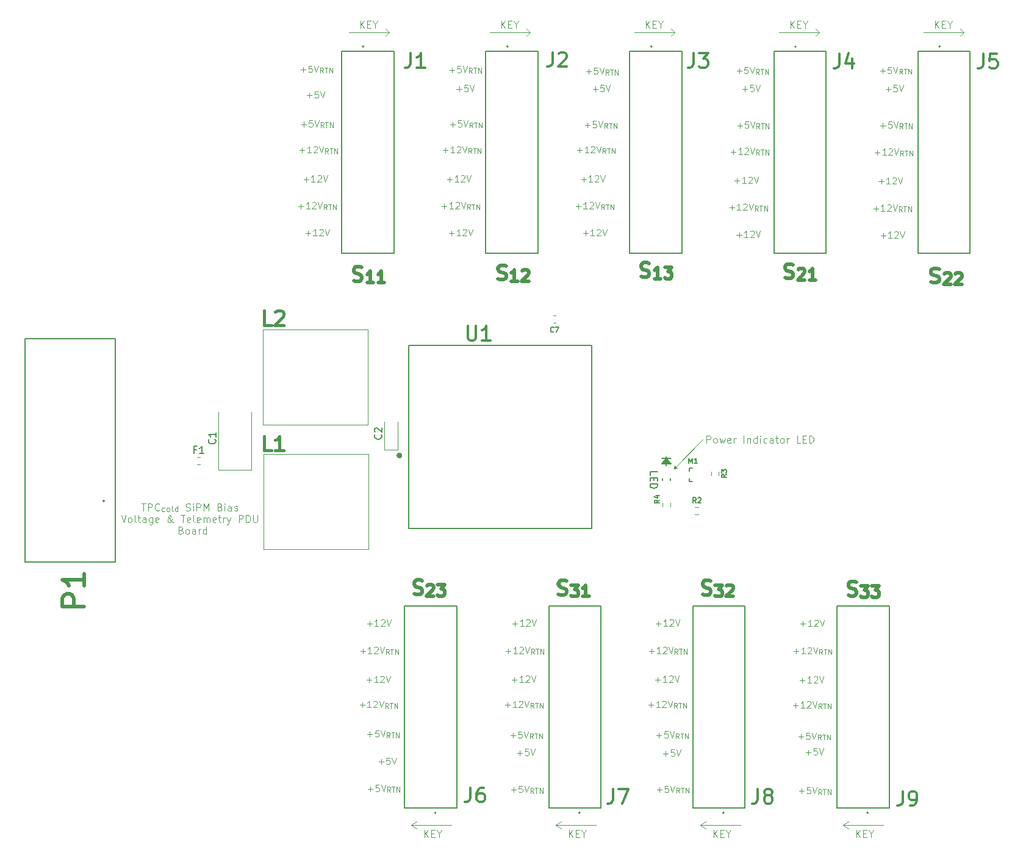
<source format=gbr>
%TF.GenerationSoftware,KiCad,Pcbnew,8.0.6*%
%TF.CreationDate,2024-12-10T16:09:11-05:00*%
%TF.ProjectId,Telem_PWR_Board,54656c65-6d5f-4505-9752-5f426f617264,rev?*%
%TF.SameCoordinates,Original*%
%TF.FileFunction,Legend,Top*%
%TF.FilePolarity,Positive*%
%FSLAX46Y46*%
G04 Gerber Fmt 4.6, Leading zero omitted, Abs format (unit mm)*
G04 Created by KiCad (PCBNEW 8.0.6) date 2024-12-10 16:09:11*
%MOMM*%
%LPD*%
G01*
G04 APERTURE LIST*
%ADD10C,0.100000*%
%ADD11C,0.500000*%
%ADD12C,0.150000*%
%ADD13C,0.300000*%
%ADD14C,0.400000*%
%ADD15C,0.120000*%
%ADD16C,0.127000*%
%ADD17C,0.200000*%
%ADD18C,0.152400*%
G04 APERTURE END LIST*
D10*
X340360000Y-247904000D02*
X339598000Y-247396000D01*
X339598000Y-247396000D02*
X340360000Y-246888000D01*
X345186000Y-247396000D02*
X339598000Y-247396000D01*
X341425884Y-249046419D02*
X341425884Y-248046419D01*
X341997312Y-249046419D02*
X341568741Y-248474990D01*
X341997312Y-248046419D02*
X341425884Y-248617847D01*
X342425884Y-248522609D02*
X342759217Y-248522609D01*
X342902074Y-249046419D02*
X342425884Y-249046419D01*
X342425884Y-249046419D02*
X342425884Y-248046419D01*
X342425884Y-248046419D02*
X342902074Y-248046419D01*
X343521122Y-248570228D02*
X343521122Y-249046419D01*
X343187789Y-248046419D02*
X343521122Y-248570228D01*
X343521122Y-248570228D02*
X343854455Y-248046419D01*
X320548000Y-247904000D02*
X319786000Y-247396000D01*
X319786000Y-247396000D02*
X320548000Y-246888000D01*
X325374000Y-247396000D02*
X319786000Y-247396000D01*
X321613884Y-249046419D02*
X321613884Y-248046419D01*
X322185312Y-249046419D02*
X321756741Y-248474990D01*
X322185312Y-248046419D02*
X321613884Y-248617847D01*
X322613884Y-248522609D02*
X322947217Y-248522609D01*
X323090074Y-249046419D02*
X322613884Y-249046419D01*
X322613884Y-249046419D02*
X322613884Y-248046419D01*
X322613884Y-248046419D02*
X323090074Y-248046419D01*
X323709122Y-248570228D02*
X323709122Y-249046419D01*
X323375789Y-248046419D02*
X323709122Y-248570228D01*
X323709122Y-248570228D02*
X324042455Y-248046419D01*
X300482000Y-247904000D02*
X299720000Y-247396000D01*
X299720000Y-247396000D02*
X300482000Y-246888000D01*
X305308000Y-247396000D02*
X299720000Y-247396000D01*
X301547884Y-249046419D02*
X301547884Y-248046419D01*
X302119312Y-249046419D02*
X301690741Y-248474990D01*
X302119312Y-248046419D02*
X301547884Y-248617847D01*
X302547884Y-248522609D02*
X302881217Y-248522609D01*
X303024074Y-249046419D02*
X302547884Y-249046419D01*
X302547884Y-249046419D02*
X302547884Y-248046419D01*
X302547884Y-248046419D02*
X303024074Y-248046419D01*
X303643122Y-248570228D02*
X303643122Y-249046419D01*
X303309789Y-248046419D02*
X303643122Y-248570228D01*
X303643122Y-248570228D02*
X303976455Y-248046419D01*
X281481884Y-249046419D02*
X281481884Y-248046419D01*
X282053312Y-249046419D02*
X281624741Y-248474990D01*
X282053312Y-248046419D02*
X281481884Y-248617847D01*
X282481884Y-248522609D02*
X282815217Y-248522609D01*
X282958074Y-249046419D02*
X282481884Y-249046419D01*
X282481884Y-249046419D02*
X282481884Y-248046419D01*
X282481884Y-248046419D02*
X282958074Y-248046419D01*
X283577122Y-248570228D02*
X283577122Y-249046419D01*
X283243789Y-248046419D02*
X283577122Y-248570228D01*
X283577122Y-248570228D02*
X283910455Y-248046419D01*
X280416000Y-247904000D02*
X279654000Y-247396000D01*
X279654000Y-247396000D02*
X280416000Y-246888000D01*
X285242000Y-247396000D02*
X279654000Y-247396000D01*
X350774000Y-137414000D02*
X356362000Y-137414000D01*
X356362000Y-137414000D02*
X355854000Y-136906000D01*
X355854000Y-137922000D02*
X356362000Y-137414000D01*
X352347884Y-136778419D02*
X352347884Y-135778419D01*
X352919312Y-136778419D02*
X352490741Y-136206990D01*
X352919312Y-135778419D02*
X352347884Y-136349847D01*
X353347884Y-136254609D02*
X353681217Y-136254609D01*
X353824074Y-136778419D02*
X353347884Y-136778419D01*
X353347884Y-136778419D02*
X353347884Y-135778419D01*
X353347884Y-135778419D02*
X353824074Y-135778419D01*
X354443122Y-136302228D02*
X354443122Y-136778419D01*
X354109789Y-135778419D02*
X354443122Y-136302228D01*
X354443122Y-136302228D02*
X354776455Y-135778419D01*
X330708000Y-137414000D02*
X336296000Y-137414000D01*
X336296000Y-137414000D02*
X335788000Y-136906000D01*
X335788000Y-137922000D02*
X336296000Y-137414000D01*
X332281884Y-136778419D02*
X332281884Y-135778419D01*
X332853312Y-136778419D02*
X332424741Y-136206990D01*
X332853312Y-135778419D02*
X332281884Y-136349847D01*
X333281884Y-136254609D02*
X333615217Y-136254609D01*
X333758074Y-136778419D02*
X333281884Y-136778419D01*
X333281884Y-136778419D02*
X333281884Y-135778419D01*
X333281884Y-135778419D02*
X333758074Y-135778419D01*
X334377122Y-136302228D02*
X334377122Y-136778419D01*
X334043789Y-135778419D02*
X334377122Y-136302228D01*
X334377122Y-136302228D02*
X334710455Y-135778419D01*
X310642000Y-137414000D02*
X316230000Y-137414000D01*
X316230000Y-137414000D02*
X315722000Y-136906000D01*
X315722000Y-137922000D02*
X316230000Y-137414000D01*
X312215884Y-136778419D02*
X312215884Y-135778419D01*
X312787312Y-136778419D02*
X312358741Y-136206990D01*
X312787312Y-135778419D02*
X312215884Y-136349847D01*
X313215884Y-136254609D02*
X313549217Y-136254609D01*
X313692074Y-136778419D02*
X313215884Y-136778419D01*
X313215884Y-136778419D02*
X313215884Y-135778419D01*
X313215884Y-135778419D02*
X313692074Y-135778419D01*
X314311122Y-136302228D02*
X314311122Y-136778419D01*
X313977789Y-135778419D02*
X314311122Y-136302228D01*
X314311122Y-136302228D02*
X314644455Y-135778419D01*
X290576000Y-137414000D02*
X296164000Y-137414000D01*
X296164000Y-137414000D02*
X295656000Y-136906000D01*
X295656000Y-137922000D02*
X296164000Y-137414000D01*
X292149884Y-136778419D02*
X292149884Y-135778419D01*
X292721312Y-136778419D02*
X292292741Y-136206990D01*
X292721312Y-135778419D02*
X292149884Y-136349847D01*
X293149884Y-136254609D02*
X293483217Y-136254609D01*
X293626074Y-136778419D02*
X293149884Y-136778419D01*
X293149884Y-136778419D02*
X293149884Y-135778419D01*
X293149884Y-135778419D02*
X293626074Y-135778419D01*
X294245122Y-136302228D02*
X294245122Y-136778419D01*
X293911789Y-135778419D02*
X294245122Y-136302228D01*
X294245122Y-136302228D02*
X294578455Y-135778419D01*
X272591884Y-136778419D02*
X272591884Y-135778419D01*
X273163312Y-136778419D02*
X272734741Y-136206990D01*
X273163312Y-135778419D02*
X272591884Y-136349847D01*
X273591884Y-136254609D02*
X273925217Y-136254609D01*
X274068074Y-136778419D02*
X273591884Y-136778419D01*
X273591884Y-136778419D02*
X273591884Y-135778419D01*
X273591884Y-135778419D02*
X274068074Y-135778419D01*
X274687122Y-136302228D02*
X274687122Y-136778419D01*
X274353789Y-135778419D02*
X274687122Y-136302228D01*
X274687122Y-136302228D02*
X275020455Y-135778419D01*
X276098000Y-137922000D02*
X276606000Y-137414000D01*
X276606000Y-137414000D02*
X276098000Y-136906000D01*
X271018000Y-137414000D02*
X276606000Y-137414000D01*
X316105000Y-197950000D02*
X320135000Y-193830000D01*
X316570000Y-197870000D02*
X316105000Y-197950000D01*
X316230000Y-197450000D01*
X316570000Y-197870000D01*
G36*
X316570000Y-197870000D02*
G01*
X316105000Y-197950000D01*
X316230000Y-197450000D01*
X316570000Y-197870000D01*
G37*
X284090074Y-153731800D02*
X284775789Y-153731800D01*
X284432931Y-154074657D02*
X284432931Y-153388942D01*
X285675789Y-154074657D02*
X285161503Y-154074657D01*
X285418646Y-154074657D02*
X285418646Y-153174657D01*
X285418646Y-153174657D02*
X285332932Y-153303228D01*
X285332932Y-153303228D02*
X285247217Y-153388942D01*
X285247217Y-153388942D02*
X285161503Y-153431800D01*
X286018646Y-153260371D02*
X286061503Y-153217514D01*
X286061503Y-153217514D02*
X286147218Y-153174657D01*
X286147218Y-153174657D02*
X286361503Y-153174657D01*
X286361503Y-153174657D02*
X286447218Y-153217514D01*
X286447218Y-153217514D02*
X286490075Y-153260371D01*
X286490075Y-153260371D02*
X286532932Y-153346085D01*
X286532932Y-153346085D02*
X286532932Y-153431800D01*
X286532932Y-153431800D02*
X286490075Y-153560371D01*
X286490075Y-153560371D02*
X285975789Y-154074657D01*
X285975789Y-154074657D02*
X286532932Y-154074657D01*
X286790075Y-153174657D02*
X287090075Y-154074657D01*
X287090075Y-154074657D02*
X287390075Y-153174657D01*
X288058647Y-154174085D02*
X287818647Y-153831228D01*
X287647218Y-154174085D02*
X287647218Y-153454085D01*
X287647218Y-153454085D02*
X287921504Y-153454085D01*
X287921504Y-153454085D02*
X287990075Y-153488371D01*
X287990075Y-153488371D02*
X288024361Y-153522657D01*
X288024361Y-153522657D02*
X288058647Y-153591228D01*
X288058647Y-153591228D02*
X288058647Y-153694085D01*
X288058647Y-153694085D02*
X288024361Y-153762657D01*
X288024361Y-153762657D02*
X287990075Y-153796942D01*
X287990075Y-153796942D02*
X287921504Y-153831228D01*
X287921504Y-153831228D02*
X287647218Y-153831228D01*
X288264361Y-153454085D02*
X288675790Y-153454085D01*
X288470075Y-154174085D02*
X288470075Y-153454085D01*
X288915789Y-154174085D02*
X288915789Y-153454085D01*
X288915789Y-153454085D02*
X289327218Y-154174085D01*
X289327218Y-154174085D02*
X289327218Y-153454085D01*
D11*
X311569899Y-171234000D02*
X311855613Y-171329238D01*
X311855613Y-171329238D02*
X312331804Y-171329238D01*
X312331804Y-171329238D02*
X312522280Y-171234000D01*
X312522280Y-171234000D02*
X312617518Y-171138761D01*
X312617518Y-171138761D02*
X312712756Y-170948285D01*
X312712756Y-170948285D02*
X312712756Y-170757809D01*
X312712756Y-170757809D02*
X312617518Y-170567333D01*
X312617518Y-170567333D02*
X312522280Y-170472095D01*
X312522280Y-170472095D02*
X312331804Y-170376857D01*
X312331804Y-170376857D02*
X311950851Y-170281619D01*
X311950851Y-170281619D02*
X311760375Y-170186380D01*
X311760375Y-170186380D02*
X311665137Y-170091142D01*
X311665137Y-170091142D02*
X311569899Y-169900666D01*
X311569899Y-169900666D02*
X311569899Y-169710190D01*
X311569899Y-169710190D02*
X311665137Y-169519714D01*
X311665137Y-169519714D02*
X311760375Y-169424476D01*
X311760375Y-169424476D02*
X311950851Y-169329238D01*
X311950851Y-169329238D02*
X312427042Y-169329238D01*
X312427042Y-169329238D02*
X312712756Y-169424476D01*
X314312756Y-171550190D02*
X313398470Y-171550190D01*
X313855613Y-171550190D02*
X313855613Y-169950190D01*
X313855613Y-169950190D02*
X313703232Y-170178761D01*
X313703232Y-170178761D02*
X313550851Y-170331142D01*
X313550851Y-170331142D02*
X313398470Y-170407333D01*
X314846090Y-169950190D02*
X315836566Y-169950190D01*
X315836566Y-169950190D02*
X315303233Y-170559714D01*
X315303233Y-170559714D02*
X315531804Y-170559714D01*
X315531804Y-170559714D02*
X315684185Y-170635904D01*
X315684185Y-170635904D02*
X315760376Y-170712095D01*
X315760376Y-170712095D02*
X315836566Y-170864476D01*
X315836566Y-170864476D02*
X315836566Y-171245428D01*
X315836566Y-171245428D02*
X315760376Y-171397809D01*
X315760376Y-171397809D02*
X315684185Y-171474000D01*
X315684185Y-171474000D02*
X315531804Y-171550190D01*
X315531804Y-171550190D02*
X315074661Y-171550190D01*
X315074661Y-171550190D02*
X314922280Y-171474000D01*
X314922280Y-171474000D02*
X314846090Y-171397809D01*
D10*
X344550074Y-158061800D02*
X345235789Y-158061800D01*
X344892931Y-158404657D02*
X344892931Y-157718942D01*
X346135789Y-158404657D02*
X345621503Y-158404657D01*
X345878646Y-158404657D02*
X345878646Y-157504657D01*
X345878646Y-157504657D02*
X345792932Y-157633228D01*
X345792932Y-157633228D02*
X345707217Y-157718942D01*
X345707217Y-157718942D02*
X345621503Y-157761800D01*
X346478646Y-157590371D02*
X346521503Y-157547514D01*
X346521503Y-157547514D02*
X346607218Y-157504657D01*
X346607218Y-157504657D02*
X346821503Y-157504657D01*
X346821503Y-157504657D02*
X346907218Y-157547514D01*
X346907218Y-157547514D02*
X346950075Y-157590371D01*
X346950075Y-157590371D02*
X346992932Y-157676085D01*
X346992932Y-157676085D02*
X346992932Y-157761800D01*
X346992932Y-157761800D02*
X346950075Y-157890371D01*
X346950075Y-157890371D02*
X346435789Y-158404657D01*
X346435789Y-158404657D02*
X346992932Y-158404657D01*
X347250075Y-157504657D02*
X347550075Y-158404657D01*
X347550075Y-158404657D02*
X347850075Y-157504657D01*
X293450074Y-234921800D02*
X294135789Y-234921800D01*
X293792931Y-235264657D02*
X293792931Y-234578942D01*
X294992932Y-234364657D02*
X294564360Y-234364657D01*
X294564360Y-234364657D02*
X294521503Y-234793228D01*
X294521503Y-234793228D02*
X294564360Y-234750371D01*
X294564360Y-234750371D02*
X294650075Y-234707514D01*
X294650075Y-234707514D02*
X294864360Y-234707514D01*
X294864360Y-234707514D02*
X294950075Y-234750371D01*
X294950075Y-234750371D02*
X294992932Y-234793228D01*
X294992932Y-234793228D02*
X295035789Y-234878942D01*
X295035789Y-234878942D02*
X295035789Y-235093228D01*
X295035789Y-235093228D02*
X294992932Y-235178942D01*
X294992932Y-235178942D02*
X294950075Y-235221800D01*
X294950075Y-235221800D02*
X294864360Y-235264657D01*
X294864360Y-235264657D02*
X294650075Y-235264657D01*
X294650075Y-235264657D02*
X294564360Y-235221800D01*
X294564360Y-235221800D02*
X294521503Y-235178942D01*
X295292932Y-234364657D02*
X295592932Y-235264657D01*
X295592932Y-235264657D02*
X295892932Y-234364657D01*
X296561504Y-235364085D02*
X296321504Y-235021228D01*
X296150075Y-235364085D02*
X296150075Y-234644085D01*
X296150075Y-234644085D02*
X296424361Y-234644085D01*
X296424361Y-234644085D02*
X296492932Y-234678371D01*
X296492932Y-234678371D02*
X296527218Y-234712657D01*
X296527218Y-234712657D02*
X296561504Y-234781228D01*
X296561504Y-234781228D02*
X296561504Y-234884085D01*
X296561504Y-234884085D02*
X296527218Y-234952657D01*
X296527218Y-234952657D02*
X296492932Y-234986942D01*
X296492932Y-234986942D02*
X296424361Y-235021228D01*
X296424361Y-235021228D02*
X296150075Y-235021228D01*
X296767218Y-234644085D02*
X297178647Y-234644085D01*
X296972932Y-235364085D02*
X296972932Y-234644085D01*
X297418646Y-235364085D02*
X297418646Y-234644085D01*
X297418646Y-234644085D02*
X297830075Y-235364085D01*
X297830075Y-235364085D02*
X297830075Y-234644085D01*
X344000074Y-154041800D02*
X344685789Y-154041800D01*
X344342931Y-154384657D02*
X344342931Y-153698942D01*
X345585789Y-154384657D02*
X345071503Y-154384657D01*
X345328646Y-154384657D02*
X345328646Y-153484657D01*
X345328646Y-153484657D02*
X345242932Y-153613228D01*
X345242932Y-153613228D02*
X345157217Y-153698942D01*
X345157217Y-153698942D02*
X345071503Y-153741800D01*
X345928646Y-153570371D02*
X345971503Y-153527514D01*
X345971503Y-153527514D02*
X346057218Y-153484657D01*
X346057218Y-153484657D02*
X346271503Y-153484657D01*
X346271503Y-153484657D02*
X346357218Y-153527514D01*
X346357218Y-153527514D02*
X346400075Y-153570371D01*
X346400075Y-153570371D02*
X346442932Y-153656085D01*
X346442932Y-153656085D02*
X346442932Y-153741800D01*
X346442932Y-153741800D02*
X346400075Y-153870371D01*
X346400075Y-153870371D02*
X345885789Y-154384657D01*
X345885789Y-154384657D02*
X346442932Y-154384657D01*
X346700075Y-153484657D02*
X347000075Y-154384657D01*
X347000075Y-154384657D02*
X347300075Y-153484657D01*
X347968647Y-154484085D02*
X347728647Y-154141228D01*
X347557218Y-154484085D02*
X347557218Y-153764085D01*
X347557218Y-153764085D02*
X347831504Y-153764085D01*
X347831504Y-153764085D02*
X347900075Y-153798371D01*
X347900075Y-153798371D02*
X347934361Y-153832657D01*
X347934361Y-153832657D02*
X347968647Y-153901228D01*
X347968647Y-153901228D02*
X347968647Y-154004085D01*
X347968647Y-154004085D02*
X347934361Y-154072657D01*
X347934361Y-154072657D02*
X347900075Y-154106942D01*
X347900075Y-154106942D02*
X347831504Y-154141228D01*
X347831504Y-154141228D02*
X347557218Y-154141228D01*
X348174361Y-153764085D02*
X348585790Y-153764085D01*
X348380075Y-154484085D02*
X348380075Y-153764085D01*
X348825789Y-154484085D02*
X348825789Y-153764085D01*
X348825789Y-153764085D02*
X349237218Y-154484085D01*
X349237218Y-154484085D02*
X349237218Y-153764085D01*
X345530074Y-145251800D02*
X346215789Y-145251800D01*
X345872931Y-145594657D02*
X345872931Y-144908942D01*
X347072932Y-144694657D02*
X346644360Y-144694657D01*
X346644360Y-144694657D02*
X346601503Y-145123228D01*
X346601503Y-145123228D02*
X346644360Y-145080371D01*
X346644360Y-145080371D02*
X346730075Y-145037514D01*
X346730075Y-145037514D02*
X346944360Y-145037514D01*
X346944360Y-145037514D02*
X347030075Y-145080371D01*
X347030075Y-145080371D02*
X347072932Y-145123228D01*
X347072932Y-145123228D02*
X347115789Y-145208942D01*
X347115789Y-145208942D02*
X347115789Y-145423228D01*
X347115789Y-145423228D02*
X347072932Y-145508942D01*
X347072932Y-145508942D02*
X347030075Y-145551800D01*
X347030075Y-145551800D02*
X346944360Y-145594657D01*
X346944360Y-145594657D02*
X346730075Y-145594657D01*
X346730075Y-145594657D02*
X346644360Y-145551800D01*
X346644360Y-145551800D02*
X346601503Y-145508942D01*
X347372932Y-144694657D02*
X347672932Y-145594657D01*
X347672932Y-145594657D02*
X347972932Y-144694657D01*
X313790074Y-242471800D02*
X314475789Y-242471800D01*
X314132931Y-242814657D02*
X314132931Y-242128942D01*
X315332932Y-241914657D02*
X314904360Y-241914657D01*
X314904360Y-241914657D02*
X314861503Y-242343228D01*
X314861503Y-242343228D02*
X314904360Y-242300371D01*
X314904360Y-242300371D02*
X314990075Y-242257514D01*
X314990075Y-242257514D02*
X315204360Y-242257514D01*
X315204360Y-242257514D02*
X315290075Y-242300371D01*
X315290075Y-242300371D02*
X315332932Y-242343228D01*
X315332932Y-242343228D02*
X315375789Y-242428942D01*
X315375789Y-242428942D02*
X315375789Y-242643228D01*
X315375789Y-242643228D02*
X315332932Y-242728942D01*
X315332932Y-242728942D02*
X315290075Y-242771800D01*
X315290075Y-242771800D02*
X315204360Y-242814657D01*
X315204360Y-242814657D02*
X314990075Y-242814657D01*
X314990075Y-242814657D02*
X314904360Y-242771800D01*
X314904360Y-242771800D02*
X314861503Y-242728942D01*
X315632932Y-241914657D02*
X315932932Y-242814657D01*
X315932932Y-242814657D02*
X316232932Y-241914657D01*
X316901504Y-242914085D02*
X316661504Y-242571228D01*
X316490075Y-242914085D02*
X316490075Y-242194085D01*
X316490075Y-242194085D02*
X316764361Y-242194085D01*
X316764361Y-242194085D02*
X316832932Y-242228371D01*
X316832932Y-242228371D02*
X316867218Y-242262657D01*
X316867218Y-242262657D02*
X316901504Y-242331228D01*
X316901504Y-242331228D02*
X316901504Y-242434085D01*
X316901504Y-242434085D02*
X316867218Y-242502657D01*
X316867218Y-242502657D02*
X316832932Y-242536942D01*
X316832932Y-242536942D02*
X316764361Y-242571228D01*
X316764361Y-242571228D02*
X316490075Y-242571228D01*
X317107218Y-242194085D02*
X317518647Y-242194085D01*
X317312932Y-242914085D02*
X317312932Y-242194085D01*
X317758646Y-242914085D02*
X317758646Y-242194085D01*
X317758646Y-242194085D02*
X318170075Y-242914085D01*
X318170075Y-242914085D02*
X318170075Y-242194085D01*
D11*
X331549899Y-171414000D02*
X331835613Y-171509238D01*
X331835613Y-171509238D02*
X332311804Y-171509238D01*
X332311804Y-171509238D02*
X332502280Y-171414000D01*
X332502280Y-171414000D02*
X332597518Y-171318761D01*
X332597518Y-171318761D02*
X332692756Y-171128285D01*
X332692756Y-171128285D02*
X332692756Y-170937809D01*
X332692756Y-170937809D02*
X332597518Y-170747333D01*
X332597518Y-170747333D02*
X332502280Y-170652095D01*
X332502280Y-170652095D02*
X332311804Y-170556857D01*
X332311804Y-170556857D02*
X331930851Y-170461619D01*
X331930851Y-170461619D02*
X331740375Y-170366380D01*
X331740375Y-170366380D02*
X331645137Y-170271142D01*
X331645137Y-170271142D02*
X331549899Y-170080666D01*
X331549899Y-170080666D02*
X331549899Y-169890190D01*
X331549899Y-169890190D02*
X331645137Y-169699714D01*
X331645137Y-169699714D02*
X331740375Y-169604476D01*
X331740375Y-169604476D02*
X331930851Y-169509238D01*
X331930851Y-169509238D02*
X332407042Y-169509238D01*
X332407042Y-169509238D02*
X332692756Y-169604476D01*
X333378470Y-170282571D02*
X333454661Y-170206380D01*
X333454661Y-170206380D02*
X333607042Y-170130190D01*
X333607042Y-170130190D02*
X333987994Y-170130190D01*
X333987994Y-170130190D02*
X334140375Y-170206380D01*
X334140375Y-170206380D02*
X334216566Y-170282571D01*
X334216566Y-170282571D02*
X334292756Y-170434952D01*
X334292756Y-170434952D02*
X334292756Y-170587333D01*
X334292756Y-170587333D02*
X334216566Y-170815904D01*
X334216566Y-170815904D02*
X333302280Y-171730190D01*
X333302280Y-171730190D02*
X334292756Y-171730190D01*
X335816566Y-171730190D02*
X334902280Y-171730190D01*
X335359423Y-171730190D02*
X335359423Y-170130190D01*
X335359423Y-170130190D02*
X335207042Y-170358761D01*
X335207042Y-170358761D02*
X335054661Y-170511142D01*
X335054661Y-170511142D02*
X334902280Y-170587333D01*
D10*
X344800074Y-150291800D02*
X345485789Y-150291800D01*
X345142931Y-150634657D02*
X345142931Y-149948942D01*
X346342932Y-149734657D02*
X345914360Y-149734657D01*
X345914360Y-149734657D02*
X345871503Y-150163228D01*
X345871503Y-150163228D02*
X345914360Y-150120371D01*
X345914360Y-150120371D02*
X346000075Y-150077514D01*
X346000075Y-150077514D02*
X346214360Y-150077514D01*
X346214360Y-150077514D02*
X346300075Y-150120371D01*
X346300075Y-150120371D02*
X346342932Y-150163228D01*
X346342932Y-150163228D02*
X346385789Y-150248942D01*
X346385789Y-150248942D02*
X346385789Y-150463228D01*
X346385789Y-150463228D02*
X346342932Y-150548942D01*
X346342932Y-150548942D02*
X346300075Y-150591800D01*
X346300075Y-150591800D02*
X346214360Y-150634657D01*
X346214360Y-150634657D02*
X346000075Y-150634657D01*
X346000075Y-150634657D02*
X345914360Y-150591800D01*
X345914360Y-150591800D02*
X345871503Y-150548942D01*
X346642932Y-149734657D02*
X346942932Y-150634657D01*
X346942932Y-150634657D02*
X347242932Y-149734657D01*
X347911504Y-150734085D02*
X347671504Y-150391228D01*
X347500075Y-150734085D02*
X347500075Y-150014085D01*
X347500075Y-150014085D02*
X347774361Y-150014085D01*
X347774361Y-150014085D02*
X347842932Y-150048371D01*
X347842932Y-150048371D02*
X347877218Y-150082657D01*
X347877218Y-150082657D02*
X347911504Y-150151228D01*
X347911504Y-150151228D02*
X347911504Y-150254085D01*
X347911504Y-150254085D02*
X347877218Y-150322657D01*
X347877218Y-150322657D02*
X347842932Y-150356942D01*
X347842932Y-150356942D02*
X347774361Y-150391228D01*
X347774361Y-150391228D02*
X347500075Y-150391228D01*
X348117218Y-150014085D02*
X348528647Y-150014085D01*
X348322932Y-150734085D02*
X348322932Y-150014085D01*
X348768646Y-150734085D02*
X348768646Y-150014085D01*
X348768646Y-150014085D02*
X349180075Y-150734085D01*
X349180075Y-150734085D02*
X349180075Y-150014085D01*
X264330074Y-142561800D02*
X265015789Y-142561800D01*
X264672931Y-142904657D02*
X264672931Y-142218942D01*
X265872932Y-142004657D02*
X265444360Y-142004657D01*
X265444360Y-142004657D02*
X265401503Y-142433228D01*
X265401503Y-142433228D02*
X265444360Y-142390371D01*
X265444360Y-142390371D02*
X265530075Y-142347514D01*
X265530075Y-142347514D02*
X265744360Y-142347514D01*
X265744360Y-142347514D02*
X265830075Y-142390371D01*
X265830075Y-142390371D02*
X265872932Y-142433228D01*
X265872932Y-142433228D02*
X265915789Y-142518942D01*
X265915789Y-142518942D02*
X265915789Y-142733228D01*
X265915789Y-142733228D02*
X265872932Y-142818942D01*
X265872932Y-142818942D02*
X265830075Y-142861800D01*
X265830075Y-142861800D02*
X265744360Y-142904657D01*
X265744360Y-142904657D02*
X265530075Y-142904657D01*
X265530075Y-142904657D02*
X265444360Y-142861800D01*
X265444360Y-142861800D02*
X265401503Y-142818942D01*
X266172932Y-142004657D02*
X266472932Y-142904657D01*
X266472932Y-142904657D02*
X266772932Y-142004657D01*
X267441504Y-143004085D02*
X267201504Y-142661228D01*
X267030075Y-143004085D02*
X267030075Y-142284085D01*
X267030075Y-142284085D02*
X267304361Y-142284085D01*
X267304361Y-142284085D02*
X267372932Y-142318371D01*
X267372932Y-142318371D02*
X267407218Y-142352657D01*
X267407218Y-142352657D02*
X267441504Y-142421228D01*
X267441504Y-142421228D02*
X267441504Y-142524085D01*
X267441504Y-142524085D02*
X267407218Y-142592657D01*
X267407218Y-142592657D02*
X267372932Y-142626942D01*
X267372932Y-142626942D02*
X267304361Y-142661228D01*
X267304361Y-142661228D02*
X267030075Y-142661228D01*
X267647218Y-142284085D02*
X268058647Y-142284085D01*
X267852932Y-143004085D02*
X267852932Y-142284085D01*
X268298646Y-143004085D02*
X268298646Y-142284085D01*
X268298646Y-142284085D02*
X268710075Y-143004085D01*
X268710075Y-143004085D02*
X268710075Y-142284085D01*
X283900074Y-161501800D02*
X284585789Y-161501800D01*
X284242931Y-161844657D02*
X284242931Y-161158942D01*
X285485789Y-161844657D02*
X284971503Y-161844657D01*
X285228646Y-161844657D02*
X285228646Y-160944657D01*
X285228646Y-160944657D02*
X285142932Y-161073228D01*
X285142932Y-161073228D02*
X285057217Y-161158942D01*
X285057217Y-161158942D02*
X284971503Y-161201800D01*
X285828646Y-161030371D02*
X285871503Y-160987514D01*
X285871503Y-160987514D02*
X285957218Y-160944657D01*
X285957218Y-160944657D02*
X286171503Y-160944657D01*
X286171503Y-160944657D02*
X286257218Y-160987514D01*
X286257218Y-160987514D02*
X286300075Y-161030371D01*
X286300075Y-161030371D02*
X286342932Y-161116085D01*
X286342932Y-161116085D02*
X286342932Y-161201800D01*
X286342932Y-161201800D02*
X286300075Y-161330371D01*
X286300075Y-161330371D02*
X285785789Y-161844657D01*
X285785789Y-161844657D02*
X286342932Y-161844657D01*
X286600075Y-160944657D02*
X286900075Y-161844657D01*
X286900075Y-161844657D02*
X287200075Y-160944657D01*
X287868647Y-161944085D02*
X287628647Y-161601228D01*
X287457218Y-161944085D02*
X287457218Y-161224085D01*
X287457218Y-161224085D02*
X287731504Y-161224085D01*
X287731504Y-161224085D02*
X287800075Y-161258371D01*
X287800075Y-161258371D02*
X287834361Y-161292657D01*
X287834361Y-161292657D02*
X287868647Y-161361228D01*
X287868647Y-161361228D02*
X287868647Y-161464085D01*
X287868647Y-161464085D02*
X287834361Y-161532657D01*
X287834361Y-161532657D02*
X287800075Y-161566942D01*
X287800075Y-161566942D02*
X287731504Y-161601228D01*
X287731504Y-161601228D02*
X287457218Y-161601228D01*
X288074361Y-161224085D02*
X288485790Y-161224085D01*
X288280075Y-161944085D02*
X288280075Y-161224085D01*
X288725789Y-161944085D02*
X288725789Y-161224085D01*
X288725789Y-161224085D02*
X289137218Y-161944085D01*
X289137218Y-161944085D02*
X289137218Y-161224085D01*
X303500074Y-165251800D02*
X304185789Y-165251800D01*
X303842931Y-165594657D02*
X303842931Y-164908942D01*
X305085789Y-165594657D02*
X304571503Y-165594657D01*
X304828646Y-165594657D02*
X304828646Y-164694657D01*
X304828646Y-164694657D02*
X304742932Y-164823228D01*
X304742932Y-164823228D02*
X304657217Y-164908942D01*
X304657217Y-164908942D02*
X304571503Y-164951800D01*
X305428646Y-164780371D02*
X305471503Y-164737514D01*
X305471503Y-164737514D02*
X305557218Y-164694657D01*
X305557218Y-164694657D02*
X305771503Y-164694657D01*
X305771503Y-164694657D02*
X305857218Y-164737514D01*
X305857218Y-164737514D02*
X305900075Y-164780371D01*
X305900075Y-164780371D02*
X305942932Y-164866085D01*
X305942932Y-164866085D02*
X305942932Y-164951800D01*
X305942932Y-164951800D02*
X305900075Y-165080371D01*
X305900075Y-165080371D02*
X305385789Y-165594657D01*
X305385789Y-165594657D02*
X305942932Y-165594657D01*
X306200075Y-164694657D02*
X306500075Y-165594657D01*
X306500075Y-165594657D02*
X306800075Y-164694657D01*
X264400074Y-150121800D02*
X265085789Y-150121800D01*
X264742931Y-150464657D02*
X264742931Y-149778942D01*
X265942932Y-149564657D02*
X265514360Y-149564657D01*
X265514360Y-149564657D02*
X265471503Y-149993228D01*
X265471503Y-149993228D02*
X265514360Y-149950371D01*
X265514360Y-149950371D02*
X265600075Y-149907514D01*
X265600075Y-149907514D02*
X265814360Y-149907514D01*
X265814360Y-149907514D02*
X265900075Y-149950371D01*
X265900075Y-149950371D02*
X265942932Y-149993228D01*
X265942932Y-149993228D02*
X265985789Y-150078942D01*
X265985789Y-150078942D02*
X265985789Y-150293228D01*
X265985789Y-150293228D02*
X265942932Y-150378942D01*
X265942932Y-150378942D02*
X265900075Y-150421800D01*
X265900075Y-150421800D02*
X265814360Y-150464657D01*
X265814360Y-150464657D02*
X265600075Y-150464657D01*
X265600075Y-150464657D02*
X265514360Y-150421800D01*
X265514360Y-150421800D02*
X265471503Y-150378942D01*
X266242932Y-149564657D02*
X266542932Y-150464657D01*
X266542932Y-150464657D02*
X266842932Y-149564657D01*
X267511504Y-150564085D02*
X267271504Y-150221228D01*
X267100075Y-150564085D02*
X267100075Y-149844085D01*
X267100075Y-149844085D02*
X267374361Y-149844085D01*
X267374361Y-149844085D02*
X267442932Y-149878371D01*
X267442932Y-149878371D02*
X267477218Y-149912657D01*
X267477218Y-149912657D02*
X267511504Y-149981228D01*
X267511504Y-149981228D02*
X267511504Y-150084085D01*
X267511504Y-150084085D02*
X267477218Y-150152657D01*
X267477218Y-150152657D02*
X267442932Y-150186942D01*
X267442932Y-150186942D02*
X267374361Y-150221228D01*
X267374361Y-150221228D02*
X267100075Y-150221228D01*
X267717218Y-149844085D02*
X268128647Y-149844085D01*
X267922932Y-150564085D02*
X267922932Y-149844085D01*
X268368646Y-150564085D02*
X268368646Y-149844085D01*
X268368646Y-149844085D02*
X268780075Y-150564085D01*
X268780075Y-150564085D02*
X268780075Y-149844085D01*
X333620074Y-227261800D02*
X334305789Y-227261800D01*
X333962931Y-227604657D02*
X333962931Y-226918942D01*
X335205789Y-227604657D02*
X334691503Y-227604657D01*
X334948646Y-227604657D02*
X334948646Y-226704657D01*
X334948646Y-226704657D02*
X334862932Y-226833228D01*
X334862932Y-226833228D02*
X334777217Y-226918942D01*
X334777217Y-226918942D02*
X334691503Y-226961800D01*
X335548646Y-226790371D02*
X335591503Y-226747514D01*
X335591503Y-226747514D02*
X335677218Y-226704657D01*
X335677218Y-226704657D02*
X335891503Y-226704657D01*
X335891503Y-226704657D02*
X335977218Y-226747514D01*
X335977218Y-226747514D02*
X336020075Y-226790371D01*
X336020075Y-226790371D02*
X336062932Y-226876085D01*
X336062932Y-226876085D02*
X336062932Y-226961800D01*
X336062932Y-226961800D02*
X336020075Y-227090371D01*
X336020075Y-227090371D02*
X335505789Y-227604657D01*
X335505789Y-227604657D02*
X336062932Y-227604657D01*
X336320075Y-226704657D02*
X336620075Y-227604657D01*
X336620075Y-227604657D02*
X336920075Y-226704657D01*
X272510074Y-230711800D02*
X273195789Y-230711800D01*
X272852931Y-231054657D02*
X272852931Y-230368942D01*
X274095789Y-231054657D02*
X273581503Y-231054657D01*
X273838646Y-231054657D02*
X273838646Y-230154657D01*
X273838646Y-230154657D02*
X273752932Y-230283228D01*
X273752932Y-230283228D02*
X273667217Y-230368942D01*
X273667217Y-230368942D02*
X273581503Y-230411800D01*
X274438646Y-230240371D02*
X274481503Y-230197514D01*
X274481503Y-230197514D02*
X274567218Y-230154657D01*
X274567218Y-230154657D02*
X274781503Y-230154657D01*
X274781503Y-230154657D02*
X274867218Y-230197514D01*
X274867218Y-230197514D02*
X274910075Y-230240371D01*
X274910075Y-230240371D02*
X274952932Y-230326085D01*
X274952932Y-230326085D02*
X274952932Y-230411800D01*
X274952932Y-230411800D02*
X274910075Y-230540371D01*
X274910075Y-230540371D02*
X274395789Y-231054657D01*
X274395789Y-231054657D02*
X274952932Y-231054657D01*
X275210075Y-230154657D02*
X275510075Y-231054657D01*
X275510075Y-231054657D02*
X275810075Y-230154657D01*
X276478647Y-231154085D02*
X276238647Y-230811228D01*
X276067218Y-231154085D02*
X276067218Y-230434085D01*
X276067218Y-230434085D02*
X276341504Y-230434085D01*
X276341504Y-230434085D02*
X276410075Y-230468371D01*
X276410075Y-230468371D02*
X276444361Y-230502657D01*
X276444361Y-230502657D02*
X276478647Y-230571228D01*
X276478647Y-230571228D02*
X276478647Y-230674085D01*
X276478647Y-230674085D02*
X276444361Y-230742657D01*
X276444361Y-230742657D02*
X276410075Y-230776942D01*
X276410075Y-230776942D02*
X276341504Y-230811228D01*
X276341504Y-230811228D02*
X276067218Y-230811228D01*
X276684361Y-230434085D02*
X277095790Y-230434085D01*
X276890075Y-231154085D02*
X276890075Y-230434085D01*
X277335789Y-231154085D02*
X277335789Y-230434085D01*
X277335789Y-230434085D02*
X277747218Y-231154085D01*
X277747218Y-231154085D02*
X277747218Y-230434085D01*
X302690074Y-153731800D02*
X303375789Y-153731800D01*
X303032931Y-154074657D02*
X303032931Y-153388942D01*
X304275789Y-154074657D02*
X303761503Y-154074657D01*
X304018646Y-154074657D02*
X304018646Y-153174657D01*
X304018646Y-153174657D02*
X303932932Y-153303228D01*
X303932932Y-153303228D02*
X303847217Y-153388942D01*
X303847217Y-153388942D02*
X303761503Y-153431800D01*
X304618646Y-153260371D02*
X304661503Y-153217514D01*
X304661503Y-153217514D02*
X304747218Y-153174657D01*
X304747218Y-153174657D02*
X304961503Y-153174657D01*
X304961503Y-153174657D02*
X305047218Y-153217514D01*
X305047218Y-153217514D02*
X305090075Y-153260371D01*
X305090075Y-153260371D02*
X305132932Y-153346085D01*
X305132932Y-153346085D02*
X305132932Y-153431800D01*
X305132932Y-153431800D02*
X305090075Y-153560371D01*
X305090075Y-153560371D02*
X304575789Y-154074657D01*
X304575789Y-154074657D02*
X305132932Y-154074657D01*
X305390075Y-153174657D02*
X305690075Y-154074657D01*
X305690075Y-154074657D02*
X305990075Y-153174657D01*
X306658647Y-154174085D02*
X306418647Y-153831228D01*
X306247218Y-154174085D02*
X306247218Y-153454085D01*
X306247218Y-153454085D02*
X306521504Y-153454085D01*
X306521504Y-153454085D02*
X306590075Y-153488371D01*
X306590075Y-153488371D02*
X306624361Y-153522657D01*
X306624361Y-153522657D02*
X306658647Y-153591228D01*
X306658647Y-153591228D02*
X306658647Y-153694085D01*
X306658647Y-153694085D02*
X306624361Y-153762657D01*
X306624361Y-153762657D02*
X306590075Y-153796942D01*
X306590075Y-153796942D02*
X306521504Y-153831228D01*
X306521504Y-153831228D02*
X306247218Y-153831228D01*
X306864361Y-153454085D02*
X307275790Y-153454085D01*
X307070075Y-154174085D02*
X307070075Y-153454085D01*
X307515789Y-154174085D02*
X307515789Y-153454085D01*
X307515789Y-153454085D02*
X307927218Y-154174085D01*
X307927218Y-154174085D02*
X307927218Y-153454085D01*
X264180074Y-153741800D02*
X264865789Y-153741800D01*
X264522931Y-154084657D02*
X264522931Y-153398942D01*
X265765789Y-154084657D02*
X265251503Y-154084657D01*
X265508646Y-154084657D02*
X265508646Y-153184657D01*
X265508646Y-153184657D02*
X265422932Y-153313228D01*
X265422932Y-153313228D02*
X265337217Y-153398942D01*
X265337217Y-153398942D02*
X265251503Y-153441800D01*
X266108646Y-153270371D02*
X266151503Y-153227514D01*
X266151503Y-153227514D02*
X266237218Y-153184657D01*
X266237218Y-153184657D02*
X266451503Y-153184657D01*
X266451503Y-153184657D02*
X266537218Y-153227514D01*
X266537218Y-153227514D02*
X266580075Y-153270371D01*
X266580075Y-153270371D02*
X266622932Y-153356085D01*
X266622932Y-153356085D02*
X266622932Y-153441800D01*
X266622932Y-153441800D02*
X266580075Y-153570371D01*
X266580075Y-153570371D02*
X266065789Y-154084657D01*
X266065789Y-154084657D02*
X266622932Y-154084657D01*
X266880075Y-153184657D02*
X267180075Y-154084657D01*
X267180075Y-154084657D02*
X267480075Y-153184657D01*
X268148647Y-154184085D02*
X267908647Y-153841228D01*
X267737218Y-154184085D02*
X267737218Y-153464085D01*
X267737218Y-153464085D02*
X268011504Y-153464085D01*
X268011504Y-153464085D02*
X268080075Y-153498371D01*
X268080075Y-153498371D02*
X268114361Y-153532657D01*
X268114361Y-153532657D02*
X268148647Y-153601228D01*
X268148647Y-153601228D02*
X268148647Y-153704085D01*
X268148647Y-153704085D02*
X268114361Y-153772657D01*
X268114361Y-153772657D02*
X268080075Y-153806942D01*
X268080075Y-153806942D02*
X268011504Y-153841228D01*
X268011504Y-153841228D02*
X267737218Y-153841228D01*
X268354361Y-153464085D02*
X268765790Y-153464085D01*
X268560075Y-154184085D02*
X268560075Y-153464085D01*
X269005789Y-154184085D02*
X269005789Y-153464085D01*
X269005789Y-153464085D02*
X269417218Y-154184085D01*
X269417218Y-154184085D02*
X269417218Y-153464085D01*
X285070074Y-150151800D02*
X285755789Y-150151800D01*
X285412931Y-150494657D02*
X285412931Y-149808942D01*
X286612932Y-149594657D02*
X286184360Y-149594657D01*
X286184360Y-149594657D02*
X286141503Y-150023228D01*
X286141503Y-150023228D02*
X286184360Y-149980371D01*
X286184360Y-149980371D02*
X286270075Y-149937514D01*
X286270075Y-149937514D02*
X286484360Y-149937514D01*
X286484360Y-149937514D02*
X286570075Y-149980371D01*
X286570075Y-149980371D02*
X286612932Y-150023228D01*
X286612932Y-150023228D02*
X286655789Y-150108942D01*
X286655789Y-150108942D02*
X286655789Y-150323228D01*
X286655789Y-150323228D02*
X286612932Y-150408942D01*
X286612932Y-150408942D02*
X286570075Y-150451800D01*
X286570075Y-150451800D02*
X286484360Y-150494657D01*
X286484360Y-150494657D02*
X286270075Y-150494657D01*
X286270075Y-150494657D02*
X286184360Y-150451800D01*
X286184360Y-150451800D02*
X286141503Y-150408942D01*
X286912932Y-149594657D02*
X287212932Y-150494657D01*
X287212932Y-150494657D02*
X287512932Y-149594657D01*
X288181504Y-150594085D02*
X287941504Y-150251228D01*
X287770075Y-150594085D02*
X287770075Y-149874085D01*
X287770075Y-149874085D02*
X288044361Y-149874085D01*
X288044361Y-149874085D02*
X288112932Y-149908371D01*
X288112932Y-149908371D02*
X288147218Y-149942657D01*
X288147218Y-149942657D02*
X288181504Y-150011228D01*
X288181504Y-150011228D02*
X288181504Y-150114085D01*
X288181504Y-150114085D02*
X288147218Y-150182657D01*
X288147218Y-150182657D02*
X288112932Y-150216942D01*
X288112932Y-150216942D02*
X288044361Y-150251228D01*
X288044361Y-150251228D02*
X287770075Y-150251228D01*
X288387218Y-149874085D02*
X288798647Y-149874085D01*
X288592932Y-150594085D02*
X288592932Y-149874085D01*
X289038646Y-150594085D02*
X289038646Y-149874085D01*
X289038646Y-149874085D02*
X289450075Y-150594085D01*
X289450075Y-150594085D02*
X289450075Y-149874085D01*
X314630074Y-237431800D02*
X315315789Y-237431800D01*
X314972931Y-237774657D02*
X314972931Y-237088942D01*
X316172932Y-236874657D02*
X315744360Y-236874657D01*
X315744360Y-236874657D02*
X315701503Y-237303228D01*
X315701503Y-237303228D02*
X315744360Y-237260371D01*
X315744360Y-237260371D02*
X315830075Y-237217514D01*
X315830075Y-237217514D02*
X316044360Y-237217514D01*
X316044360Y-237217514D02*
X316130075Y-237260371D01*
X316130075Y-237260371D02*
X316172932Y-237303228D01*
X316172932Y-237303228D02*
X316215789Y-237388942D01*
X316215789Y-237388942D02*
X316215789Y-237603228D01*
X316215789Y-237603228D02*
X316172932Y-237688942D01*
X316172932Y-237688942D02*
X316130075Y-237731800D01*
X316130075Y-237731800D02*
X316044360Y-237774657D01*
X316044360Y-237774657D02*
X315830075Y-237774657D01*
X315830075Y-237774657D02*
X315744360Y-237731800D01*
X315744360Y-237731800D02*
X315701503Y-237688942D01*
X316472932Y-236874657D02*
X316772932Y-237774657D01*
X316772932Y-237774657D02*
X317072932Y-236874657D01*
X333420074Y-235091800D02*
X334105789Y-235091800D01*
X333762931Y-235434657D02*
X333762931Y-234748942D01*
X334962932Y-234534657D02*
X334534360Y-234534657D01*
X334534360Y-234534657D02*
X334491503Y-234963228D01*
X334491503Y-234963228D02*
X334534360Y-234920371D01*
X334534360Y-234920371D02*
X334620075Y-234877514D01*
X334620075Y-234877514D02*
X334834360Y-234877514D01*
X334834360Y-234877514D02*
X334920075Y-234920371D01*
X334920075Y-234920371D02*
X334962932Y-234963228D01*
X334962932Y-234963228D02*
X335005789Y-235048942D01*
X335005789Y-235048942D02*
X335005789Y-235263228D01*
X335005789Y-235263228D02*
X334962932Y-235348942D01*
X334962932Y-235348942D02*
X334920075Y-235391800D01*
X334920075Y-235391800D02*
X334834360Y-235434657D01*
X334834360Y-235434657D02*
X334620075Y-235434657D01*
X334620075Y-235434657D02*
X334534360Y-235391800D01*
X334534360Y-235391800D02*
X334491503Y-235348942D01*
X335262932Y-234534657D02*
X335562932Y-235434657D01*
X335562932Y-235434657D02*
X335862932Y-234534657D01*
X336531504Y-235534085D02*
X336291504Y-235191228D01*
X336120075Y-235534085D02*
X336120075Y-234814085D01*
X336120075Y-234814085D02*
X336394361Y-234814085D01*
X336394361Y-234814085D02*
X336462932Y-234848371D01*
X336462932Y-234848371D02*
X336497218Y-234882657D01*
X336497218Y-234882657D02*
X336531504Y-234951228D01*
X336531504Y-234951228D02*
X336531504Y-235054085D01*
X336531504Y-235054085D02*
X336497218Y-235122657D01*
X336497218Y-235122657D02*
X336462932Y-235156942D01*
X336462932Y-235156942D02*
X336394361Y-235191228D01*
X336394361Y-235191228D02*
X336120075Y-235191228D01*
X336737218Y-234814085D02*
X337148647Y-234814085D01*
X336942932Y-235534085D02*
X336942932Y-234814085D01*
X337388646Y-235534085D02*
X337388646Y-234814085D01*
X337388646Y-234814085D02*
X337800075Y-235534085D01*
X337800075Y-235534085D02*
X337800075Y-234814085D01*
X303780074Y-150251800D02*
X304465789Y-150251800D01*
X304122931Y-150594657D02*
X304122931Y-149908942D01*
X305322932Y-149694657D02*
X304894360Y-149694657D01*
X304894360Y-149694657D02*
X304851503Y-150123228D01*
X304851503Y-150123228D02*
X304894360Y-150080371D01*
X304894360Y-150080371D02*
X304980075Y-150037514D01*
X304980075Y-150037514D02*
X305194360Y-150037514D01*
X305194360Y-150037514D02*
X305280075Y-150080371D01*
X305280075Y-150080371D02*
X305322932Y-150123228D01*
X305322932Y-150123228D02*
X305365789Y-150208942D01*
X305365789Y-150208942D02*
X305365789Y-150423228D01*
X305365789Y-150423228D02*
X305322932Y-150508942D01*
X305322932Y-150508942D02*
X305280075Y-150551800D01*
X305280075Y-150551800D02*
X305194360Y-150594657D01*
X305194360Y-150594657D02*
X304980075Y-150594657D01*
X304980075Y-150594657D02*
X304894360Y-150551800D01*
X304894360Y-150551800D02*
X304851503Y-150508942D01*
X305622932Y-149694657D02*
X305922932Y-150594657D01*
X305922932Y-150594657D02*
X306222932Y-149694657D01*
X306891504Y-150694085D02*
X306651504Y-150351228D01*
X306480075Y-150694085D02*
X306480075Y-149974085D01*
X306480075Y-149974085D02*
X306754361Y-149974085D01*
X306754361Y-149974085D02*
X306822932Y-150008371D01*
X306822932Y-150008371D02*
X306857218Y-150042657D01*
X306857218Y-150042657D02*
X306891504Y-150111228D01*
X306891504Y-150111228D02*
X306891504Y-150214085D01*
X306891504Y-150214085D02*
X306857218Y-150282657D01*
X306857218Y-150282657D02*
X306822932Y-150316942D01*
X306822932Y-150316942D02*
X306754361Y-150351228D01*
X306754361Y-150351228D02*
X306480075Y-150351228D01*
X307097218Y-149974085D02*
X307508647Y-149974085D01*
X307302932Y-150694085D02*
X307302932Y-149974085D01*
X307748646Y-150694085D02*
X307748646Y-149974085D01*
X307748646Y-149974085D02*
X308160075Y-150694085D01*
X308160075Y-150694085D02*
X308160075Y-149974085D01*
X293640074Y-227211800D02*
X294325789Y-227211800D01*
X293982931Y-227554657D02*
X293982931Y-226868942D01*
X295225789Y-227554657D02*
X294711503Y-227554657D01*
X294968646Y-227554657D02*
X294968646Y-226654657D01*
X294968646Y-226654657D02*
X294882932Y-226783228D01*
X294882932Y-226783228D02*
X294797217Y-226868942D01*
X294797217Y-226868942D02*
X294711503Y-226911800D01*
X295568646Y-226740371D02*
X295611503Y-226697514D01*
X295611503Y-226697514D02*
X295697218Y-226654657D01*
X295697218Y-226654657D02*
X295911503Y-226654657D01*
X295911503Y-226654657D02*
X295997218Y-226697514D01*
X295997218Y-226697514D02*
X296040075Y-226740371D01*
X296040075Y-226740371D02*
X296082932Y-226826085D01*
X296082932Y-226826085D02*
X296082932Y-226911800D01*
X296082932Y-226911800D02*
X296040075Y-227040371D01*
X296040075Y-227040371D02*
X295525789Y-227554657D01*
X295525789Y-227554657D02*
X296082932Y-227554657D01*
X296340075Y-226654657D02*
X296640075Y-227554657D01*
X296640075Y-227554657D02*
X296940075Y-226654657D01*
X285960074Y-145211800D02*
X286645789Y-145211800D01*
X286302931Y-145554657D02*
X286302931Y-144868942D01*
X287502932Y-144654657D02*
X287074360Y-144654657D01*
X287074360Y-144654657D02*
X287031503Y-145083228D01*
X287031503Y-145083228D02*
X287074360Y-145040371D01*
X287074360Y-145040371D02*
X287160075Y-144997514D01*
X287160075Y-144997514D02*
X287374360Y-144997514D01*
X287374360Y-144997514D02*
X287460075Y-145040371D01*
X287460075Y-145040371D02*
X287502932Y-145083228D01*
X287502932Y-145083228D02*
X287545789Y-145168942D01*
X287545789Y-145168942D02*
X287545789Y-145383228D01*
X287545789Y-145383228D02*
X287502932Y-145468942D01*
X287502932Y-145468942D02*
X287460075Y-145511800D01*
X287460075Y-145511800D02*
X287374360Y-145554657D01*
X287374360Y-145554657D02*
X287160075Y-145554657D01*
X287160075Y-145554657D02*
X287074360Y-145511800D01*
X287074360Y-145511800D02*
X287031503Y-145468942D01*
X287802932Y-144654657D02*
X288102932Y-145554657D01*
X288102932Y-145554657D02*
X288402932Y-144654657D01*
X284900074Y-165251800D02*
X285585789Y-165251800D01*
X285242931Y-165594657D02*
X285242931Y-164908942D01*
X286485789Y-165594657D02*
X285971503Y-165594657D01*
X286228646Y-165594657D02*
X286228646Y-164694657D01*
X286228646Y-164694657D02*
X286142932Y-164823228D01*
X286142932Y-164823228D02*
X286057217Y-164908942D01*
X286057217Y-164908942D02*
X285971503Y-164951800D01*
X286828646Y-164780371D02*
X286871503Y-164737514D01*
X286871503Y-164737514D02*
X286957218Y-164694657D01*
X286957218Y-164694657D02*
X287171503Y-164694657D01*
X287171503Y-164694657D02*
X287257218Y-164737514D01*
X287257218Y-164737514D02*
X287300075Y-164780371D01*
X287300075Y-164780371D02*
X287342932Y-164866085D01*
X287342932Y-164866085D02*
X287342932Y-164951800D01*
X287342932Y-164951800D02*
X287300075Y-165080371D01*
X287300075Y-165080371D02*
X286785789Y-165594657D01*
X286785789Y-165594657D02*
X287342932Y-165594657D01*
X287600075Y-164694657D02*
X287900075Y-165594657D01*
X287900075Y-165594657D02*
X288200075Y-164694657D01*
D11*
X300099899Y-215334000D02*
X300385613Y-215429238D01*
X300385613Y-215429238D02*
X300861804Y-215429238D01*
X300861804Y-215429238D02*
X301052280Y-215334000D01*
X301052280Y-215334000D02*
X301147518Y-215238761D01*
X301147518Y-215238761D02*
X301242756Y-215048285D01*
X301242756Y-215048285D02*
X301242756Y-214857809D01*
X301242756Y-214857809D02*
X301147518Y-214667333D01*
X301147518Y-214667333D02*
X301052280Y-214572095D01*
X301052280Y-214572095D02*
X300861804Y-214476857D01*
X300861804Y-214476857D02*
X300480851Y-214381619D01*
X300480851Y-214381619D02*
X300290375Y-214286380D01*
X300290375Y-214286380D02*
X300195137Y-214191142D01*
X300195137Y-214191142D02*
X300099899Y-214000666D01*
X300099899Y-214000666D02*
X300099899Y-213810190D01*
X300099899Y-213810190D02*
X300195137Y-213619714D01*
X300195137Y-213619714D02*
X300290375Y-213524476D01*
X300290375Y-213524476D02*
X300480851Y-213429238D01*
X300480851Y-213429238D02*
X300957042Y-213429238D01*
X300957042Y-213429238D02*
X301242756Y-213524476D01*
X301852280Y-214050190D02*
X302842756Y-214050190D01*
X302842756Y-214050190D02*
X302309423Y-214659714D01*
X302309423Y-214659714D02*
X302537994Y-214659714D01*
X302537994Y-214659714D02*
X302690375Y-214735904D01*
X302690375Y-214735904D02*
X302766566Y-214812095D01*
X302766566Y-214812095D02*
X302842756Y-214964476D01*
X302842756Y-214964476D02*
X302842756Y-215345428D01*
X302842756Y-215345428D02*
X302766566Y-215497809D01*
X302766566Y-215497809D02*
X302690375Y-215574000D01*
X302690375Y-215574000D02*
X302537994Y-215650190D01*
X302537994Y-215650190D02*
X302080851Y-215650190D01*
X302080851Y-215650190D02*
X301928470Y-215574000D01*
X301928470Y-215574000D02*
X301852280Y-215497809D01*
X304366566Y-215650190D02*
X303452280Y-215650190D01*
X303909423Y-215650190D02*
X303909423Y-214050190D01*
X303909423Y-214050190D02*
X303757042Y-214278761D01*
X303757042Y-214278761D02*
X303604661Y-214431142D01*
X303604661Y-214431142D02*
X303452280Y-214507333D01*
D10*
X313720074Y-234911800D02*
X314405789Y-234911800D01*
X314062931Y-235254657D02*
X314062931Y-234568942D01*
X315262932Y-234354657D02*
X314834360Y-234354657D01*
X314834360Y-234354657D02*
X314791503Y-234783228D01*
X314791503Y-234783228D02*
X314834360Y-234740371D01*
X314834360Y-234740371D02*
X314920075Y-234697514D01*
X314920075Y-234697514D02*
X315134360Y-234697514D01*
X315134360Y-234697514D02*
X315220075Y-234740371D01*
X315220075Y-234740371D02*
X315262932Y-234783228D01*
X315262932Y-234783228D02*
X315305789Y-234868942D01*
X315305789Y-234868942D02*
X315305789Y-235083228D01*
X315305789Y-235083228D02*
X315262932Y-235168942D01*
X315262932Y-235168942D02*
X315220075Y-235211800D01*
X315220075Y-235211800D02*
X315134360Y-235254657D01*
X315134360Y-235254657D02*
X314920075Y-235254657D01*
X314920075Y-235254657D02*
X314834360Y-235211800D01*
X314834360Y-235211800D02*
X314791503Y-235168942D01*
X315562932Y-234354657D02*
X315862932Y-235254657D01*
X315862932Y-235254657D02*
X316162932Y-234354657D01*
X316831504Y-235354085D02*
X316591504Y-235011228D01*
X316420075Y-235354085D02*
X316420075Y-234634085D01*
X316420075Y-234634085D02*
X316694361Y-234634085D01*
X316694361Y-234634085D02*
X316762932Y-234668371D01*
X316762932Y-234668371D02*
X316797218Y-234702657D01*
X316797218Y-234702657D02*
X316831504Y-234771228D01*
X316831504Y-234771228D02*
X316831504Y-234874085D01*
X316831504Y-234874085D02*
X316797218Y-234942657D01*
X316797218Y-234942657D02*
X316762932Y-234976942D01*
X316762932Y-234976942D02*
X316694361Y-235011228D01*
X316694361Y-235011228D02*
X316420075Y-235011228D01*
X317037218Y-234634085D02*
X317448647Y-234634085D01*
X317242932Y-235354085D02*
X317242932Y-234634085D01*
X317688646Y-235354085D02*
X317688646Y-234634085D01*
X317688646Y-234634085D02*
X318100075Y-235354085D01*
X318100075Y-235354085D02*
X318100075Y-234634085D01*
X284640074Y-157751800D02*
X285325789Y-157751800D01*
X284982931Y-158094657D02*
X284982931Y-157408942D01*
X286225789Y-158094657D02*
X285711503Y-158094657D01*
X285968646Y-158094657D02*
X285968646Y-157194657D01*
X285968646Y-157194657D02*
X285882932Y-157323228D01*
X285882932Y-157323228D02*
X285797217Y-157408942D01*
X285797217Y-157408942D02*
X285711503Y-157451800D01*
X286568646Y-157280371D02*
X286611503Y-157237514D01*
X286611503Y-157237514D02*
X286697218Y-157194657D01*
X286697218Y-157194657D02*
X286911503Y-157194657D01*
X286911503Y-157194657D02*
X286997218Y-157237514D01*
X286997218Y-157237514D02*
X287040075Y-157280371D01*
X287040075Y-157280371D02*
X287082932Y-157366085D01*
X287082932Y-157366085D02*
X287082932Y-157451800D01*
X287082932Y-157451800D02*
X287040075Y-157580371D01*
X287040075Y-157580371D02*
X286525789Y-158094657D01*
X286525789Y-158094657D02*
X287082932Y-158094657D01*
X287340075Y-157194657D02*
X287640075Y-158094657D01*
X287640075Y-158094657D02*
X287940075Y-157194657D01*
X324010074Y-153941800D02*
X324695789Y-153941800D01*
X324352931Y-154284657D02*
X324352931Y-153598942D01*
X325595789Y-154284657D02*
X325081503Y-154284657D01*
X325338646Y-154284657D02*
X325338646Y-153384657D01*
X325338646Y-153384657D02*
X325252932Y-153513228D01*
X325252932Y-153513228D02*
X325167217Y-153598942D01*
X325167217Y-153598942D02*
X325081503Y-153641800D01*
X325938646Y-153470371D02*
X325981503Y-153427514D01*
X325981503Y-153427514D02*
X326067218Y-153384657D01*
X326067218Y-153384657D02*
X326281503Y-153384657D01*
X326281503Y-153384657D02*
X326367218Y-153427514D01*
X326367218Y-153427514D02*
X326410075Y-153470371D01*
X326410075Y-153470371D02*
X326452932Y-153556085D01*
X326452932Y-153556085D02*
X326452932Y-153641800D01*
X326452932Y-153641800D02*
X326410075Y-153770371D01*
X326410075Y-153770371D02*
X325895789Y-154284657D01*
X325895789Y-154284657D02*
X326452932Y-154284657D01*
X326710075Y-153384657D02*
X327010075Y-154284657D01*
X327010075Y-154284657D02*
X327310075Y-153384657D01*
X327978647Y-154384085D02*
X327738647Y-154041228D01*
X327567218Y-154384085D02*
X327567218Y-153664085D01*
X327567218Y-153664085D02*
X327841504Y-153664085D01*
X327841504Y-153664085D02*
X327910075Y-153698371D01*
X327910075Y-153698371D02*
X327944361Y-153732657D01*
X327944361Y-153732657D02*
X327978647Y-153801228D01*
X327978647Y-153801228D02*
X327978647Y-153904085D01*
X327978647Y-153904085D02*
X327944361Y-153972657D01*
X327944361Y-153972657D02*
X327910075Y-154006942D01*
X327910075Y-154006942D02*
X327841504Y-154041228D01*
X327841504Y-154041228D02*
X327567218Y-154041228D01*
X328184361Y-153664085D02*
X328595790Y-153664085D01*
X328390075Y-154384085D02*
X328390075Y-153664085D01*
X328835789Y-154384085D02*
X328835789Y-153664085D01*
X328835789Y-153664085D02*
X329247218Y-154384085D01*
X329247218Y-154384085D02*
X329247218Y-153664085D01*
X324560074Y-157961800D02*
X325245789Y-157961800D01*
X324902931Y-158304657D02*
X324902931Y-157618942D01*
X326145789Y-158304657D02*
X325631503Y-158304657D01*
X325888646Y-158304657D02*
X325888646Y-157404657D01*
X325888646Y-157404657D02*
X325802932Y-157533228D01*
X325802932Y-157533228D02*
X325717217Y-157618942D01*
X325717217Y-157618942D02*
X325631503Y-157661800D01*
X326488646Y-157490371D02*
X326531503Y-157447514D01*
X326531503Y-157447514D02*
X326617218Y-157404657D01*
X326617218Y-157404657D02*
X326831503Y-157404657D01*
X326831503Y-157404657D02*
X326917218Y-157447514D01*
X326917218Y-157447514D02*
X326960075Y-157490371D01*
X326960075Y-157490371D02*
X327002932Y-157576085D01*
X327002932Y-157576085D02*
X327002932Y-157661800D01*
X327002932Y-157661800D02*
X326960075Y-157790371D01*
X326960075Y-157790371D02*
X326445789Y-158304657D01*
X326445789Y-158304657D02*
X327002932Y-158304657D01*
X327260075Y-157404657D02*
X327560075Y-158304657D01*
X327560075Y-158304657D02*
X327860075Y-157404657D01*
X343810074Y-161811800D02*
X344495789Y-161811800D01*
X344152931Y-162154657D02*
X344152931Y-161468942D01*
X345395789Y-162154657D02*
X344881503Y-162154657D01*
X345138646Y-162154657D02*
X345138646Y-161254657D01*
X345138646Y-161254657D02*
X345052932Y-161383228D01*
X345052932Y-161383228D02*
X344967217Y-161468942D01*
X344967217Y-161468942D02*
X344881503Y-161511800D01*
X345738646Y-161340371D02*
X345781503Y-161297514D01*
X345781503Y-161297514D02*
X345867218Y-161254657D01*
X345867218Y-161254657D02*
X346081503Y-161254657D01*
X346081503Y-161254657D02*
X346167218Y-161297514D01*
X346167218Y-161297514D02*
X346210075Y-161340371D01*
X346210075Y-161340371D02*
X346252932Y-161426085D01*
X346252932Y-161426085D02*
X346252932Y-161511800D01*
X346252932Y-161511800D02*
X346210075Y-161640371D01*
X346210075Y-161640371D02*
X345695789Y-162154657D01*
X345695789Y-162154657D02*
X346252932Y-162154657D01*
X346510075Y-161254657D02*
X346810075Y-162154657D01*
X346810075Y-162154657D02*
X347110075Y-161254657D01*
X347778647Y-162254085D02*
X347538647Y-161911228D01*
X347367218Y-162254085D02*
X347367218Y-161534085D01*
X347367218Y-161534085D02*
X347641504Y-161534085D01*
X347641504Y-161534085D02*
X347710075Y-161568371D01*
X347710075Y-161568371D02*
X347744361Y-161602657D01*
X347744361Y-161602657D02*
X347778647Y-161671228D01*
X347778647Y-161671228D02*
X347778647Y-161774085D01*
X347778647Y-161774085D02*
X347744361Y-161842657D01*
X347744361Y-161842657D02*
X347710075Y-161876942D01*
X347710075Y-161876942D02*
X347641504Y-161911228D01*
X347641504Y-161911228D02*
X347367218Y-161911228D01*
X347984361Y-161534085D02*
X348395790Y-161534085D01*
X348190075Y-162254085D02*
X348190075Y-161534085D01*
X348635789Y-162254085D02*
X348635789Y-161534085D01*
X348635789Y-161534085D02*
X349047218Y-162254085D01*
X349047218Y-162254085D02*
X349047218Y-161534085D01*
X302500074Y-161501800D02*
X303185789Y-161501800D01*
X302842931Y-161844657D02*
X302842931Y-161158942D01*
X304085789Y-161844657D02*
X303571503Y-161844657D01*
X303828646Y-161844657D02*
X303828646Y-160944657D01*
X303828646Y-160944657D02*
X303742932Y-161073228D01*
X303742932Y-161073228D02*
X303657217Y-161158942D01*
X303657217Y-161158942D02*
X303571503Y-161201800D01*
X304428646Y-161030371D02*
X304471503Y-160987514D01*
X304471503Y-160987514D02*
X304557218Y-160944657D01*
X304557218Y-160944657D02*
X304771503Y-160944657D01*
X304771503Y-160944657D02*
X304857218Y-160987514D01*
X304857218Y-160987514D02*
X304900075Y-161030371D01*
X304900075Y-161030371D02*
X304942932Y-161116085D01*
X304942932Y-161116085D02*
X304942932Y-161201800D01*
X304942932Y-161201800D02*
X304900075Y-161330371D01*
X304900075Y-161330371D02*
X304385789Y-161844657D01*
X304385789Y-161844657D02*
X304942932Y-161844657D01*
X305200075Y-160944657D02*
X305500075Y-161844657D01*
X305500075Y-161844657D02*
X305800075Y-160944657D01*
X306468647Y-161944085D02*
X306228647Y-161601228D01*
X306057218Y-161944085D02*
X306057218Y-161224085D01*
X306057218Y-161224085D02*
X306331504Y-161224085D01*
X306331504Y-161224085D02*
X306400075Y-161258371D01*
X306400075Y-161258371D02*
X306434361Y-161292657D01*
X306434361Y-161292657D02*
X306468647Y-161361228D01*
X306468647Y-161361228D02*
X306468647Y-161464085D01*
X306468647Y-161464085D02*
X306434361Y-161532657D01*
X306434361Y-161532657D02*
X306400075Y-161566942D01*
X306400075Y-161566942D02*
X306331504Y-161601228D01*
X306331504Y-161601228D02*
X306057218Y-161601228D01*
X306674361Y-161224085D02*
X307085790Y-161224085D01*
X306880075Y-161944085D02*
X306880075Y-161224085D01*
X307325789Y-161944085D02*
X307325789Y-161224085D01*
X307325789Y-161224085D02*
X307737218Y-161944085D01*
X307737218Y-161944085D02*
X307737218Y-161224085D01*
X272600074Y-223211800D02*
X273285789Y-223211800D01*
X272942931Y-223554657D02*
X272942931Y-222868942D01*
X274185789Y-223554657D02*
X273671503Y-223554657D01*
X273928646Y-223554657D02*
X273928646Y-222654657D01*
X273928646Y-222654657D02*
X273842932Y-222783228D01*
X273842932Y-222783228D02*
X273757217Y-222868942D01*
X273757217Y-222868942D02*
X273671503Y-222911800D01*
X274528646Y-222740371D02*
X274571503Y-222697514D01*
X274571503Y-222697514D02*
X274657218Y-222654657D01*
X274657218Y-222654657D02*
X274871503Y-222654657D01*
X274871503Y-222654657D02*
X274957218Y-222697514D01*
X274957218Y-222697514D02*
X275000075Y-222740371D01*
X275000075Y-222740371D02*
X275042932Y-222826085D01*
X275042932Y-222826085D02*
X275042932Y-222911800D01*
X275042932Y-222911800D02*
X275000075Y-223040371D01*
X275000075Y-223040371D02*
X274485789Y-223554657D01*
X274485789Y-223554657D02*
X275042932Y-223554657D01*
X275300075Y-222654657D02*
X275600075Y-223554657D01*
X275600075Y-223554657D02*
X275900075Y-222654657D01*
X276568647Y-223654085D02*
X276328647Y-223311228D01*
X276157218Y-223654085D02*
X276157218Y-222934085D01*
X276157218Y-222934085D02*
X276431504Y-222934085D01*
X276431504Y-222934085D02*
X276500075Y-222968371D01*
X276500075Y-222968371D02*
X276534361Y-223002657D01*
X276534361Y-223002657D02*
X276568647Y-223071228D01*
X276568647Y-223071228D02*
X276568647Y-223174085D01*
X276568647Y-223174085D02*
X276534361Y-223242657D01*
X276534361Y-223242657D02*
X276500075Y-223276942D01*
X276500075Y-223276942D02*
X276431504Y-223311228D01*
X276431504Y-223311228D02*
X276157218Y-223311228D01*
X276774361Y-222934085D02*
X277185790Y-222934085D01*
X276980075Y-223654085D02*
X276980075Y-222934085D01*
X277425789Y-223654085D02*
X277425789Y-222934085D01*
X277425789Y-222934085D02*
X277837218Y-223654085D01*
X277837218Y-223654085D02*
X277837218Y-222934085D01*
X304850074Y-145211800D02*
X305535789Y-145211800D01*
X305192931Y-145554657D02*
X305192931Y-144868942D01*
X306392932Y-144654657D02*
X305964360Y-144654657D01*
X305964360Y-144654657D02*
X305921503Y-145083228D01*
X305921503Y-145083228D02*
X305964360Y-145040371D01*
X305964360Y-145040371D02*
X306050075Y-144997514D01*
X306050075Y-144997514D02*
X306264360Y-144997514D01*
X306264360Y-144997514D02*
X306350075Y-145040371D01*
X306350075Y-145040371D02*
X306392932Y-145083228D01*
X306392932Y-145083228D02*
X306435789Y-145168942D01*
X306435789Y-145168942D02*
X306435789Y-145383228D01*
X306435789Y-145383228D02*
X306392932Y-145468942D01*
X306392932Y-145468942D02*
X306350075Y-145511800D01*
X306350075Y-145511800D02*
X306264360Y-145554657D01*
X306264360Y-145554657D02*
X306050075Y-145554657D01*
X306050075Y-145554657D02*
X305964360Y-145511800D01*
X305964360Y-145511800D02*
X305921503Y-145468942D01*
X306692932Y-144654657D02*
X306992932Y-145554657D01*
X306992932Y-145554657D02*
X307292932Y-144654657D01*
X275140074Y-238581800D02*
X275825789Y-238581800D01*
X275482931Y-238924657D02*
X275482931Y-238238942D01*
X276682932Y-238024657D02*
X276254360Y-238024657D01*
X276254360Y-238024657D02*
X276211503Y-238453228D01*
X276211503Y-238453228D02*
X276254360Y-238410371D01*
X276254360Y-238410371D02*
X276340075Y-238367514D01*
X276340075Y-238367514D02*
X276554360Y-238367514D01*
X276554360Y-238367514D02*
X276640075Y-238410371D01*
X276640075Y-238410371D02*
X276682932Y-238453228D01*
X276682932Y-238453228D02*
X276725789Y-238538942D01*
X276725789Y-238538942D02*
X276725789Y-238753228D01*
X276725789Y-238753228D02*
X276682932Y-238838942D01*
X276682932Y-238838942D02*
X276640075Y-238881800D01*
X276640075Y-238881800D02*
X276554360Y-238924657D01*
X276554360Y-238924657D02*
X276340075Y-238924657D01*
X276340075Y-238924657D02*
X276254360Y-238881800D01*
X276254360Y-238881800D02*
X276211503Y-238838942D01*
X276982932Y-238024657D02*
X277282932Y-238924657D01*
X277282932Y-238924657D02*
X277582932Y-238024657D01*
X333690074Y-219431800D02*
X334375789Y-219431800D01*
X334032931Y-219774657D02*
X334032931Y-219088942D01*
X335275789Y-219774657D02*
X334761503Y-219774657D01*
X335018646Y-219774657D02*
X335018646Y-218874657D01*
X335018646Y-218874657D02*
X334932932Y-219003228D01*
X334932932Y-219003228D02*
X334847217Y-219088942D01*
X334847217Y-219088942D02*
X334761503Y-219131800D01*
X335618646Y-218960371D02*
X335661503Y-218917514D01*
X335661503Y-218917514D02*
X335747218Y-218874657D01*
X335747218Y-218874657D02*
X335961503Y-218874657D01*
X335961503Y-218874657D02*
X336047218Y-218917514D01*
X336047218Y-218917514D02*
X336090075Y-218960371D01*
X336090075Y-218960371D02*
X336132932Y-219046085D01*
X336132932Y-219046085D02*
X336132932Y-219131800D01*
X336132932Y-219131800D02*
X336090075Y-219260371D01*
X336090075Y-219260371D02*
X335575789Y-219774657D01*
X335575789Y-219774657D02*
X336132932Y-219774657D01*
X336390075Y-218874657D02*
X336690075Y-219774657D01*
X336690075Y-219774657D02*
X336990075Y-218874657D01*
X344810074Y-165561800D02*
X345495789Y-165561800D01*
X345152931Y-165904657D02*
X345152931Y-165218942D01*
X346395789Y-165904657D02*
X345881503Y-165904657D01*
X346138646Y-165904657D02*
X346138646Y-165004657D01*
X346138646Y-165004657D02*
X346052932Y-165133228D01*
X346052932Y-165133228D02*
X345967217Y-165218942D01*
X345967217Y-165218942D02*
X345881503Y-165261800D01*
X346738646Y-165090371D02*
X346781503Y-165047514D01*
X346781503Y-165047514D02*
X346867218Y-165004657D01*
X346867218Y-165004657D02*
X347081503Y-165004657D01*
X347081503Y-165004657D02*
X347167218Y-165047514D01*
X347167218Y-165047514D02*
X347210075Y-165090371D01*
X347210075Y-165090371D02*
X347252932Y-165176085D01*
X347252932Y-165176085D02*
X347252932Y-165261800D01*
X347252932Y-165261800D02*
X347210075Y-165390371D01*
X347210075Y-165390371D02*
X346695789Y-165904657D01*
X346695789Y-165904657D02*
X347252932Y-165904657D01*
X347510075Y-165004657D02*
X347810075Y-165904657D01*
X347810075Y-165904657D02*
X348110075Y-165004657D01*
X323820074Y-161711800D02*
X324505789Y-161711800D01*
X324162931Y-162054657D02*
X324162931Y-161368942D01*
X325405789Y-162054657D02*
X324891503Y-162054657D01*
X325148646Y-162054657D02*
X325148646Y-161154657D01*
X325148646Y-161154657D02*
X325062932Y-161283228D01*
X325062932Y-161283228D02*
X324977217Y-161368942D01*
X324977217Y-161368942D02*
X324891503Y-161411800D01*
X325748646Y-161240371D02*
X325791503Y-161197514D01*
X325791503Y-161197514D02*
X325877218Y-161154657D01*
X325877218Y-161154657D02*
X326091503Y-161154657D01*
X326091503Y-161154657D02*
X326177218Y-161197514D01*
X326177218Y-161197514D02*
X326220075Y-161240371D01*
X326220075Y-161240371D02*
X326262932Y-161326085D01*
X326262932Y-161326085D02*
X326262932Y-161411800D01*
X326262932Y-161411800D02*
X326220075Y-161540371D01*
X326220075Y-161540371D02*
X325705789Y-162054657D01*
X325705789Y-162054657D02*
X326262932Y-162054657D01*
X326520075Y-161154657D02*
X326820075Y-162054657D01*
X326820075Y-162054657D02*
X327120075Y-161154657D01*
X327788647Y-162154085D02*
X327548647Y-161811228D01*
X327377218Y-162154085D02*
X327377218Y-161434085D01*
X327377218Y-161434085D02*
X327651504Y-161434085D01*
X327651504Y-161434085D02*
X327720075Y-161468371D01*
X327720075Y-161468371D02*
X327754361Y-161502657D01*
X327754361Y-161502657D02*
X327788647Y-161571228D01*
X327788647Y-161571228D02*
X327788647Y-161674085D01*
X327788647Y-161674085D02*
X327754361Y-161742657D01*
X327754361Y-161742657D02*
X327720075Y-161776942D01*
X327720075Y-161776942D02*
X327651504Y-161811228D01*
X327651504Y-161811228D02*
X327377218Y-161811228D01*
X327994361Y-161434085D02*
X328405790Y-161434085D01*
X328200075Y-162154085D02*
X328200075Y-161434085D01*
X328645789Y-162154085D02*
X328645789Y-161434085D01*
X328645789Y-161434085D02*
X329057218Y-162154085D01*
X329057218Y-162154085D02*
X329057218Y-161434085D01*
X293710074Y-219381800D02*
X294395789Y-219381800D01*
X294052931Y-219724657D02*
X294052931Y-219038942D01*
X295295789Y-219724657D02*
X294781503Y-219724657D01*
X295038646Y-219724657D02*
X295038646Y-218824657D01*
X295038646Y-218824657D02*
X294952932Y-218953228D01*
X294952932Y-218953228D02*
X294867217Y-219038942D01*
X294867217Y-219038942D02*
X294781503Y-219081800D01*
X295638646Y-218910371D02*
X295681503Y-218867514D01*
X295681503Y-218867514D02*
X295767218Y-218824657D01*
X295767218Y-218824657D02*
X295981503Y-218824657D01*
X295981503Y-218824657D02*
X296067218Y-218867514D01*
X296067218Y-218867514D02*
X296110075Y-218910371D01*
X296110075Y-218910371D02*
X296152932Y-218996085D01*
X296152932Y-218996085D02*
X296152932Y-219081800D01*
X296152932Y-219081800D02*
X296110075Y-219210371D01*
X296110075Y-219210371D02*
X295595789Y-219724657D01*
X295595789Y-219724657D02*
X296152932Y-219724657D01*
X296410075Y-218824657D02*
X296710075Y-219724657D01*
X296710075Y-219724657D02*
X297010075Y-218824657D01*
X333490074Y-242651800D02*
X334175789Y-242651800D01*
X333832931Y-242994657D02*
X333832931Y-242308942D01*
X335032932Y-242094657D02*
X334604360Y-242094657D01*
X334604360Y-242094657D02*
X334561503Y-242523228D01*
X334561503Y-242523228D02*
X334604360Y-242480371D01*
X334604360Y-242480371D02*
X334690075Y-242437514D01*
X334690075Y-242437514D02*
X334904360Y-242437514D01*
X334904360Y-242437514D02*
X334990075Y-242480371D01*
X334990075Y-242480371D02*
X335032932Y-242523228D01*
X335032932Y-242523228D02*
X335075789Y-242608942D01*
X335075789Y-242608942D02*
X335075789Y-242823228D01*
X335075789Y-242823228D02*
X335032932Y-242908942D01*
X335032932Y-242908942D02*
X334990075Y-242951800D01*
X334990075Y-242951800D02*
X334904360Y-242994657D01*
X334904360Y-242994657D02*
X334690075Y-242994657D01*
X334690075Y-242994657D02*
X334604360Y-242951800D01*
X334604360Y-242951800D02*
X334561503Y-242908942D01*
X335332932Y-242094657D02*
X335632932Y-242994657D01*
X335632932Y-242994657D02*
X335932932Y-242094657D01*
X336601504Y-243094085D02*
X336361504Y-242751228D01*
X336190075Y-243094085D02*
X336190075Y-242374085D01*
X336190075Y-242374085D02*
X336464361Y-242374085D01*
X336464361Y-242374085D02*
X336532932Y-242408371D01*
X336532932Y-242408371D02*
X336567218Y-242442657D01*
X336567218Y-242442657D02*
X336601504Y-242511228D01*
X336601504Y-242511228D02*
X336601504Y-242614085D01*
X336601504Y-242614085D02*
X336567218Y-242682657D01*
X336567218Y-242682657D02*
X336532932Y-242716942D01*
X336532932Y-242716942D02*
X336464361Y-242751228D01*
X336464361Y-242751228D02*
X336190075Y-242751228D01*
X336807218Y-242374085D02*
X337218647Y-242374085D01*
X337012932Y-243094085D02*
X337012932Y-242374085D01*
X337458646Y-243094085D02*
X337458646Y-242374085D01*
X337458646Y-242374085D02*
X337870075Y-243094085D01*
X337870075Y-243094085D02*
X337870075Y-242374085D01*
D11*
X291709899Y-171584000D02*
X291995613Y-171679238D01*
X291995613Y-171679238D02*
X292471804Y-171679238D01*
X292471804Y-171679238D02*
X292662280Y-171584000D01*
X292662280Y-171584000D02*
X292757518Y-171488761D01*
X292757518Y-171488761D02*
X292852756Y-171298285D01*
X292852756Y-171298285D02*
X292852756Y-171107809D01*
X292852756Y-171107809D02*
X292757518Y-170917333D01*
X292757518Y-170917333D02*
X292662280Y-170822095D01*
X292662280Y-170822095D02*
X292471804Y-170726857D01*
X292471804Y-170726857D02*
X292090851Y-170631619D01*
X292090851Y-170631619D02*
X291900375Y-170536380D01*
X291900375Y-170536380D02*
X291805137Y-170441142D01*
X291805137Y-170441142D02*
X291709899Y-170250666D01*
X291709899Y-170250666D02*
X291709899Y-170060190D01*
X291709899Y-170060190D02*
X291805137Y-169869714D01*
X291805137Y-169869714D02*
X291900375Y-169774476D01*
X291900375Y-169774476D02*
X292090851Y-169679238D01*
X292090851Y-169679238D02*
X292567042Y-169679238D01*
X292567042Y-169679238D02*
X292852756Y-169774476D01*
X294452756Y-171900190D02*
X293538470Y-171900190D01*
X293995613Y-171900190D02*
X293995613Y-170300190D01*
X293995613Y-170300190D02*
X293843232Y-170528761D01*
X293843232Y-170528761D02*
X293690851Y-170681142D01*
X293690851Y-170681142D02*
X293538470Y-170757333D01*
X295062280Y-170452571D02*
X295138471Y-170376380D01*
X295138471Y-170376380D02*
X295290852Y-170300190D01*
X295290852Y-170300190D02*
X295671804Y-170300190D01*
X295671804Y-170300190D02*
X295824185Y-170376380D01*
X295824185Y-170376380D02*
X295900376Y-170452571D01*
X295900376Y-170452571D02*
X295976566Y-170604952D01*
X295976566Y-170604952D02*
X295976566Y-170757333D01*
X295976566Y-170757333D02*
X295900376Y-170985904D01*
X295900376Y-170985904D02*
X294986090Y-171900190D01*
X294986090Y-171900190D02*
X295976566Y-171900190D01*
D10*
X324910074Y-150301800D02*
X325595789Y-150301800D01*
X325252931Y-150644657D02*
X325252931Y-149958942D01*
X326452932Y-149744657D02*
X326024360Y-149744657D01*
X326024360Y-149744657D02*
X325981503Y-150173228D01*
X325981503Y-150173228D02*
X326024360Y-150130371D01*
X326024360Y-150130371D02*
X326110075Y-150087514D01*
X326110075Y-150087514D02*
X326324360Y-150087514D01*
X326324360Y-150087514D02*
X326410075Y-150130371D01*
X326410075Y-150130371D02*
X326452932Y-150173228D01*
X326452932Y-150173228D02*
X326495789Y-150258942D01*
X326495789Y-150258942D02*
X326495789Y-150473228D01*
X326495789Y-150473228D02*
X326452932Y-150558942D01*
X326452932Y-150558942D02*
X326410075Y-150601800D01*
X326410075Y-150601800D02*
X326324360Y-150644657D01*
X326324360Y-150644657D02*
X326110075Y-150644657D01*
X326110075Y-150644657D02*
X326024360Y-150601800D01*
X326024360Y-150601800D02*
X325981503Y-150558942D01*
X326752932Y-149744657D02*
X327052932Y-150644657D01*
X327052932Y-150644657D02*
X327352932Y-149744657D01*
X328021504Y-150744085D02*
X327781504Y-150401228D01*
X327610075Y-150744085D02*
X327610075Y-150024085D01*
X327610075Y-150024085D02*
X327884361Y-150024085D01*
X327884361Y-150024085D02*
X327952932Y-150058371D01*
X327952932Y-150058371D02*
X327987218Y-150092657D01*
X327987218Y-150092657D02*
X328021504Y-150161228D01*
X328021504Y-150161228D02*
X328021504Y-150264085D01*
X328021504Y-150264085D02*
X327987218Y-150332657D01*
X327987218Y-150332657D02*
X327952932Y-150366942D01*
X327952932Y-150366942D02*
X327884361Y-150401228D01*
X327884361Y-150401228D02*
X327610075Y-150401228D01*
X328227218Y-150024085D02*
X328638647Y-150024085D01*
X328432932Y-150744085D02*
X328432932Y-150024085D01*
X328878646Y-150744085D02*
X328878646Y-150024085D01*
X328878646Y-150024085D02*
X329290075Y-150744085D01*
X329290075Y-150744085D02*
X329290075Y-150024085D01*
X313550074Y-227211800D02*
X314235789Y-227211800D01*
X313892931Y-227554657D02*
X313892931Y-226868942D01*
X315135789Y-227554657D02*
X314621503Y-227554657D01*
X314878646Y-227554657D02*
X314878646Y-226654657D01*
X314878646Y-226654657D02*
X314792932Y-226783228D01*
X314792932Y-226783228D02*
X314707217Y-226868942D01*
X314707217Y-226868942D02*
X314621503Y-226911800D01*
X315478646Y-226740371D02*
X315521503Y-226697514D01*
X315521503Y-226697514D02*
X315607218Y-226654657D01*
X315607218Y-226654657D02*
X315821503Y-226654657D01*
X315821503Y-226654657D02*
X315907218Y-226697514D01*
X315907218Y-226697514D02*
X315950075Y-226740371D01*
X315950075Y-226740371D02*
X315992932Y-226826085D01*
X315992932Y-226826085D02*
X315992932Y-226911800D01*
X315992932Y-226911800D02*
X315950075Y-227040371D01*
X315950075Y-227040371D02*
X315435789Y-227554657D01*
X315435789Y-227554657D02*
X315992932Y-227554657D01*
X316250075Y-226654657D02*
X316550075Y-227554657D01*
X316550075Y-227554657D02*
X316850075Y-226654657D01*
X332760074Y-223251800D02*
X333445789Y-223251800D01*
X333102931Y-223594657D02*
X333102931Y-222908942D01*
X334345789Y-223594657D02*
X333831503Y-223594657D01*
X334088646Y-223594657D02*
X334088646Y-222694657D01*
X334088646Y-222694657D02*
X334002932Y-222823228D01*
X334002932Y-222823228D02*
X333917217Y-222908942D01*
X333917217Y-222908942D02*
X333831503Y-222951800D01*
X334688646Y-222780371D02*
X334731503Y-222737514D01*
X334731503Y-222737514D02*
X334817218Y-222694657D01*
X334817218Y-222694657D02*
X335031503Y-222694657D01*
X335031503Y-222694657D02*
X335117218Y-222737514D01*
X335117218Y-222737514D02*
X335160075Y-222780371D01*
X335160075Y-222780371D02*
X335202932Y-222866085D01*
X335202932Y-222866085D02*
X335202932Y-222951800D01*
X335202932Y-222951800D02*
X335160075Y-223080371D01*
X335160075Y-223080371D02*
X334645789Y-223594657D01*
X334645789Y-223594657D02*
X335202932Y-223594657D01*
X335460075Y-222694657D02*
X335760075Y-223594657D01*
X335760075Y-223594657D02*
X336060075Y-222694657D01*
X336728647Y-223694085D02*
X336488647Y-223351228D01*
X336317218Y-223694085D02*
X336317218Y-222974085D01*
X336317218Y-222974085D02*
X336591504Y-222974085D01*
X336591504Y-222974085D02*
X336660075Y-223008371D01*
X336660075Y-223008371D02*
X336694361Y-223042657D01*
X336694361Y-223042657D02*
X336728647Y-223111228D01*
X336728647Y-223111228D02*
X336728647Y-223214085D01*
X336728647Y-223214085D02*
X336694361Y-223282657D01*
X336694361Y-223282657D02*
X336660075Y-223316942D01*
X336660075Y-223316942D02*
X336591504Y-223351228D01*
X336591504Y-223351228D02*
X336317218Y-223351228D01*
X336934361Y-222974085D02*
X337345790Y-222974085D01*
X337140075Y-223694085D02*
X337140075Y-222974085D01*
X337585789Y-223694085D02*
X337585789Y-222974085D01*
X337585789Y-222974085D02*
X337997218Y-223694085D01*
X337997218Y-223694085D02*
X337997218Y-222974085D01*
X294400074Y-237341800D02*
X295085789Y-237341800D01*
X294742931Y-237684657D02*
X294742931Y-236998942D01*
X295942932Y-236784657D02*
X295514360Y-236784657D01*
X295514360Y-236784657D02*
X295471503Y-237213228D01*
X295471503Y-237213228D02*
X295514360Y-237170371D01*
X295514360Y-237170371D02*
X295600075Y-237127514D01*
X295600075Y-237127514D02*
X295814360Y-237127514D01*
X295814360Y-237127514D02*
X295900075Y-237170371D01*
X295900075Y-237170371D02*
X295942932Y-237213228D01*
X295942932Y-237213228D02*
X295985789Y-237298942D01*
X295985789Y-237298942D02*
X295985789Y-237513228D01*
X295985789Y-237513228D02*
X295942932Y-237598942D01*
X295942932Y-237598942D02*
X295900075Y-237641800D01*
X295900075Y-237641800D02*
X295814360Y-237684657D01*
X295814360Y-237684657D02*
X295600075Y-237684657D01*
X295600075Y-237684657D02*
X295514360Y-237641800D01*
X295514360Y-237641800D02*
X295471503Y-237598942D01*
X296242932Y-236784657D02*
X296542932Y-237684657D01*
X296542932Y-237684657D02*
X296842932Y-236784657D01*
X265200074Y-146111800D02*
X265885789Y-146111800D01*
X265542931Y-146454657D02*
X265542931Y-145768942D01*
X266742932Y-145554657D02*
X266314360Y-145554657D01*
X266314360Y-145554657D02*
X266271503Y-145983228D01*
X266271503Y-145983228D02*
X266314360Y-145940371D01*
X266314360Y-145940371D02*
X266400075Y-145897514D01*
X266400075Y-145897514D02*
X266614360Y-145897514D01*
X266614360Y-145897514D02*
X266700075Y-145940371D01*
X266700075Y-145940371D02*
X266742932Y-145983228D01*
X266742932Y-145983228D02*
X266785789Y-146068942D01*
X266785789Y-146068942D02*
X266785789Y-146283228D01*
X266785789Y-146283228D02*
X266742932Y-146368942D01*
X266742932Y-146368942D02*
X266700075Y-146411800D01*
X266700075Y-146411800D02*
X266614360Y-146454657D01*
X266614360Y-146454657D02*
X266400075Y-146454657D01*
X266400075Y-146454657D02*
X266314360Y-146411800D01*
X266314360Y-146411800D02*
X266271503Y-146368942D01*
X267042932Y-145554657D02*
X267342932Y-146454657D01*
X267342932Y-146454657D02*
X267642932Y-145554657D01*
X344730074Y-142731800D02*
X345415789Y-142731800D01*
X345072931Y-143074657D02*
X345072931Y-142388942D01*
X346272932Y-142174657D02*
X345844360Y-142174657D01*
X345844360Y-142174657D02*
X345801503Y-142603228D01*
X345801503Y-142603228D02*
X345844360Y-142560371D01*
X345844360Y-142560371D02*
X345930075Y-142517514D01*
X345930075Y-142517514D02*
X346144360Y-142517514D01*
X346144360Y-142517514D02*
X346230075Y-142560371D01*
X346230075Y-142560371D02*
X346272932Y-142603228D01*
X346272932Y-142603228D02*
X346315789Y-142688942D01*
X346315789Y-142688942D02*
X346315789Y-142903228D01*
X346315789Y-142903228D02*
X346272932Y-142988942D01*
X346272932Y-142988942D02*
X346230075Y-143031800D01*
X346230075Y-143031800D02*
X346144360Y-143074657D01*
X346144360Y-143074657D02*
X345930075Y-143074657D01*
X345930075Y-143074657D02*
X345844360Y-143031800D01*
X345844360Y-143031800D02*
X345801503Y-142988942D01*
X346572932Y-142174657D02*
X346872932Y-143074657D01*
X346872932Y-143074657D02*
X347172932Y-142174657D01*
X347841504Y-143174085D02*
X347601504Y-142831228D01*
X347430075Y-143174085D02*
X347430075Y-142454085D01*
X347430075Y-142454085D02*
X347704361Y-142454085D01*
X347704361Y-142454085D02*
X347772932Y-142488371D01*
X347772932Y-142488371D02*
X347807218Y-142522657D01*
X347807218Y-142522657D02*
X347841504Y-142591228D01*
X347841504Y-142591228D02*
X347841504Y-142694085D01*
X347841504Y-142694085D02*
X347807218Y-142762657D01*
X347807218Y-142762657D02*
X347772932Y-142796942D01*
X347772932Y-142796942D02*
X347704361Y-142831228D01*
X347704361Y-142831228D02*
X347430075Y-142831228D01*
X348047218Y-142454085D02*
X348458647Y-142454085D01*
X348252932Y-143174085D02*
X348252932Y-142454085D01*
X348698646Y-143174085D02*
X348698646Y-142454085D01*
X348698646Y-142454085D02*
X349110075Y-143174085D01*
X349110075Y-143174085D02*
X349110075Y-142454085D01*
X273530074Y-219391800D02*
X274215789Y-219391800D01*
X273872931Y-219734657D02*
X273872931Y-219048942D01*
X275115789Y-219734657D02*
X274601503Y-219734657D01*
X274858646Y-219734657D02*
X274858646Y-218834657D01*
X274858646Y-218834657D02*
X274772932Y-218963228D01*
X274772932Y-218963228D02*
X274687217Y-219048942D01*
X274687217Y-219048942D02*
X274601503Y-219091800D01*
X275458646Y-218920371D02*
X275501503Y-218877514D01*
X275501503Y-218877514D02*
X275587218Y-218834657D01*
X275587218Y-218834657D02*
X275801503Y-218834657D01*
X275801503Y-218834657D02*
X275887218Y-218877514D01*
X275887218Y-218877514D02*
X275930075Y-218920371D01*
X275930075Y-218920371D02*
X275972932Y-219006085D01*
X275972932Y-219006085D02*
X275972932Y-219091800D01*
X275972932Y-219091800D02*
X275930075Y-219220371D01*
X275930075Y-219220371D02*
X275415789Y-219734657D01*
X275415789Y-219734657D02*
X275972932Y-219734657D01*
X276230075Y-218834657D02*
X276530075Y-219734657D01*
X276530075Y-219734657D02*
X276830075Y-218834657D01*
X320643884Y-194352419D02*
X320643884Y-193352419D01*
X320643884Y-193352419D02*
X321024836Y-193352419D01*
X321024836Y-193352419D02*
X321120074Y-193400038D01*
X321120074Y-193400038D02*
X321167693Y-193447657D01*
X321167693Y-193447657D02*
X321215312Y-193542895D01*
X321215312Y-193542895D02*
X321215312Y-193685752D01*
X321215312Y-193685752D02*
X321167693Y-193780990D01*
X321167693Y-193780990D02*
X321120074Y-193828609D01*
X321120074Y-193828609D02*
X321024836Y-193876228D01*
X321024836Y-193876228D02*
X320643884Y-193876228D01*
X321786741Y-194352419D02*
X321691503Y-194304800D01*
X321691503Y-194304800D02*
X321643884Y-194257180D01*
X321643884Y-194257180D02*
X321596265Y-194161942D01*
X321596265Y-194161942D02*
X321596265Y-193876228D01*
X321596265Y-193876228D02*
X321643884Y-193780990D01*
X321643884Y-193780990D02*
X321691503Y-193733371D01*
X321691503Y-193733371D02*
X321786741Y-193685752D01*
X321786741Y-193685752D02*
X321929598Y-193685752D01*
X321929598Y-193685752D02*
X322024836Y-193733371D01*
X322024836Y-193733371D02*
X322072455Y-193780990D01*
X322072455Y-193780990D02*
X322120074Y-193876228D01*
X322120074Y-193876228D02*
X322120074Y-194161942D01*
X322120074Y-194161942D02*
X322072455Y-194257180D01*
X322072455Y-194257180D02*
X322024836Y-194304800D01*
X322024836Y-194304800D02*
X321929598Y-194352419D01*
X321929598Y-194352419D02*
X321786741Y-194352419D01*
X322453408Y-193685752D02*
X322643884Y-194352419D01*
X322643884Y-194352419D02*
X322834360Y-193876228D01*
X322834360Y-193876228D02*
X323024836Y-194352419D01*
X323024836Y-194352419D02*
X323215312Y-193685752D01*
X323977217Y-194304800D02*
X323881979Y-194352419D01*
X323881979Y-194352419D02*
X323691503Y-194352419D01*
X323691503Y-194352419D02*
X323596265Y-194304800D01*
X323596265Y-194304800D02*
X323548646Y-194209561D01*
X323548646Y-194209561D02*
X323548646Y-193828609D01*
X323548646Y-193828609D02*
X323596265Y-193733371D01*
X323596265Y-193733371D02*
X323691503Y-193685752D01*
X323691503Y-193685752D02*
X323881979Y-193685752D01*
X323881979Y-193685752D02*
X323977217Y-193733371D01*
X323977217Y-193733371D02*
X324024836Y-193828609D01*
X324024836Y-193828609D02*
X324024836Y-193923847D01*
X324024836Y-193923847D02*
X323548646Y-194019085D01*
X324453408Y-194352419D02*
X324453408Y-193685752D01*
X324453408Y-193876228D02*
X324501027Y-193780990D01*
X324501027Y-193780990D02*
X324548646Y-193733371D01*
X324548646Y-193733371D02*
X324643884Y-193685752D01*
X324643884Y-193685752D02*
X324739122Y-193685752D01*
X325834361Y-194352419D02*
X325834361Y-193352419D01*
X326310551Y-193685752D02*
X326310551Y-194352419D01*
X326310551Y-193780990D02*
X326358170Y-193733371D01*
X326358170Y-193733371D02*
X326453408Y-193685752D01*
X326453408Y-193685752D02*
X326596265Y-193685752D01*
X326596265Y-193685752D02*
X326691503Y-193733371D01*
X326691503Y-193733371D02*
X326739122Y-193828609D01*
X326739122Y-193828609D02*
X326739122Y-194352419D01*
X327643884Y-194352419D02*
X327643884Y-193352419D01*
X327643884Y-194304800D02*
X327548646Y-194352419D01*
X327548646Y-194352419D02*
X327358170Y-194352419D01*
X327358170Y-194352419D02*
X327262932Y-194304800D01*
X327262932Y-194304800D02*
X327215313Y-194257180D01*
X327215313Y-194257180D02*
X327167694Y-194161942D01*
X327167694Y-194161942D02*
X327167694Y-193876228D01*
X327167694Y-193876228D02*
X327215313Y-193780990D01*
X327215313Y-193780990D02*
X327262932Y-193733371D01*
X327262932Y-193733371D02*
X327358170Y-193685752D01*
X327358170Y-193685752D02*
X327548646Y-193685752D01*
X327548646Y-193685752D02*
X327643884Y-193733371D01*
X328120075Y-194352419D02*
X328120075Y-193685752D01*
X328120075Y-193352419D02*
X328072456Y-193400038D01*
X328072456Y-193400038D02*
X328120075Y-193447657D01*
X328120075Y-193447657D02*
X328167694Y-193400038D01*
X328167694Y-193400038D02*
X328120075Y-193352419D01*
X328120075Y-193352419D02*
X328120075Y-193447657D01*
X329024836Y-194304800D02*
X328929598Y-194352419D01*
X328929598Y-194352419D02*
X328739122Y-194352419D01*
X328739122Y-194352419D02*
X328643884Y-194304800D01*
X328643884Y-194304800D02*
X328596265Y-194257180D01*
X328596265Y-194257180D02*
X328548646Y-194161942D01*
X328548646Y-194161942D02*
X328548646Y-193876228D01*
X328548646Y-193876228D02*
X328596265Y-193780990D01*
X328596265Y-193780990D02*
X328643884Y-193733371D01*
X328643884Y-193733371D02*
X328739122Y-193685752D01*
X328739122Y-193685752D02*
X328929598Y-193685752D01*
X328929598Y-193685752D02*
X329024836Y-193733371D01*
X329881979Y-194352419D02*
X329881979Y-193828609D01*
X329881979Y-193828609D02*
X329834360Y-193733371D01*
X329834360Y-193733371D02*
X329739122Y-193685752D01*
X329739122Y-193685752D02*
X329548646Y-193685752D01*
X329548646Y-193685752D02*
X329453408Y-193733371D01*
X329881979Y-194304800D02*
X329786741Y-194352419D01*
X329786741Y-194352419D02*
X329548646Y-194352419D01*
X329548646Y-194352419D02*
X329453408Y-194304800D01*
X329453408Y-194304800D02*
X329405789Y-194209561D01*
X329405789Y-194209561D02*
X329405789Y-194114323D01*
X329405789Y-194114323D02*
X329453408Y-194019085D01*
X329453408Y-194019085D02*
X329548646Y-193971466D01*
X329548646Y-193971466D02*
X329786741Y-193971466D01*
X329786741Y-193971466D02*
X329881979Y-193923847D01*
X330215313Y-193685752D02*
X330596265Y-193685752D01*
X330358170Y-193352419D02*
X330358170Y-194209561D01*
X330358170Y-194209561D02*
X330405789Y-194304800D01*
X330405789Y-194304800D02*
X330501027Y-194352419D01*
X330501027Y-194352419D02*
X330596265Y-194352419D01*
X331072456Y-194352419D02*
X330977218Y-194304800D01*
X330977218Y-194304800D02*
X330929599Y-194257180D01*
X330929599Y-194257180D02*
X330881980Y-194161942D01*
X330881980Y-194161942D02*
X330881980Y-193876228D01*
X330881980Y-193876228D02*
X330929599Y-193780990D01*
X330929599Y-193780990D02*
X330977218Y-193733371D01*
X330977218Y-193733371D02*
X331072456Y-193685752D01*
X331072456Y-193685752D02*
X331215313Y-193685752D01*
X331215313Y-193685752D02*
X331310551Y-193733371D01*
X331310551Y-193733371D02*
X331358170Y-193780990D01*
X331358170Y-193780990D02*
X331405789Y-193876228D01*
X331405789Y-193876228D02*
X331405789Y-194161942D01*
X331405789Y-194161942D02*
X331358170Y-194257180D01*
X331358170Y-194257180D02*
X331310551Y-194304800D01*
X331310551Y-194304800D02*
X331215313Y-194352419D01*
X331215313Y-194352419D02*
X331072456Y-194352419D01*
X331834361Y-194352419D02*
X331834361Y-193685752D01*
X331834361Y-193876228D02*
X331881980Y-193780990D01*
X331881980Y-193780990D02*
X331929599Y-193733371D01*
X331929599Y-193733371D02*
X332024837Y-193685752D01*
X332024837Y-193685752D02*
X332120075Y-193685752D01*
X333691504Y-194352419D02*
X333215314Y-194352419D01*
X333215314Y-194352419D02*
X333215314Y-193352419D01*
X334024838Y-193828609D02*
X334358171Y-193828609D01*
X334501028Y-194352419D02*
X334024838Y-194352419D01*
X334024838Y-194352419D02*
X334024838Y-193352419D01*
X334024838Y-193352419D02*
X334501028Y-193352419D01*
X334929600Y-194352419D02*
X334929600Y-193352419D01*
X334929600Y-193352419D02*
X335167695Y-193352419D01*
X335167695Y-193352419D02*
X335310552Y-193400038D01*
X335310552Y-193400038D02*
X335405790Y-193495276D01*
X335405790Y-193495276D02*
X335453409Y-193590514D01*
X335453409Y-193590514D02*
X335501028Y-193780990D01*
X335501028Y-193780990D02*
X335501028Y-193923847D01*
X335501028Y-193923847D02*
X335453409Y-194114323D01*
X335453409Y-194114323D02*
X335405790Y-194209561D01*
X335405790Y-194209561D02*
X335310552Y-194304800D01*
X335310552Y-194304800D02*
X335167695Y-194352419D01*
X335167695Y-194352419D02*
X334929600Y-194352419D01*
X303240074Y-157751800D02*
X303925789Y-157751800D01*
X303582931Y-158094657D02*
X303582931Y-157408942D01*
X304825789Y-158094657D02*
X304311503Y-158094657D01*
X304568646Y-158094657D02*
X304568646Y-157194657D01*
X304568646Y-157194657D02*
X304482932Y-157323228D01*
X304482932Y-157323228D02*
X304397217Y-157408942D01*
X304397217Y-157408942D02*
X304311503Y-157451800D01*
X305168646Y-157280371D02*
X305211503Y-157237514D01*
X305211503Y-157237514D02*
X305297218Y-157194657D01*
X305297218Y-157194657D02*
X305511503Y-157194657D01*
X305511503Y-157194657D02*
X305597218Y-157237514D01*
X305597218Y-157237514D02*
X305640075Y-157280371D01*
X305640075Y-157280371D02*
X305682932Y-157366085D01*
X305682932Y-157366085D02*
X305682932Y-157451800D01*
X305682932Y-157451800D02*
X305640075Y-157580371D01*
X305640075Y-157580371D02*
X305125789Y-158094657D01*
X305125789Y-158094657D02*
X305682932Y-158094657D01*
X305940075Y-157194657D02*
X306240075Y-158094657D01*
X306240075Y-158094657D02*
X306540075Y-157194657D01*
X312600074Y-230701800D02*
X313285789Y-230701800D01*
X312942931Y-231044657D02*
X312942931Y-230358942D01*
X314185789Y-231044657D02*
X313671503Y-231044657D01*
X313928646Y-231044657D02*
X313928646Y-230144657D01*
X313928646Y-230144657D02*
X313842932Y-230273228D01*
X313842932Y-230273228D02*
X313757217Y-230358942D01*
X313757217Y-230358942D02*
X313671503Y-230401800D01*
X314528646Y-230230371D02*
X314571503Y-230187514D01*
X314571503Y-230187514D02*
X314657218Y-230144657D01*
X314657218Y-230144657D02*
X314871503Y-230144657D01*
X314871503Y-230144657D02*
X314957218Y-230187514D01*
X314957218Y-230187514D02*
X315000075Y-230230371D01*
X315000075Y-230230371D02*
X315042932Y-230316085D01*
X315042932Y-230316085D02*
X315042932Y-230401800D01*
X315042932Y-230401800D02*
X315000075Y-230530371D01*
X315000075Y-230530371D02*
X314485789Y-231044657D01*
X314485789Y-231044657D02*
X315042932Y-231044657D01*
X315300075Y-230144657D02*
X315600075Y-231044657D01*
X315600075Y-231044657D02*
X315900075Y-230144657D01*
X316568647Y-231144085D02*
X316328647Y-230801228D01*
X316157218Y-231144085D02*
X316157218Y-230424085D01*
X316157218Y-230424085D02*
X316431504Y-230424085D01*
X316431504Y-230424085D02*
X316500075Y-230458371D01*
X316500075Y-230458371D02*
X316534361Y-230492657D01*
X316534361Y-230492657D02*
X316568647Y-230561228D01*
X316568647Y-230561228D02*
X316568647Y-230664085D01*
X316568647Y-230664085D02*
X316534361Y-230732657D01*
X316534361Y-230732657D02*
X316500075Y-230766942D01*
X316500075Y-230766942D02*
X316431504Y-230801228D01*
X316431504Y-230801228D02*
X316157218Y-230801228D01*
X316774361Y-230424085D02*
X317185790Y-230424085D01*
X316980075Y-231144085D02*
X316980075Y-230424085D01*
X317425789Y-231144085D02*
X317425789Y-230424085D01*
X317425789Y-230424085D02*
X317837218Y-231144085D01*
X317837218Y-231144085D02*
X317837218Y-230424085D01*
X334440074Y-237271800D02*
X335125789Y-237271800D01*
X334782931Y-237614657D02*
X334782931Y-236928942D01*
X335982932Y-236714657D02*
X335554360Y-236714657D01*
X335554360Y-236714657D02*
X335511503Y-237143228D01*
X335511503Y-237143228D02*
X335554360Y-237100371D01*
X335554360Y-237100371D02*
X335640075Y-237057514D01*
X335640075Y-237057514D02*
X335854360Y-237057514D01*
X335854360Y-237057514D02*
X335940075Y-237100371D01*
X335940075Y-237100371D02*
X335982932Y-237143228D01*
X335982932Y-237143228D02*
X336025789Y-237228942D01*
X336025789Y-237228942D02*
X336025789Y-237443228D01*
X336025789Y-237443228D02*
X335982932Y-237528942D01*
X335982932Y-237528942D02*
X335940075Y-237571800D01*
X335940075Y-237571800D02*
X335854360Y-237614657D01*
X335854360Y-237614657D02*
X335640075Y-237614657D01*
X335640075Y-237614657D02*
X335554360Y-237571800D01*
X335554360Y-237571800D02*
X335511503Y-237528942D01*
X336282932Y-236714657D02*
X336582932Y-237614657D01*
X336582932Y-237614657D02*
X336882932Y-236714657D01*
X313620074Y-219381800D02*
X314305789Y-219381800D01*
X313962931Y-219724657D02*
X313962931Y-219038942D01*
X315205789Y-219724657D02*
X314691503Y-219724657D01*
X314948646Y-219724657D02*
X314948646Y-218824657D01*
X314948646Y-218824657D02*
X314862932Y-218953228D01*
X314862932Y-218953228D02*
X314777217Y-219038942D01*
X314777217Y-219038942D02*
X314691503Y-219081800D01*
X315548646Y-218910371D02*
X315591503Y-218867514D01*
X315591503Y-218867514D02*
X315677218Y-218824657D01*
X315677218Y-218824657D02*
X315891503Y-218824657D01*
X315891503Y-218824657D02*
X315977218Y-218867514D01*
X315977218Y-218867514D02*
X316020075Y-218910371D01*
X316020075Y-218910371D02*
X316062932Y-218996085D01*
X316062932Y-218996085D02*
X316062932Y-219081800D01*
X316062932Y-219081800D02*
X316020075Y-219210371D01*
X316020075Y-219210371D02*
X315505789Y-219724657D01*
X315505789Y-219724657D02*
X316062932Y-219724657D01*
X316320075Y-218824657D02*
X316620075Y-219724657D01*
X316620075Y-219724657D02*
X316920075Y-218824657D01*
X273460074Y-227221800D02*
X274145789Y-227221800D01*
X273802931Y-227564657D02*
X273802931Y-226878942D01*
X275045789Y-227564657D02*
X274531503Y-227564657D01*
X274788646Y-227564657D02*
X274788646Y-226664657D01*
X274788646Y-226664657D02*
X274702932Y-226793228D01*
X274702932Y-226793228D02*
X274617217Y-226878942D01*
X274617217Y-226878942D02*
X274531503Y-226921800D01*
X275388646Y-226750371D02*
X275431503Y-226707514D01*
X275431503Y-226707514D02*
X275517218Y-226664657D01*
X275517218Y-226664657D02*
X275731503Y-226664657D01*
X275731503Y-226664657D02*
X275817218Y-226707514D01*
X275817218Y-226707514D02*
X275860075Y-226750371D01*
X275860075Y-226750371D02*
X275902932Y-226836085D01*
X275902932Y-226836085D02*
X275902932Y-226921800D01*
X275902932Y-226921800D02*
X275860075Y-227050371D01*
X275860075Y-227050371D02*
X275345789Y-227564657D01*
X275345789Y-227564657D02*
X275902932Y-227564657D01*
X276160075Y-226664657D02*
X276460075Y-227564657D01*
X276460075Y-227564657D02*
X276760075Y-226664657D01*
X264990074Y-165261800D02*
X265675789Y-165261800D01*
X265332931Y-165604657D02*
X265332931Y-164918942D01*
X266575789Y-165604657D02*
X266061503Y-165604657D01*
X266318646Y-165604657D02*
X266318646Y-164704657D01*
X266318646Y-164704657D02*
X266232932Y-164833228D01*
X266232932Y-164833228D02*
X266147217Y-164918942D01*
X266147217Y-164918942D02*
X266061503Y-164961800D01*
X266918646Y-164790371D02*
X266961503Y-164747514D01*
X266961503Y-164747514D02*
X267047218Y-164704657D01*
X267047218Y-164704657D02*
X267261503Y-164704657D01*
X267261503Y-164704657D02*
X267347218Y-164747514D01*
X267347218Y-164747514D02*
X267390075Y-164790371D01*
X267390075Y-164790371D02*
X267432932Y-164876085D01*
X267432932Y-164876085D02*
X267432932Y-164961800D01*
X267432932Y-164961800D02*
X267390075Y-165090371D01*
X267390075Y-165090371D02*
X266875789Y-165604657D01*
X266875789Y-165604657D02*
X267432932Y-165604657D01*
X267690075Y-164704657D02*
X267990075Y-165604657D01*
X267990075Y-165604657D02*
X268290075Y-164704657D01*
X325630074Y-145211800D02*
X326315789Y-145211800D01*
X325972931Y-145554657D02*
X325972931Y-144868942D01*
X327172932Y-144654657D02*
X326744360Y-144654657D01*
X326744360Y-144654657D02*
X326701503Y-145083228D01*
X326701503Y-145083228D02*
X326744360Y-145040371D01*
X326744360Y-145040371D02*
X326830075Y-144997514D01*
X326830075Y-144997514D02*
X327044360Y-144997514D01*
X327044360Y-144997514D02*
X327130075Y-145040371D01*
X327130075Y-145040371D02*
X327172932Y-145083228D01*
X327172932Y-145083228D02*
X327215789Y-145168942D01*
X327215789Y-145168942D02*
X327215789Y-145383228D01*
X327215789Y-145383228D02*
X327172932Y-145468942D01*
X327172932Y-145468942D02*
X327130075Y-145511800D01*
X327130075Y-145511800D02*
X327044360Y-145554657D01*
X327044360Y-145554657D02*
X326830075Y-145554657D01*
X326830075Y-145554657D02*
X326744360Y-145511800D01*
X326744360Y-145511800D02*
X326701503Y-145468942D01*
X327472932Y-144654657D02*
X327772932Y-145554657D01*
X327772932Y-145554657D02*
X328072932Y-144654657D01*
X324840074Y-142741800D02*
X325525789Y-142741800D01*
X325182931Y-143084657D02*
X325182931Y-142398942D01*
X326382932Y-142184657D02*
X325954360Y-142184657D01*
X325954360Y-142184657D02*
X325911503Y-142613228D01*
X325911503Y-142613228D02*
X325954360Y-142570371D01*
X325954360Y-142570371D02*
X326040075Y-142527514D01*
X326040075Y-142527514D02*
X326254360Y-142527514D01*
X326254360Y-142527514D02*
X326340075Y-142570371D01*
X326340075Y-142570371D02*
X326382932Y-142613228D01*
X326382932Y-142613228D02*
X326425789Y-142698942D01*
X326425789Y-142698942D02*
X326425789Y-142913228D01*
X326425789Y-142913228D02*
X326382932Y-142998942D01*
X326382932Y-142998942D02*
X326340075Y-143041800D01*
X326340075Y-143041800D02*
X326254360Y-143084657D01*
X326254360Y-143084657D02*
X326040075Y-143084657D01*
X326040075Y-143084657D02*
X325954360Y-143041800D01*
X325954360Y-143041800D02*
X325911503Y-142998942D01*
X326682932Y-142184657D02*
X326982932Y-143084657D01*
X326982932Y-143084657D02*
X327282932Y-142184657D01*
X327951504Y-143184085D02*
X327711504Y-142841228D01*
X327540075Y-143184085D02*
X327540075Y-142464085D01*
X327540075Y-142464085D02*
X327814361Y-142464085D01*
X327814361Y-142464085D02*
X327882932Y-142498371D01*
X327882932Y-142498371D02*
X327917218Y-142532657D01*
X327917218Y-142532657D02*
X327951504Y-142601228D01*
X327951504Y-142601228D02*
X327951504Y-142704085D01*
X327951504Y-142704085D02*
X327917218Y-142772657D01*
X327917218Y-142772657D02*
X327882932Y-142806942D01*
X327882932Y-142806942D02*
X327814361Y-142841228D01*
X327814361Y-142841228D02*
X327540075Y-142841228D01*
X328157218Y-142464085D02*
X328568647Y-142464085D01*
X328362932Y-143184085D02*
X328362932Y-142464085D01*
X328808646Y-143184085D02*
X328808646Y-142464085D01*
X328808646Y-142464085D02*
X329220075Y-143184085D01*
X329220075Y-143184085D02*
X329220075Y-142464085D01*
X285000074Y-142591800D02*
X285685789Y-142591800D01*
X285342931Y-142934657D02*
X285342931Y-142248942D01*
X286542932Y-142034657D02*
X286114360Y-142034657D01*
X286114360Y-142034657D02*
X286071503Y-142463228D01*
X286071503Y-142463228D02*
X286114360Y-142420371D01*
X286114360Y-142420371D02*
X286200075Y-142377514D01*
X286200075Y-142377514D02*
X286414360Y-142377514D01*
X286414360Y-142377514D02*
X286500075Y-142420371D01*
X286500075Y-142420371D02*
X286542932Y-142463228D01*
X286542932Y-142463228D02*
X286585789Y-142548942D01*
X286585789Y-142548942D02*
X286585789Y-142763228D01*
X286585789Y-142763228D02*
X286542932Y-142848942D01*
X286542932Y-142848942D02*
X286500075Y-142891800D01*
X286500075Y-142891800D02*
X286414360Y-142934657D01*
X286414360Y-142934657D02*
X286200075Y-142934657D01*
X286200075Y-142934657D02*
X286114360Y-142891800D01*
X286114360Y-142891800D02*
X286071503Y-142848942D01*
X286842932Y-142034657D02*
X287142932Y-142934657D01*
X287142932Y-142934657D02*
X287442932Y-142034657D01*
X288111504Y-143034085D02*
X287871504Y-142691228D01*
X287700075Y-143034085D02*
X287700075Y-142314085D01*
X287700075Y-142314085D02*
X287974361Y-142314085D01*
X287974361Y-142314085D02*
X288042932Y-142348371D01*
X288042932Y-142348371D02*
X288077218Y-142382657D01*
X288077218Y-142382657D02*
X288111504Y-142451228D01*
X288111504Y-142451228D02*
X288111504Y-142554085D01*
X288111504Y-142554085D02*
X288077218Y-142622657D01*
X288077218Y-142622657D02*
X288042932Y-142656942D01*
X288042932Y-142656942D02*
X287974361Y-142691228D01*
X287974361Y-142691228D02*
X287700075Y-142691228D01*
X288317218Y-142314085D02*
X288728647Y-142314085D01*
X288522932Y-143034085D02*
X288522932Y-142314085D01*
X288968646Y-143034085D02*
X288968646Y-142314085D01*
X288968646Y-142314085D02*
X289380075Y-143034085D01*
X289380075Y-143034085D02*
X289380075Y-142314085D01*
X312690074Y-223201800D02*
X313375789Y-223201800D01*
X313032931Y-223544657D02*
X313032931Y-222858942D01*
X314275789Y-223544657D02*
X313761503Y-223544657D01*
X314018646Y-223544657D02*
X314018646Y-222644657D01*
X314018646Y-222644657D02*
X313932932Y-222773228D01*
X313932932Y-222773228D02*
X313847217Y-222858942D01*
X313847217Y-222858942D02*
X313761503Y-222901800D01*
X314618646Y-222730371D02*
X314661503Y-222687514D01*
X314661503Y-222687514D02*
X314747218Y-222644657D01*
X314747218Y-222644657D02*
X314961503Y-222644657D01*
X314961503Y-222644657D02*
X315047218Y-222687514D01*
X315047218Y-222687514D02*
X315090075Y-222730371D01*
X315090075Y-222730371D02*
X315132932Y-222816085D01*
X315132932Y-222816085D02*
X315132932Y-222901800D01*
X315132932Y-222901800D02*
X315090075Y-223030371D01*
X315090075Y-223030371D02*
X314575789Y-223544657D01*
X314575789Y-223544657D02*
X315132932Y-223544657D01*
X315390075Y-222644657D02*
X315690075Y-223544657D01*
X315690075Y-223544657D02*
X315990075Y-222644657D01*
X316658647Y-223644085D02*
X316418647Y-223301228D01*
X316247218Y-223644085D02*
X316247218Y-222924085D01*
X316247218Y-222924085D02*
X316521504Y-222924085D01*
X316521504Y-222924085D02*
X316590075Y-222958371D01*
X316590075Y-222958371D02*
X316624361Y-222992657D01*
X316624361Y-222992657D02*
X316658647Y-223061228D01*
X316658647Y-223061228D02*
X316658647Y-223164085D01*
X316658647Y-223164085D02*
X316624361Y-223232657D01*
X316624361Y-223232657D02*
X316590075Y-223266942D01*
X316590075Y-223266942D02*
X316521504Y-223301228D01*
X316521504Y-223301228D02*
X316247218Y-223301228D01*
X316864361Y-222924085D02*
X317275790Y-222924085D01*
X317070075Y-223644085D02*
X317070075Y-222924085D01*
X317515789Y-223644085D02*
X317515789Y-222924085D01*
X317515789Y-222924085D02*
X317927218Y-223644085D01*
X317927218Y-223644085D02*
X317927218Y-222924085D01*
D11*
X320099899Y-215334000D02*
X320385613Y-215429238D01*
X320385613Y-215429238D02*
X320861804Y-215429238D01*
X320861804Y-215429238D02*
X321052280Y-215334000D01*
X321052280Y-215334000D02*
X321147518Y-215238761D01*
X321147518Y-215238761D02*
X321242756Y-215048285D01*
X321242756Y-215048285D02*
X321242756Y-214857809D01*
X321242756Y-214857809D02*
X321147518Y-214667333D01*
X321147518Y-214667333D02*
X321052280Y-214572095D01*
X321052280Y-214572095D02*
X320861804Y-214476857D01*
X320861804Y-214476857D02*
X320480851Y-214381619D01*
X320480851Y-214381619D02*
X320290375Y-214286380D01*
X320290375Y-214286380D02*
X320195137Y-214191142D01*
X320195137Y-214191142D02*
X320099899Y-214000666D01*
X320099899Y-214000666D02*
X320099899Y-213810190D01*
X320099899Y-213810190D02*
X320195137Y-213619714D01*
X320195137Y-213619714D02*
X320290375Y-213524476D01*
X320290375Y-213524476D02*
X320480851Y-213429238D01*
X320480851Y-213429238D02*
X320957042Y-213429238D01*
X320957042Y-213429238D02*
X321242756Y-213524476D01*
X321852280Y-214050190D02*
X322842756Y-214050190D01*
X322842756Y-214050190D02*
X322309423Y-214659714D01*
X322309423Y-214659714D02*
X322537994Y-214659714D01*
X322537994Y-214659714D02*
X322690375Y-214735904D01*
X322690375Y-214735904D02*
X322766566Y-214812095D01*
X322766566Y-214812095D02*
X322842756Y-214964476D01*
X322842756Y-214964476D02*
X322842756Y-215345428D01*
X322842756Y-215345428D02*
X322766566Y-215497809D01*
X322766566Y-215497809D02*
X322690375Y-215574000D01*
X322690375Y-215574000D02*
X322537994Y-215650190D01*
X322537994Y-215650190D02*
X322080851Y-215650190D01*
X322080851Y-215650190D02*
X321928470Y-215574000D01*
X321928470Y-215574000D02*
X321852280Y-215497809D01*
X323452280Y-214202571D02*
X323528471Y-214126380D01*
X323528471Y-214126380D02*
X323680852Y-214050190D01*
X323680852Y-214050190D02*
X324061804Y-214050190D01*
X324061804Y-214050190D02*
X324214185Y-214126380D01*
X324214185Y-214126380D02*
X324290376Y-214202571D01*
X324290376Y-214202571D02*
X324366566Y-214354952D01*
X324366566Y-214354952D02*
X324366566Y-214507333D01*
X324366566Y-214507333D02*
X324290376Y-214735904D01*
X324290376Y-214735904D02*
X323376090Y-215650190D01*
X323376090Y-215650190D02*
X324366566Y-215650190D01*
D10*
X293520074Y-242481800D02*
X294205789Y-242481800D01*
X293862931Y-242824657D02*
X293862931Y-242138942D01*
X295062932Y-241924657D02*
X294634360Y-241924657D01*
X294634360Y-241924657D02*
X294591503Y-242353228D01*
X294591503Y-242353228D02*
X294634360Y-242310371D01*
X294634360Y-242310371D02*
X294720075Y-242267514D01*
X294720075Y-242267514D02*
X294934360Y-242267514D01*
X294934360Y-242267514D02*
X295020075Y-242310371D01*
X295020075Y-242310371D02*
X295062932Y-242353228D01*
X295062932Y-242353228D02*
X295105789Y-242438942D01*
X295105789Y-242438942D02*
X295105789Y-242653228D01*
X295105789Y-242653228D02*
X295062932Y-242738942D01*
X295062932Y-242738942D02*
X295020075Y-242781800D01*
X295020075Y-242781800D02*
X294934360Y-242824657D01*
X294934360Y-242824657D02*
X294720075Y-242824657D01*
X294720075Y-242824657D02*
X294634360Y-242781800D01*
X294634360Y-242781800D02*
X294591503Y-242738942D01*
X295362932Y-241924657D02*
X295662932Y-242824657D01*
X295662932Y-242824657D02*
X295962932Y-241924657D01*
X296631504Y-242924085D02*
X296391504Y-242581228D01*
X296220075Y-242924085D02*
X296220075Y-242204085D01*
X296220075Y-242204085D02*
X296494361Y-242204085D01*
X296494361Y-242204085D02*
X296562932Y-242238371D01*
X296562932Y-242238371D02*
X296597218Y-242272657D01*
X296597218Y-242272657D02*
X296631504Y-242341228D01*
X296631504Y-242341228D02*
X296631504Y-242444085D01*
X296631504Y-242444085D02*
X296597218Y-242512657D01*
X296597218Y-242512657D02*
X296562932Y-242546942D01*
X296562932Y-242546942D02*
X296494361Y-242581228D01*
X296494361Y-242581228D02*
X296220075Y-242581228D01*
X296837218Y-242204085D02*
X297248647Y-242204085D01*
X297042932Y-242924085D02*
X297042932Y-242204085D01*
X297488646Y-242924085D02*
X297488646Y-242204085D01*
X297488646Y-242204085D02*
X297900075Y-242924085D01*
X297900075Y-242924085D02*
X297900075Y-242204085D01*
X303970074Y-142821800D02*
X304655789Y-142821800D01*
X304312931Y-143164657D02*
X304312931Y-142478942D01*
X305512932Y-142264657D02*
X305084360Y-142264657D01*
X305084360Y-142264657D02*
X305041503Y-142693228D01*
X305041503Y-142693228D02*
X305084360Y-142650371D01*
X305084360Y-142650371D02*
X305170075Y-142607514D01*
X305170075Y-142607514D02*
X305384360Y-142607514D01*
X305384360Y-142607514D02*
X305470075Y-142650371D01*
X305470075Y-142650371D02*
X305512932Y-142693228D01*
X305512932Y-142693228D02*
X305555789Y-142778942D01*
X305555789Y-142778942D02*
X305555789Y-142993228D01*
X305555789Y-142993228D02*
X305512932Y-143078942D01*
X305512932Y-143078942D02*
X305470075Y-143121800D01*
X305470075Y-143121800D02*
X305384360Y-143164657D01*
X305384360Y-143164657D02*
X305170075Y-143164657D01*
X305170075Y-143164657D02*
X305084360Y-143121800D01*
X305084360Y-143121800D02*
X305041503Y-143078942D01*
X305812932Y-142264657D02*
X306112932Y-143164657D01*
X306112932Y-143164657D02*
X306412932Y-142264657D01*
X307081504Y-143264085D02*
X306841504Y-142921228D01*
X306670075Y-143264085D02*
X306670075Y-142544085D01*
X306670075Y-142544085D02*
X306944361Y-142544085D01*
X306944361Y-142544085D02*
X307012932Y-142578371D01*
X307012932Y-142578371D02*
X307047218Y-142612657D01*
X307047218Y-142612657D02*
X307081504Y-142681228D01*
X307081504Y-142681228D02*
X307081504Y-142784085D01*
X307081504Y-142784085D02*
X307047218Y-142852657D01*
X307047218Y-142852657D02*
X307012932Y-142886942D01*
X307012932Y-142886942D02*
X306944361Y-142921228D01*
X306944361Y-142921228D02*
X306670075Y-142921228D01*
X307287218Y-142544085D02*
X307698647Y-142544085D01*
X307492932Y-143264085D02*
X307492932Y-142544085D01*
X307938646Y-143264085D02*
X307938646Y-142544085D01*
X307938646Y-142544085D02*
X308350075Y-143264085D01*
X308350075Y-143264085D02*
X308350075Y-142544085D01*
X263990074Y-161511800D02*
X264675789Y-161511800D01*
X264332931Y-161854657D02*
X264332931Y-161168942D01*
X265575789Y-161854657D02*
X265061503Y-161854657D01*
X265318646Y-161854657D02*
X265318646Y-160954657D01*
X265318646Y-160954657D02*
X265232932Y-161083228D01*
X265232932Y-161083228D02*
X265147217Y-161168942D01*
X265147217Y-161168942D02*
X265061503Y-161211800D01*
X265918646Y-161040371D02*
X265961503Y-160997514D01*
X265961503Y-160997514D02*
X266047218Y-160954657D01*
X266047218Y-160954657D02*
X266261503Y-160954657D01*
X266261503Y-160954657D02*
X266347218Y-160997514D01*
X266347218Y-160997514D02*
X266390075Y-161040371D01*
X266390075Y-161040371D02*
X266432932Y-161126085D01*
X266432932Y-161126085D02*
X266432932Y-161211800D01*
X266432932Y-161211800D02*
X266390075Y-161340371D01*
X266390075Y-161340371D02*
X265875789Y-161854657D01*
X265875789Y-161854657D02*
X266432932Y-161854657D01*
X266690075Y-160954657D02*
X266990075Y-161854657D01*
X266990075Y-161854657D02*
X267290075Y-160954657D01*
X267958647Y-161954085D02*
X267718647Y-161611228D01*
X267547218Y-161954085D02*
X267547218Y-161234085D01*
X267547218Y-161234085D02*
X267821504Y-161234085D01*
X267821504Y-161234085D02*
X267890075Y-161268371D01*
X267890075Y-161268371D02*
X267924361Y-161302657D01*
X267924361Y-161302657D02*
X267958647Y-161371228D01*
X267958647Y-161371228D02*
X267958647Y-161474085D01*
X267958647Y-161474085D02*
X267924361Y-161542657D01*
X267924361Y-161542657D02*
X267890075Y-161576942D01*
X267890075Y-161576942D02*
X267821504Y-161611228D01*
X267821504Y-161611228D02*
X267547218Y-161611228D01*
X268164361Y-161234085D02*
X268575790Y-161234085D01*
X268370075Y-161954085D02*
X268370075Y-161234085D01*
X268815789Y-161954085D02*
X268815789Y-161234085D01*
X268815789Y-161234085D02*
X269227218Y-161954085D01*
X269227218Y-161954085D02*
X269227218Y-161234085D01*
D11*
X340329899Y-215474000D02*
X340615613Y-215569238D01*
X340615613Y-215569238D02*
X341091804Y-215569238D01*
X341091804Y-215569238D02*
X341282280Y-215474000D01*
X341282280Y-215474000D02*
X341377518Y-215378761D01*
X341377518Y-215378761D02*
X341472756Y-215188285D01*
X341472756Y-215188285D02*
X341472756Y-214997809D01*
X341472756Y-214997809D02*
X341377518Y-214807333D01*
X341377518Y-214807333D02*
X341282280Y-214712095D01*
X341282280Y-214712095D02*
X341091804Y-214616857D01*
X341091804Y-214616857D02*
X340710851Y-214521619D01*
X340710851Y-214521619D02*
X340520375Y-214426380D01*
X340520375Y-214426380D02*
X340425137Y-214331142D01*
X340425137Y-214331142D02*
X340329899Y-214140666D01*
X340329899Y-214140666D02*
X340329899Y-213950190D01*
X340329899Y-213950190D02*
X340425137Y-213759714D01*
X340425137Y-213759714D02*
X340520375Y-213664476D01*
X340520375Y-213664476D02*
X340710851Y-213569238D01*
X340710851Y-213569238D02*
X341187042Y-213569238D01*
X341187042Y-213569238D02*
X341472756Y-213664476D01*
X342082280Y-214190190D02*
X343072756Y-214190190D01*
X343072756Y-214190190D02*
X342539423Y-214799714D01*
X342539423Y-214799714D02*
X342767994Y-214799714D01*
X342767994Y-214799714D02*
X342920375Y-214875904D01*
X342920375Y-214875904D02*
X342996566Y-214952095D01*
X342996566Y-214952095D02*
X343072756Y-215104476D01*
X343072756Y-215104476D02*
X343072756Y-215485428D01*
X343072756Y-215485428D02*
X342996566Y-215637809D01*
X342996566Y-215637809D02*
X342920375Y-215714000D01*
X342920375Y-215714000D02*
X342767994Y-215790190D01*
X342767994Y-215790190D02*
X342310851Y-215790190D01*
X342310851Y-215790190D02*
X342158470Y-215714000D01*
X342158470Y-215714000D02*
X342082280Y-215637809D01*
X343606090Y-214190190D02*
X344596566Y-214190190D01*
X344596566Y-214190190D02*
X344063233Y-214799714D01*
X344063233Y-214799714D02*
X344291804Y-214799714D01*
X344291804Y-214799714D02*
X344444185Y-214875904D01*
X344444185Y-214875904D02*
X344520376Y-214952095D01*
X344520376Y-214952095D02*
X344596566Y-215104476D01*
X344596566Y-215104476D02*
X344596566Y-215485428D01*
X344596566Y-215485428D02*
X344520376Y-215637809D01*
X344520376Y-215637809D02*
X344444185Y-215714000D01*
X344444185Y-215714000D02*
X344291804Y-215790190D01*
X344291804Y-215790190D02*
X343834661Y-215790190D01*
X343834661Y-215790190D02*
X343682280Y-215714000D01*
X343682280Y-215714000D02*
X343606090Y-215637809D01*
D10*
X292690074Y-230701800D02*
X293375789Y-230701800D01*
X293032931Y-231044657D02*
X293032931Y-230358942D01*
X294275789Y-231044657D02*
X293761503Y-231044657D01*
X294018646Y-231044657D02*
X294018646Y-230144657D01*
X294018646Y-230144657D02*
X293932932Y-230273228D01*
X293932932Y-230273228D02*
X293847217Y-230358942D01*
X293847217Y-230358942D02*
X293761503Y-230401800D01*
X294618646Y-230230371D02*
X294661503Y-230187514D01*
X294661503Y-230187514D02*
X294747218Y-230144657D01*
X294747218Y-230144657D02*
X294961503Y-230144657D01*
X294961503Y-230144657D02*
X295047218Y-230187514D01*
X295047218Y-230187514D02*
X295090075Y-230230371D01*
X295090075Y-230230371D02*
X295132932Y-230316085D01*
X295132932Y-230316085D02*
X295132932Y-230401800D01*
X295132932Y-230401800D02*
X295090075Y-230530371D01*
X295090075Y-230530371D02*
X294575789Y-231044657D01*
X294575789Y-231044657D02*
X295132932Y-231044657D01*
X295390075Y-230144657D02*
X295690075Y-231044657D01*
X295690075Y-231044657D02*
X295990075Y-230144657D01*
X296658647Y-231144085D02*
X296418647Y-230801228D01*
X296247218Y-231144085D02*
X296247218Y-230424085D01*
X296247218Y-230424085D02*
X296521504Y-230424085D01*
X296521504Y-230424085D02*
X296590075Y-230458371D01*
X296590075Y-230458371D02*
X296624361Y-230492657D01*
X296624361Y-230492657D02*
X296658647Y-230561228D01*
X296658647Y-230561228D02*
X296658647Y-230664085D01*
X296658647Y-230664085D02*
X296624361Y-230732657D01*
X296624361Y-230732657D02*
X296590075Y-230766942D01*
X296590075Y-230766942D02*
X296521504Y-230801228D01*
X296521504Y-230801228D02*
X296247218Y-230801228D01*
X296864361Y-230424085D02*
X297275790Y-230424085D01*
X297070075Y-231144085D02*
X297070075Y-230424085D01*
X297515789Y-231144085D02*
X297515789Y-230424085D01*
X297515789Y-230424085D02*
X297927218Y-231144085D01*
X297927218Y-231144085D02*
X297927218Y-230424085D01*
D11*
X280039899Y-215264000D02*
X280325613Y-215359238D01*
X280325613Y-215359238D02*
X280801804Y-215359238D01*
X280801804Y-215359238D02*
X280992280Y-215264000D01*
X280992280Y-215264000D02*
X281087518Y-215168761D01*
X281087518Y-215168761D02*
X281182756Y-214978285D01*
X281182756Y-214978285D02*
X281182756Y-214787809D01*
X281182756Y-214787809D02*
X281087518Y-214597333D01*
X281087518Y-214597333D02*
X280992280Y-214502095D01*
X280992280Y-214502095D02*
X280801804Y-214406857D01*
X280801804Y-214406857D02*
X280420851Y-214311619D01*
X280420851Y-214311619D02*
X280230375Y-214216380D01*
X280230375Y-214216380D02*
X280135137Y-214121142D01*
X280135137Y-214121142D02*
X280039899Y-213930666D01*
X280039899Y-213930666D02*
X280039899Y-213740190D01*
X280039899Y-213740190D02*
X280135137Y-213549714D01*
X280135137Y-213549714D02*
X280230375Y-213454476D01*
X280230375Y-213454476D02*
X280420851Y-213359238D01*
X280420851Y-213359238D02*
X280897042Y-213359238D01*
X280897042Y-213359238D02*
X281182756Y-213454476D01*
X281868470Y-214132571D02*
X281944661Y-214056380D01*
X281944661Y-214056380D02*
X282097042Y-213980190D01*
X282097042Y-213980190D02*
X282477994Y-213980190D01*
X282477994Y-213980190D02*
X282630375Y-214056380D01*
X282630375Y-214056380D02*
X282706566Y-214132571D01*
X282706566Y-214132571D02*
X282782756Y-214284952D01*
X282782756Y-214284952D02*
X282782756Y-214437333D01*
X282782756Y-214437333D02*
X282706566Y-214665904D01*
X282706566Y-214665904D02*
X281792280Y-215580190D01*
X281792280Y-215580190D02*
X282782756Y-215580190D01*
X283316090Y-213980190D02*
X284306566Y-213980190D01*
X284306566Y-213980190D02*
X283773233Y-214589714D01*
X283773233Y-214589714D02*
X284001804Y-214589714D01*
X284001804Y-214589714D02*
X284154185Y-214665904D01*
X284154185Y-214665904D02*
X284230376Y-214742095D01*
X284230376Y-214742095D02*
X284306566Y-214894476D01*
X284306566Y-214894476D02*
X284306566Y-215275428D01*
X284306566Y-215275428D02*
X284230376Y-215427809D01*
X284230376Y-215427809D02*
X284154185Y-215504000D01*
X284154185Y-215504000D02*
X284001804Y-215580190D01*
X284001804Y-215580190D02*
X283544661Y-215580190D01*
X283544661Y-215580190D02*
X283392280Y-215504000D01*
X283392280Y-215504000D02*
X283316090Y-215427809D01*
D10*
X264730074Y-157761800D02*
X265415789Y-157761800D01*
X265072931Y-158104657D02*
X265072931Y-157418942D01*
X266315789Y-158104657D02*
X265801503Y-158104657D01*
X266058646Y-158104657D02*
X266058646Y-157204657D01*
X266058646Y-157204657D02*
X265972932Y-157333228D01*
X265972932Y-157333228D02*
X265887217Y-157418942D01*
X265887217Y-157418942D02*
X265801503Y-157461800D01*
X266658646Y-157290371D02*
X266701503Y-157247514D01*
X266701503Y-157247514D02*
X266787218Y-157204657D01*
X266787218Y-157204657D02*
X267001503Y-157204657D01*
X267001503Y-157204657D02*
X267087218Y-157247514D01*
X267087218Y-157247514D02*
X267130075Y-157290371D01*
X267130075Y-157290371D02*
X267172932Y-157376085D01*
X267172932Y-157376085D02*
X267172932Y-157461800D01*
X267172932Y-157461800D02*
X267130075Y-157590371D01*
X267130075Y-157590371D02*
X266615789Y-158104657D01*
X266615789Y-158104657D02*
X267172932Y-158104657D01*
X267430075Y-157204657D02*
X267730075Y-158104657D01*
X267730075Y-158104657D02*
X268030075Y-157204657D01*
X292780074Y-223201800D02*
X293465789Y-223201800D01*
X293122931Y-223544657D02*
X293122931Y-222858942D01*
X294365789Y-223544657D02*
X293851503Y-223544657D01*
X294108646Y-223544657D02*
X294108646Y-222644657D01*
X294108646Y-222644657D02*
X294022932Y-222773228D01*
X294022932Y-222773228D02*
X293937217Y-222858942D01*
X293937217Y-222858942D02*
X293851503Y-222901800D01*
X294708646Y-222730371D02*
X294751503Y-222687514D01*
X294751503Y-222687514D02*
X294837218Y-222644657D01*
X294837218Y-222644657D02*
X295051503Y-222644657D01*
X295051503Y-222644657D02*
X295137218Y-222687514D01*
X295137218Y-222687514D02*
X295180075Y-222730371D01*
X295180075Y-222730371D02*
X295222932Y-222816085D01*
X295222932Y-222816085D02*
X295222932Y-222901800D01*
X295222932Y-222901800D02*
X295180075Y-223030371D01*
X295180075Y-223030371D02*
X294665789Y-223544657D01*
X294665789Y-223544657D02*
X295222932Y-223544657D01*
X295480075Y-222644657D02*
X295780075Y-223544657D01*
X295780075Y-223544657D02*
X296080075Y-222644657D01*
X296748647Y-223644085D02*
X296508647Y-223301228D01*
X296337218Y-223644085D02*
X296337218Y-222924085D01*
X296337218Y-222924085D02*
X296611504Y-222924085D01*
X296611504Y-222924085D02*
X296680075Y-222958371D01*
X296680075Y-222958371D02*
X296714361Y-222992657D01*
X296714361Y-222992657D02*
X296748647Y-223061228D01*
X296748647Y-223061228D02*
X296748647Y-223164085D01*
X296748647Y-223164085D02*
X296714361Y-223232657D01*
X296714361Y-223232657D02*
X296680075Y-223266942D01*
X296680075Y-223266942D02*
X296611504Y-223301228D01*
X296611504Y-223301228D02*
X296337218Y-223301228D01*
X296954361Y-222924085D02*
X297365790Y-222924085D01*
X297160075Y-223644085D02*
X297160075Y-222924085D01*
X297605789Y-223644085D02*
X297605789Y-222924085D01*
X297605789Y-222924085D02*
X298017218Y-223644085D01*
X298017218Y-223644085D02*
X298017218Y-222924085D01*
D11*
X271689899Y-171804000D02*
X271975613Y-171899238D01*
X271975613Y-171899238D02*
X272451804Y-171899238D01*
X272451804Y-171899238D02*
X272642280Y-171804000D01*
X272642280Y-171804000D02*
X272737518Y-171708761D01*
X272737518Y-171708761D02*
X272832756Y-171518285D01*
X272832756Y-171518285D02*
X272832756Y-171327809D01*
X272832756Y-171327809D02*
X272737518Y-171137333D01*
X272737518Y-171137333D02*
X272642280Y-171042095D01*
X272642280Y-171042095D02*
X272451804Y-170946857D01*
X272451804Y-170946857D02*
X272070851Y-170851619D01*
X272070851Y-170851619D02*
X271880375Y-170756380D01*
X271880375Y-170756380D02*
X271785137Y-170661142D01*
X271785137Y-170661142D02*
X271689899Y-170470666D01*
X271689899Y-170470666D02*
X271689899Y-170280190D01*
X271689899Y-170280190D02*
X271785137Y-170089714D01*
X271785137Y-170089714D02*
X271880375Y-169994476D01*
X271880375Y-169994476D02*
X272070851Y-169899238D01*
X272070851Y-169899238D02*
X272547042Y-169899238D01*
X272547042Y-169899238D02*
X272832756Y-169994476D01*
X274432756Y-172120190D02*
X273518470Y-172120190D01*
X273975613Y-172120190D02*
X273975613Y-170520190D01*
X273975613Y-170520190D02*
X273823232Y-170748761D01*
X273823232Y-170748761D02*
X273670851Y-170901142D01*
X273670851Y-170901142D02*
X273518470Y-170977333D01*
X275956566Y-172120190D02*
X275042280Y-172120190D01*
X275499423Y-172120190D02*
X275499423Y-170520190D01*
X275499423Y-170520190D02*
X275347042Y-170748761D01*
X275347042Y-170748761D02*
X275194661Y-170901142D01*
X275194661Y-170901142D02*
X275042280Y-170977333D01*
D10*
X332670074Y-230751800D02*
X333355789Y-230751800D01*
X333012931Y-231094657D02*
X333012931Y-230408942D01*
X334255789Y-231094657D02*
X333741503Y-231094657D01*
X333998646Y-231094657D02*
X333998646Y-230194657D01*
X333998646Y-230194657D02*
X333912932Y-230323228D01*
X333912932Y-230323228D02*
X333827217Y-230408942D01*
X333827217Y-230408942D02*
X333741503Y-230451800D01*
X334598646Y-230280371D02*
X334641503Y-230237514D01*
X334641503Y-230237514D02*
X334727218Y-230194657D01*
X334727218Y-230194657D02*
X334941503Y-230194657D01*
X334941503Y-230194657D02*
X335027218Y-230237514D01*
X335027218Y-230237514D02*
X335070075Y-230280371D01*
X335070075Y-230280371D02*
X335112932Y-230366085D01*
X335112932Y-230366085D02*
X335112932Y-230451800D01*
X335112932Y-230451800D02*
X335070075Y-230580371D01*
X335070075Y-230580371D02*
X334555789Y-231094657D01*
X334555789Y-231094657D02*
X335112932Y-231094657D01*
X335370075Y-230194657D02*
X335670075Y-231094657D01*
X335670075Y-231094657D02*
X335970075Y-230194657D01*
X336638647Y-231194085D02*
X336398647Y-230851228D01*
X336227218Y-231194085D02*
X336227218Y-230474085D01*
X336227218Y-230474085D02*
X336501504Y-230474085D01*
X336501504Y-230474085D02*
X336570075Y-230508371D01*
X336570075Y-230508371D02*
X336604361Y-230542657D01*
X336604361Y-230542657D02*
X336638647Y-230611228D01*
X336638647Y-230611228D02*
X336638647Y-230714085D01*
X336638647Y-230714085D02*
X336604361Y-230782657D01*
X336604361Y-230782657D02*
X336570075Y-230816942D01*
X336570075Y-230816942D02*
X336501504Y-230851228D01*
X336501504Y-230851228D02*
X336227218Y-230851228D01*
X336844361Y-230474085D02*
X337255790Y-230474085D01*
X337050075Y-231194085D02*
X337050075Y-230474085D01*
X337495789Y-231194085D02*
X337495789Y-230474085D01*
X337495789Y-230474085D02*
X337907218Y-231194085D01*
X337907218Y-231194085D02*
X337907218Y-230474085D01*
X242224285Y-202742531D02*
X242795713Y-202742531D01*
X242509999Y-203742531D02*
X242509999Y-202742531D01*
X243129047Y-203742531D02*
X243129047Y-202742531D01*
X243129047Y-202742531D02*
X243509999Y-202742531D01*
X243509999Y-202742531D02*
X243605237Y-202790150D01*
X243605237Y-202790150D02*
X243652856Y-202837769D01*
X243652856Y-202837769D02*
X243700475Y-202933007D01*
X243700475Y-202933007D02*
X243700475Y-203075864D01*
X243700475Y-203075864D02*
X243652856Y-203171102D01*
X243652856Y-203171102D02*
X243605237Y-203218721D01*
X243605237Y-203218721D02*
X243509999Y-203266340D01*
X243509999Y-203266340D02*
X243129047Y-203266340D01*
X244700475Y-203647292D02*
X244652856Y-203694912D01*
X244652856Y-203694912D02*
X244509999Y-203742531D01*
X244509999Y-203742531D02*
X244414761Y-203742531D01*
X244414761Y-203742531D02*
X244271904Y-203694912D01*
X244271904Y-203694912D02*
X244176666Y-203599673D01*
X244176666Y-203599673D02*
X244129047Y-203504435D01*
X244129047Y-203504435D02*
X244081428Y-203313959D01*
X244081428Y-203313959D02*
X244081428Y-203171102D01*
X244081428Y-203171102D02*
X244129047Y-202980626D01*
X244129047Y-202980626D02*
X244176666Y-202885388D01*
X244176666Y-202885388D02*
X244271904Y-202790150D01*
X244271904Y-202790150D02*
X244414761Y-202742531D01*
X244414761Y-202742531D02*
X244509999Y-202742531D01*
X244509999Y-202742531D02*
X244652856Y-202790150D01*
X244652856Y-202790150D02*
X244700475Y-202837769D01*
X245424285Y-203814912D02*
X245348094Y-203853007D01*
X245348094Y-203853007D02*
X245195713Y-203853007D01*
X245195713Y-203853007D02*
X245119523Y-203814912D01*
X245119523Y-203814912D02*
X245081428Y-203776816D01*
X245081428Y-203776816D02*
X245043332Y-203700626D01*
X245043332Y-203700626D02*
X245043332Y-203472054D01*
X245043332Y-203472054D02*
X245081428Y-203395864D01*
X245081428Y-203395864D02*
X245119523Y-203357769D01*
X245119523Y-203357769D02*
X245195713Y-203319673D01*
X245195713Y-203319673D02*
X245348094Y-203319673D01*
X245348094Y-203319673D02*
X245424285Y-203357769D01*
X245881427Y-203853007D02*
X245805237Y-203814912D01*
X245805237Y-203814912D02*
X245767142Y-203776816D01*
X245767142Y-203776816D02*
X245729046Y-203700626D01*
X245729046Y-203700626D02*
X245729046Y-203472054D01*
X245729046Y-203472054D02*
X245767142Y-203395864D01*
X245767142Y-203395864D02*
X245805237Y-203357769D01*
X245805237Y-203357769D02*
X245881427Y-203319673D01*
X245881427Y-203319673D02*
X245995713Y-203319673D01*
X245995713Y-203319673D02*
X246071904Y-203357769D01*
X246071904Y-203357769D02*
X246109999Y-203395864D01*
X246109999Y-203395864D02*
X246148094Y-203472054D01*
X246148094Y-203472054D02*
X246148094Y-203700626D01*
X246148094Y-203700626D02*
X246109999Y-203776816D01*
X246109999Y-203776816D02*
X246071904Y-203814912D01*
X246071904Y-203814912D02*
X245995713Y-203853007D01*
X245995713Y-203853007D02*
X245881427Y-203853007D01*
X246605237Y-203853007D02*
X246529047Y-203814912D01*
X246529047Y-203814912D02*
X246490952Y-203738721D01*
X246490952Y-203738721D02*
X246490952Y-203053007D01*
X247252857Y-203853007D02*
X247252857Y-203053007D01*
X247252857Y-203814912D02*
X247176666Y-203853007D01*
X247176666Y-203853007D02*
X247024285Y-203853007D01*
X247024285Y-203853007D02*
X246948095Y-203814912D01*
X246948095Y-203814912D02*
X246910000Y-203776816D01*
X246910000Y-203776816D02*
X246871904Y-203700626D01*
X246871904Y-203700626D02*
X246871904Y-203472054D01*
X246871904Y-203472054D02*
X246910000Y-203395864D01*
X246910000Y-203395864D02*
X246948095Y-203357769D01*
X246948095Y-203357769D02*
X247024285Y-203319673D01*
X247024285Y-203319673D02*
X247176666Y-203319673D01*
X247176666Y-203319673D02*
X247252857Y-203357769D01*
X248395715Y-203694912D02*
X248538572Y-203742531D01*
X248538572Y-203742531D02*
X248776667Y-203742531D01*
X248776667Y-203742531D02*
X248871905Y-203694912D01*
X248871905Y-203694912D02*
X248919524Y-203647292D01*
X248919524Y-203647292D02*
X248967143Y-203552054D01*
X248967143Y-203552054D02*
X248967143Y-203456816D01*
X248967143Y-203456816D02*
X248919524Y-203361578D01*
X248919524Y-203361578D02*
X248871905Y-203313959D01*
X248871905Y-203313959D02*
X248776667Y-203266340D01*
X248776667Y-203266340D02*
X248586191Y-203218721D01*
X248586191Y-203218721D02*
X248490953Y-203171102D01*
X248490953Y-203171102D02*
X248443334Y-203123483D01*
X248443334Y-203123483D02*
X248395715Y-203028245D01*
X248395715Y-203028245D02*
X248395715Y-202933007D01*
X248395715Y-202933007D02*
X248443334Y-202837769D01*
X248443334Y-202837769D02*
X248490953Y-202790150D01*
X248490953Y-202790150D02*
X248586191Y-202742531D01*
X248586191Y-202742531D02*
X248824286Y-202742531D01*
X248824286Y-202742531D02*
X248967143Y-202790150D01*
X249395715Y-203742531D02*
X249395715Y-203075864D01*
X249395715Y-202742531D02*
X249348096Y-202790150D01*
X249348096Y-202790150D02*
X249395715Y-202837769D01*
X249395715Y-202837769D02*
X249443334Y-202790150D01*
X249443334Y-202790150D02*
X249395715Y-202742531D01*
X249395715Y-202742531D02*
X249395715Y-202837769D01*
X249871905Y-203742531D02*
X249871905Y-202742531D01*
X249871905Y-202742531D02*
X250252857Y-202742531D01*
X250252857Y-202742531D02*
X250348095Y-202790150D01*
X250348095Y-202790150D02*
X250395714Y-202837769D01*
X250395714Y-202837769D02*
X250443333Y-202933007D01*
X250443333Y-202933007D02*
X250443333Y-203075864D01*
X250443333Y-203075864D02*
X250395714Y-203171102D01*
X250395714Y-203171102D02*
X250348095Y-203218721D01*
X250348095Y-203218721D02*
X250252857Y-203266340D01*
X250252857Y-203266340D02*
X249871905Y-203266340D01*
X250871905Y-203742531D02*
X250871905Y-202742531D01*
X250871905Y-202742531D02*
X251205238Y-203456816D01*
X251205238Y-203456816D02*
X251538571Y-202742531D01*
X251538571Y-202742531D02*
X251538571Y-203742531D01*
X253110000Y-203218721D02*
X253252857Y-203266340D01*
X253252857Y-203266340D02*
X253300476Y-203313959D01*
X253300476Y-203313959D02*
X253348095Y-203409197D01*
X253348095Y-203409197D02*
X253348095Y-203552054D01*
X253348095Y-203552054D02*
X253300476Y-203647292D01*
X253300476Y-203647292D02*
X253252857Y-203694912D01*
X253252857Y-203694912D02*
X253157619Y-203742531D01*
X253157619Y-203742531D02*
X252776667Y-203742531D01*
X252776667Y-203742531D02*
X252776667Y-202742531D01*
X252776667Y-202742531D02*
X253110000Y-202742531D01*
X253110000Y-202742531D02*
X253205238Y-202790150D01*
X253205238Y-202790150D02*
X253252857Y-202837769D01*
X253252857Y-202837769D02*
X253300476Y-202933007D01*
X253300476Y-202933007D02*
X253300476Y-203028245D01*
X253300476Y-203028245D02*
X253252857Y-203123483D01*
X253252857Y-203123483D02*
X253205238Y-203171102D01*
X253205238Y-203171102D02*
X253110000Y-203218721D01*
X253110000Y-203218721D02*
X252776667Y-203218721D01*
X253776667Y-203742531D02*
X253776667Y-203075864D01*
X253776667Y-202742531D02*
X253729048Y-202790150D01*
X253729048Y-202790150D02*
X253776667Y-202837769D01*
X253776667Y-202837769D02*
X253824286Y-202790150D01*
X253824286Y-202790150D02*
X253776667Y-202742531D01*
X253776667Y-202742531D02*
X253776667Y-202837769D01*
X254681428Y-203742531D02*
X254681428Y-203218721D01*
X254681428Y-203218721D02*
X254633809Y-203123483D01*
X254633809Y-203123483D02*
X254538571Y-203075864D01*
X254538571Y-203075864D02*
X254348095Y-203075864D01*
X254348095Y-203075864D02*
X254252857Y-203123483D01*
X254681428Y-203694912D02*
X254586190Y-203742531D01*
X254586190Y-203742531D02*
X254348095Y-203742531D01*
X254348095Y-203742531D02*
X254252857Y-203694912D01*
X254252857Y-203694912D02*
X254205238Y-203599673D01*
X254205238Y-203599673D02*
X254205238Y-203504435D01*
X254205238Y-203504435D02*
X254252857Y-203409197D01*
X254252857Y-203409197D02*
X254348095Y-203361578D01*
X254348095Y-203361578D02*
X254586190Y-203361578D01*
X254586190Y-203361578D02*
X254681428Y-203313959D01*
X255110000Y-203694912D02*
X255205238Y-203742531D01*
X255205238Y-203742531D02*
X255395714Y-203742531D01*
X255395714Y-203742531D02*
X255490952Y-203694912D01*
X255490952Y-203694912D02*
X255538571Y-203599673D01*
X255538571Y-203599673D02*
X255538571Y-203552054D01*
X255538571Y-203552054D02*
X255490952Y-203456816D01*
X255490952Y-203456816D02*
X255395714Y-203409197D01*
X255395714Y-203409197D02*
X255252857Y-203409197D01*
X255252857Y-203409197D02*
X255157619Y-203361578D01*
X255157619Y-203361578D02*
X255110000Y-203266340D01*
X255110000Y-203266340D02*
X255110000Y-203218721D01*
X255110000Y-203218721D02*
X255157619Y-203123483D01*
X255157619Y-203123483D02*
X255252857Y-203075864D01*
X255252857Y-203075864D02*
X255395714Y-203075864D01*
X255395714Y-203075864D02*
X255490952Y-203123483D01*
X239405236Y-204352475D02*
X239738569Y-205352475D01*
X239738569Y-205352475D02*
X240071902Y-204352475D01*
X240548093Y-205352475D02*
X240452855Y-205304856D01*
X240452855Y-205304856D02*
X240405236Y-205257236D01*
X240405236Y-205257236D02*
X240357617Y-205161998D01*
X240357617Y-205161998D02*
X240357617Y-204876284D01*
X240357617Y-204876284D02*
X240405236Y-204781046D01*
X240405236Y-204781046D02*
X240452855Y-204733427D01*
X240452855Y-204733427D02*
X240548093Y-204685808D01*
X240548093Y-204685808D02*
X240690950Y-204685808D01*
X240690950Y-204685808D02*
X240786188Y-204733427D01*
X240786188Y-204733427D02*
X240833807Y-204781046D01*
X240833807Y-204781046D02*
X240881426Y-204876284D01*
X240881426Y-204876284D02*
X240881426Y-205161998D01*
X240881426Y-205161998D02*
X240833807Y-205257236D01*
X240833807Y-205257236D02*
X240786188Y-205304856D01*
X240786188Y-205304856D02*
X240690950Y-205352475D01*
X240690950Y-205352475D02*
X240548093Y-205352475D01*
X241452855Y-205352475D02*
X241357617Y-205304856D01*
X241357617Y-205304856D02*
X241309998Y-205209617D01*
X241309998Y-205209617D02*
X241309998Y-204352475D01*
X241690951Y-204685808D02*
X242071903Y-204685808D01*
X241833808Y-204352475D02*
X241833808Y-205209617D01*
X241833808Y-205209617D02*
X241881427Y-205304856D01*
X241881427Y-205304856D02*
X241976665Y-205352475D01*
X241976665Y-205352475D02*
X242071903Y-205352475D01*
X242833808Y-205352475D02*
X242833808Y-204828665D01*
X242833808Y-204828665D02*
X242786189Y-204733427D01*
X242786189Y-204733427D02*
X242690951Y-204685808D01*
X242690951Y-204685808D02*
X242500475Y-204685808D01*
X242500475Y-204685808D02*
X242405237Y-204733427D01*
X242833808Y-205304856D02*
X242738570Y-205352475D01*
X242738570Y-205352475D02*
X242500475Y-205352475D01*
X242500475Y-205352475D02*
X242405237Y-205304856D01*
X242405237Y-205304856D02*
X242357618Y-205209617D01*
X242357618Y-205209617D02*
X242357618Y-205114379D01*
X242357618Y-205114379D02*
X242405237Y-205019141D01*
X242405237Y-205019141D02*
X242500475Y-204971522D01*
X242500475Y-204971522D02*
X242738570Y-204971522D01*
X242738570Y-204971522D02*
X242833808Y-204923903D01*
X243738570Y-204685808D02*
X243738570Y-205495332D01*
X243738570Y-205495332D02*
X243690951Y-205590570D01*
X243690951Y-205590570D02*
X243643332Y-205638189D01*
X243643332Y-205638189D02*
X243548094Y-205685808D01*
X243548094Y-205685808D02*
X243405237Y-205685808D01*
X243405237Y-205685808D02*
X243309999Y-205638189D01*
X243738570Y-205304856D02*
X243643332Y-205352475D01*
X243643332Y-205352475D02*
X243452856Y-205352475D01*
X243452856Y-205352475D02*
X243357618Y-205304856D01*
X243357618Y-205304856D02*
X243309999Y-205257236D01*
X243309999Y-205257236D02*
X243262380Y-205161998D01*
X243262380Y-205161998D02*
X243262380Y-204876284D01*
X243262380Y-204876284D02*
X243309999Y-204781046D01*
X243309999Y-204781046D02*
X243357618Y-204733427D01*
X243357618Y-204733427D02*
X243452856Y-204685808D01*
X243452856Y-204685808D02*
X243643332Y-204685808D01*
X243643332Y-204685808D02*
X243738570Y-204733427D01*
X244595713Y-205304856D02*
X244500475Y-205352475D01*
X244500475Y-205352475D02*
X244309999Y-205352475D01*
X244309999Y-205352475D02*
X244214761Y-205304856D01*
X244214761Y-205304856D02*
X244167142Y-205209617D01*
X244167142Y-205209617D02*
X244167142Y-204828665D01*
X244167142Y-204828665D02*
X244214761Y-204733427D01*
X244214761Y-204733427D02*
X244309999Y-204685808D01*
X244309999Y-204685808D02*
X244500475Y-204685808D01*
X244500475Y-204685808D02*
X244595713Y-204733427D01*
X244595713Y-204733427D02*
X244643332Y-204828665D01*
X244643332Y-204828665D02*
X244643332Y-204923903D01*
X244643332Y-204923903D02*
X244167142Y-205019141D01*
X246643333Y-205352475D02*
X246595714Y-205352475D01*
X246595714Y-205352475D02*
X246500475Y-205304856D01*
X246500475Y-205304856D02*
X246357618Y-205161998D01*
X246357618Y-205161998D02*
X246119523Y-204876284D01*
X246119523Y-204876284D02*
X246024285Y-204733427D01*
X246024285Y-204733427D02*
X245976666Y-204590570D01*
X245976666Y-204590570D02*
X245976666Y-204495332D01*
X245976666Y-204495332D02*
X246024285Y-204400094D01*
X246024285Y-204400094D02*
X246119523Y-204352475D01*
X246119523Y-204352475D02*
X246167142Y-204352475D01*
X246167142Y-204352475D02*
X246262380Y-204400094D01*
X246262380Y-204400094D02*
X246309999Y-204495332D01*
X246309999Y-204495332D02*
X246309999Y-204542951D01*
X246309999Y-204542951D02*
X246262380Y-204638189D01*
X246262380Y-204638189D02*
X246214761Y-204685808D01*
X246214761Y-204685808D02*
X245929047Y-204876284D01*
X245929047Y-204876284D02*
X245881428Y-204923903D01*
X245881428Y-204923903D02*
X245833809Y-205019141D01*
X245833809Y-205019141D02*
X245833809Y-205161998D01*
X245833809Y-205161998D02*
X245881428Y-205257236D01*
X245881428Y-205257236D02*
X245929047Y-205304856D01*
X245929047Y-205304856D02*
X246024285Y-205352475D01*
X246024285Y-205352475D02*
X246167142Y-205352475D01*
X246167142Y-205352475D02*
X246262380Y-205304856D01*
X246262380Y-205304856D02*
X246309999Y-205257236D01*
X246309999Y-205257236D02*
X246452856Y-205066760D01*
X246452856Y-205066760D02*
X246500475Y-204923903D01*
X246500475Y-204923903D02*
X246500475Y-204828665D01*
X247690952Y-204352475D02*
X248262380Y-204352475D01*
X247976666Y-205352475D02*
X247976666Y-204352475D01*
X248976666Y-205304856D02*
X248881428Y-205352475D01*
X248881428Y-205352475D02*
X248690952Y-205352475D01*
X248690952Y-205352475D02*
X248595714Y-205304856D01*
X248595714Y-205304856D02*
X248548095Y-205209617D01*
X248548095Y-205209617D02*
X248548095Y-204828665D01*
X248548095Y-204828665D02*
X248595714Y-204733427D01*
X248595714Y-204733427D02*
X248690952Y-204685808D01*
X248690952Y-204685808D02*
X248881428Y-204685808D01*
X248881428Y-204685808D02*
X248976666Y-204733427D01*
X248976666Y-204733427D02*
X249024285Y-204828665D01*
X249024285Y-204828665D02*
X249024285Y-204923903D01*
X249024285Y-204923903D02*
X248548095Y-205019141D01*
X249595714Y-205352475D02*
X249500476Y-205304856D01*
X249500476Y-205304856D02*
X249452857Y-205209617D01*
X249452857Y-205209617D02*
X249452857Y-204352475D01*
X250357619Y-205304856D02*
X250262381Y-205352475D01*
X250262381Y-205352475D02*
X250071905Y-205352475D01*
X250071905Y-205352475D02*
X249976667Y-205304856D01*
X249976667Y-205304856D02*
X249929048Y-205209617D01*
X249929048Y-205209617D02*
X249929048Y-204828665D01*
X249929048Y-204828665D02*
X249976667Y-204733427D01*
X249976667Y-204733427D02*
X250071905Y-204685808D01*
X250071905Y-204685808D02*
X250262381Y-204685808D01*
X250262381Y-204685808D02*
X250357619Y-204733427D01*
X250357619Y-204733427D02*
X250405238Y-204828665D01*
X250405238Y-204828665D02*
X250405238Y-204923903D01*
X250405238Y-204923903D02*
X249929048Y-205019141D01*
X250833810Y-205352475D02*
X250833810Y-204685808D01*
X250833810Y-204781046D02*
X250881429Y-204733427D01*
X250881429Y-204733427D02*
X250976667Y-204685808D01*
X250976667Y-204685808D02*
X251119524Y-204685808D01*
X251119524Y-204685808D02*
X251214762Y-204733427D01*
X251214762Y-204733427D02*
X251262381Y-204828665D01*
X251262381Y-204828665D02*
X251262381Y-205352475D01*
X251262381Y-204828665D02*
X251310000Y-204733427D01*
X251310000Y-204733427D02*
X251405238Y-204685808D01*
X251405238Y-204685808D02*
X251548095Y-204685808D01*
X251548095Y-204685808D02*
X251643334Y-204733427D01*
X251643334Y-204733427D02*
X251690953Y-204828665D01*
X251690953Y-204828665D02*
X251690953Y-205352475D01*
X252548095Y-205304856D02*
X252452857Y-205352475D01*
X252452857Y-205352475D02*
X252262381Y-205352475D01*
X252262381Y-205352475D02*
X252167143Y-205304856D01*
X252167143Y-205304856D02*
X252119524Y-205209617D01*
X252119524Y-205209617D02*
X252119524Y-204828665D01*
X252119524Y-204828665D02*
X252167143Y-204733427D01*
X252167143Y-204733427D02*
X252262381Y-204685808D01*
X252262381Y-204685808D02*
X252452857Y-204685808D01*
X252452857Y-204685808D02*
X252548095Y-204733427D01*
X252548095Y-204733427D02*
X252595714Y-204828665D01*
X252595714Y-204828665D02*
X252595714Y-204923903D01*
X252595714Y-204923903D02*
X252119524Y-205019141D01*
X252881429Y-204685808D02*
X253262381Y-204685808D01*
X253024286Y-204352475D02*
X253024286Y-205209617D01*
X253024286Y-205209617D02*
X253071905Y-205304856D01*
X253071905Y-205304856D02*
X253167143Y-205352475D01*
X253167143Y-205352475D02*
X253262381Y-205352475D01*
X253595715Y-205352475D02*
X253595715Y-204685808D01*
X253595715Y-204876284D02*
X253643334Y-204781046D01*
X253643334Y-204781046D02*
X253690953Y-204733427D01*
X253690953Y-204733427D02*
X253786191Y-204685808D01*
X253786191Y-204685808D02*
X253881429Y-204685808D01*
X254119525Y-204685808D02*
X254357620Y-205352475D01*
X254595715Y-204685808D02*
X254357620Y-205352475D01*
X254357620Y-205352475D02*
X254262382Y-205590570D01*
X254262382Y-205590570D02*
X254214763Y-205638189D01*
X254214763Y-205638189D02*
X254119525Y-205685808D01*
X255738573Y-205352475D02*
X255738573Y-204352475D01*
X255738573Y-204352475D02*
X256119525Y-204352475D01*
X256119525Y-204352475D02*
X256214763Y-204400094D01*
X256214763Y-204400094D02*
X256262382Y-204447713D01*
X256262382Y-204447713D02*
X256310001Y-204542951D01*
X256310001Y-204542951D02*
X256310001Y-204685808D01*
X256310001Y-204685808D02*
X256262382Y-204781046D01*
X256262382Y-204781046D02*
X256214763Y-204828665D01*
X256214763Y-204828665D02*
X256119525Y-204876284D01*
X256119525Y-204876284D02*
X255738573Y-204876284D01*
X256738573Y-205352475D02*
X256738573Y-204352475D01*
X256738573Y-204352475D02*
X256976668Y-204352475D01*
X256976668Y-204352475D02*
X257119525Y-204400094D01*
X257119525Y-204400094D02*
X257214763Y-204495332D01*
X257214763Y-204495332D02*
X257262382Y-204590570D01*
X257262382Y-204590570D02*
X257310001Y-204781046D01*
X257310001Y-204781046D02*
X257310001Y-204923903D01*
X257310001Y-204923903D02*
X257262382Y-205114379D01*
X257262382Y-205114379D02*
X257214763Y-205209617D01*
X257214763Y-205209617D02*
X257119525Y-205304856D01*
X257119525Y-205304856D02*
X256976668Y-205352475D01*
X256976668Y-205352475D02*
X256738573Y-205352475D01*
X257738573Y-204352475D02*
X257738573Y-205161998D01*
X257738573Y-205161998D02*
X257786192Y-205257236D01*
X257786192Y-205257236D02*
X257833811Y-205304856D01*
X257833811Y-205304856D02*
X257929049Y-205352475D01*
X257929049Y-205352475D02*
X258119525Y-205352475D01*
X258119525Y-205352475D02*
X258214763Y-205304856D01*
X258214763Y-205304856D02*
X258262382Y-205257236D01*
X258262382Y-205257236D02*
X258310001Y-205161998D01*
X258310001Y-205161998D02*
X258310001Y-204352475D01*
X247714761Y-206438609D02*
X247857618Y-206486228D01*
X247857618Y-206486228D02*
X247905237Y-206533847D01*
X247905237Y-206533847D02*
X247952856Y-206629085D01*
X247952856Y-206629085D02*
X247952856Y-206771942D01*
X247952856Y-206771942D02*
X247905237Y-206867180D01*
X247905237Y-206867180D02*
X247857618Y-206914800D01*
X247857618Y-206914800D02*
X247762380Y-206962419D01*
X247762380Y-206962419D02*
X247381428Y-206962419D01*
X247381428Y-206962419D02*
X247381428Y-205962419D01*
X247381428Y-205962419D02*
X247714761Y-205962419D01*
X247714761Y-205962419D02*
X247809999Y-206010038D01*
X247809999Y-206010038D02*
X247857618Y-206057657D01*
X247857618Y-206057657D02*
X247905237Y-206152895D01*
X247905237Y-206152895D02*
X247905237Y-206248133D01*
X247905237Y-206248133D02*
X247857618Y-206343371D01*
X247857618Y-206343371D02*
X247809999Y-206390990D01*
X247809999Y-206390990D02*
X247714761Y-206438609D01*
X247714761Y-206438609D02*
X247381428Y-206438609D01*
X248524285Y-206962419D02*
X248429047Y-206914800D01*
X248429047Y-206914800D02*
X248381428Y-206867180D01*
X248381428Y-206867180D02*
X248333809Y-206771942D01*
X248333809Y-206771942D02*
X248333809Y-206486228D01*
X248333809Y-206486228D02*
X248381428Y-206390990D01*
X248381428Y-206390990D02*
X248429047Y-206343371D01*
X248429047Y-206343371D02*
X248524285Y-206295752D01*
X248524285Y-206295752D02*
X248667142Y-206295752D01*
X248667142Y-206295752D02*
X248762380Y-206343371D01*
X248762380Y-206343371D02*
X248809999Y-206390990D01*
X248809999Y-206390990D02*
X248857618Y-206486228D01*
X248857618Y-206486228D02*
X248857618Y-206771942D01*
X248857618Y-206771942D02*
X248809999Y-206867180D01*
X248809999Y-206867180D02*
X248762380Y-206914800D01*
X248762380Y-206914800D02*
X248667142Y-206962419D01*
X248667142Y-206962419D02*
X248524285Y-206962419D01*
X249714761Y-206962419D02*
X249714761Y-206438609D01*
X249714761Y-206438609D02*
X249667142Y-206343371D01*
X249667142Y-206343371D02*
X249571904Y-206295752D01*
X249571904Y-206295752D02*
X249381428Y-206295752D01*
X249381428Y-206295752D02*
X249286190Y-206343371D01*
X249714761Y-206914800D02*
X249619523Y-206962419D01*
X249619523Y-206962419D02*
X249381428Y-206962419D01*
X249381428Y-206962419D02*
X249286190Y-206914800D01*
X249286190Y-206914800D02*
X249238571Y-206819561D01*
X249238571Y-206819561D02*
X249238571Y-206724323D01*
X249238571Y-206724323D02*
X249286190Y-206629085D01*
X249286190Y-206629085D02*
X249381428Y-206581466D01*
X249381428Y-206581466D02*
X249619523Y-206581466D01*
X249619523Y-206581466D02*
X249714761Y-206533847D01*
X250190952Y-206962419D02*
X250190952Y-206295752D01*
X250190952Y-206486228D02*
X250238571Y-206390990D01*
X250238571Y-206390990D02*
X250286190Y-206343371D01*
X250286190Y-206343371D02*
X250381428Y-206295752D01*
X250381428Y-206295752D02*
X250476666Y-206295752D01*
X251238571Y-206962419D02*
X251238571Y-205962419D01*
X251238571Y-206914800D02*
X251143333Y-206962419D01*
X251143333Y-206962419D02*
X250952857Y-206962419D01*
X250952857Y-206962419D02*
X250857619Y-206914800D01*
X250857619Y-206914800D02*
X250810000Y-206867180D01*
X250810000Y-206867180D02*
X250762381Y-206771942D01*
X250762381Y-206771942D02*
X250762381Y-206486228D01*
X250762381Y-206486228D02*
X250810000Y-206390990D01*
X250810000Y-206390990D02*
X250857619Y-206343371D01*
X250857619Y-206343371D02*
X250952857Y-206295752D01*
X250952857Y-206295752D02*
X251143333Y-206295752D01*
X251143333Y-206295752D02*
X251238571Y-206343371D01*
X273590074Y-234781800D02*
X274275789Y-234781800D01*
X273932931Y-235124657D02*
X273932931Y-234438942D01*
X275132932Y-234224657D02*
X274704360Y-234224657D01*
X274704360Y-234224657D02*
X274661503Y-234653228D01*
X274661503Y-234653228D02*
X274704360Y-234610371D01*
X274704360Y-234610371D02*
X274790075Y-234567514D01*
X274790075Y-234567514D02*
X275004360Y-234567514D01*
X275004360Y-234567514D02*
X275090075Y-234610371D01*
X275090075Y-234610371D02*
X275132932Y-234653228D01*
X275132932Y-234653228D02*
X275175789Y-234738942D01*
X275175789Y-234738942D02*
X275175789Y-234953228D01*
X275175789Y-234953228D02*
X275132932Y-235038942D01*
X275132932Y-235038942D02*
X275090075Y-235081800D01*
X275090075Y-235081800D02*
X275004360Y-235124657D01*
X275004360Y-235124657D02*
X274790075Y-235124657D01*
X274790075Y-235124657D02*
X274704360Y-235081800D01*
X274704360Y-235081800D02*
X274661503Y-235038942D01*
X275432932Y-234224657D02*
X275732932Y-235124657D01*
X275732932Y-235124657D02*
X276032932Y-234224657D01*
X276701504Y-235224085D02*
X276461504Y-234881228D01*
X276290075Y-235224085D02*
X276290075Y-234504085D01*
X276290075Y-234504085D02*
X276564361Y-234504085D01*
X276564361Y-234504085D02*
X276632932Y-234538371D01*
X276632932Y-234538371D02*
X276667218Y-234572657D01*
X276667218Y-234572657D02*
X276701504Y-234641228D01*
X276701504Y-234641228D02*
X276701504Y-234744085D01*
X276701504Y-234744085D02*
X276667218Y-234812657D01*
X276667218Y-234812657D02*
X276632932Y-234846942D01*
X276632932Y-234846942D02*
X276564361Y-234881228D01*
X276564361Y-234881228D02*
X276290075Y-234881228D01*
X276907218Y-234504085D02*
X277318647Y-234504085D01*
X277112932Y-235224085D02*
X277112932Y-234504085D01*
X277558646Y-235224085D02*
X277558646Y-234504085D01*
X277558646Y-234504085D02*
X277970075Y-235224085D01*
X277970075Y-235224085D02*
X277970075Y-234504085D01*
X273660074Y-242341800D02*
X274345789Y-242341800D01*
X274002931Y-242684657D02*
X274002931Y-241998942D01*
X275202932Y-241784657D02*
X274774360Y-241784657D01*
X274774360Y-241784657D02*
X274731503Y-242213228D01*
X274731503Y-242213228D02*
X274774360Y-242170371D01*
X274774360Y-242170371D02*
X274860075Y-242127514D01*
X274860075Y-242127514D02*
X275074360Y-242127514D01*
X275074360Y-242127514D02*
X275160075Y-242170371D01*
X275160075Y-242170371D02*
X275202932Y-242213228D01*
X275202932Y-242213228D02*
X275245789Y-242298942D01*
X275245789Y-242298942D02*
X275245789Y-242513228D01*
X275245789Y-242513228D02*
X275202932Y-242598942D01*
X275202932Y-242598942D02*
X275160075Y-242641800D01*
X275160075Y-242641800D02*
X275074360Y-242684657D01*
X275074360Y-242684657D02*
X274860075Y-242684657D01*
X274860075Y-242684657D02*
X274774360Y-242641800D01*
X274774360Y-242641800D02*
X274731503Y-242598942D01*
X275502932Y-241784657D02*
X275802932Y-242684657D01*
X275802932Y-242684657D02*
X276102932Y-241784657D01*
X276771504Y-242784085D02*
X276531504Y-242441228D01*
X276360075Y-242784085D02*
X276360075Y-242064085D01*
X276360075Y-242064085D02*
X276634361Y-242064085D01*
X276634361Y-242064085D02*
X276702932Y-242098371D01*
X276702932Y-242098371D02*
X276737218Y-242132657D01*
X276737218Y-242132657D02*
X276771504Y-242201228D01*
X276771504Y-242201228D02*
X276771504Y-242304085D01*
X276771504Y-242304085D02*
X276737218Y-242372657D01*
X276737218Y-242372657D02*
X276702932Y-242406942D01*
X276702932Y-242406942D02*
X276634361Y-242441228D01*
X276634361Y-242441228D02*
X276360075Y-242441228D01*
X276977218Y-242064085D02*
X277388647Y-242064085D01*
X277182932Y-242784085D02*
X277182932Y-242064085D01*
X277628646Y-242784085D02*
X277628646Y-242064085D01*
X277628646Y-242064085D02*
X278040075Y-242784085D01*
X278040075Y-242784085D02*
X278040075Y-242064085D01*
D11*
X351809899Y-172034000D02*
X352095613Y-172129238D01*
X352095613Y-172129238D02*
X352571804Y-172129238D01*
X352571804Y-172129238D02*
X352762280Y-172034000D01*
X352762280Y-172034000D02*
X352857518Y-171938761D01*
X352857518Y-171938761D02*
X352952756Y-171748285D01*
X352952756Y-171748285D02*
X352952756Y-171557809D01*
X352952756Y-171557809D02*
X352857518Y-171367333D01*
X352857518Y-171367333D02*
X352762280Y-171272095D01*
X352762280Y-171272095D02*
X352571804Y-171176857D01*
X352571804Y-171176857D02*
X352190851Y-171081619D01*
X352190851Y-171081619D02*
X352000375Y-170986380D01*
X352000375Y-170986380D02*
X351905137Y-170891142D01*
X351905137Y-170891142D02*
X351809899Y-170700666D01*
X351809899Y-170700666D02*
X351809899Y-170510190D01*
X351809899Y-170510190D02*
X351905137Y-170319714D01*
X351905137Y-170319714D02*
X352000375Y-170224476D01*
X352000375Y-170224476D02*
X352190851Y-170129238D01*
X352190851Y-170129238D02*
X352667042Y-170129238D01*
X352667042Y-170129238D02*
X352952756Y-170224476D01*
X353638470Y-170902571D02*
X353714661Y-170826380D01*
X353714661Y-170826380D02*
X353867042Y-170750190D01*
X353867042Y-170750190D02*
X354247994Y-170750190D01*
X354247994Y-170750190D02*
X354400375Y-170826380D01*
X354400375Y-170826380D02*
X354476566Y-170902571D01*
X354476566Y-170902571D02*
X354552756Y-171054952D01*
X354552756Y-171054952D02*
X354552756Y-171207333D01*
X354552756Y-171207333D02*
X354476566Y-171435904D01*
X354476566Y-171435904D02*
X353562280Y-172350190D01*
X353562280Y-172350190D02*
X354552756Y-172350190D01*
X355162280Y-170902571D02*
X355238471Y-170826380D01*
X355238471Y-170826380D02*
X355390852Y-170750190D01*
X355390852Y-170750190D02*
X355771804Y-170750190D01*
X355771804Y-170750190D02*
X355924185Y-170826380D01*
X355924185Y-170826380D02*
X356000376Y-170902571D01*
X356000376Y-170902571D02*
X356076566Y-171054952D01*
X356076566Y-171054952D02*
X356076566Y-171207333D01*
X356076566Y-171207333D02*
X356000376Y-171435904D01*
X356000376Y-171435904D02*
X355086090Y-172350190D01*
X355086090Y-172350190D02*
X356076566Y-172350190D01*
D10*
X324820074Y-165461800D02*
X325505789Y-165461800D01*
X325162931Y-165804657D02*
X325162931Y-165118942D01*
X326405789Y-165804657D02*
X325891503Y-165804657D01*
X326148646Y-165804657D02*
X326148646Y-164904657D01*
X326148646Y-164904657D02*
X326062932Y-165033228D01*
X326062932Y-165033228D02*
X325977217Y-165118942D01*
X325977217Y-165118942D02*
X325891503Y-165161800D01*
X326748646Y-164990371D02*
X326791503Y-164947514D01*
X326791503Y-164947514D02*
X326877218Y-164904657D01*
X326877218Y-164904657D02*
X327091503Y-164904657D01*
X327091503Y-164904657D02*
X327177218Y-164947514D01*
X327177218Y-164947514D02*
X327220075Y-164990371D01*
X327220075Y-164990371D02*
X327262932Y-165076085D01*
X327262932Y-165076085D02*
X327262932Y-165161800D01*
X327262932Y-165161800D02*
X327220075Y-165290371D01*
X327220075Y-165290371D02*
X326705789Y-165804657D01*
X326705789Y-165804657D02*
X327262932Y-165804657D01*
X327520075Y-164904657D02*
X327820075Y-165804657D01*
X327820075Y-165804657D02*
X328120075Y-164904657D01*
D12*
X252429580Y-193856666D02*
X252477200Y-193904285D01*
X252477200Y-193904285D02*
X252524819Y-194047142D01*
X252524819Y-194047142D02*
X252524819Y-194142380D01*
X252524819Y-194142380D02*
X252477200Y-194285237D01*
X252477200Y-194285237D02*
X252381961Y-194380475D01*
X252381961Y-194380475D02*
X252286723Y-194428094D01*
X252286723Y-194428094D02*
X252096247Y-194475713D01*
X252096247Y-194475713D02*
X251953390Y-194475713D01*
X251953390Y-194475713D02*
X251762914Y-194428094D01*
X251762914Y-194428094D02*
X251667676Y-194380475D01*
X251667676Y-194380475D02*
X251572438Y-194285237D01*
X251572438Y-194285237D02*
X251524819Y-194142380D01*
X251524819Y-194142380D02*
X251524819Y-194047142D01*
X251524819Y-194047142D02*
X251572438Y-193904285D01*
X251572438Y-193904285D02*
X251620057Y-193856666D01*
X252524819Y-192904285D02*
X252524819Y-193475713D01*
X252524819Y-193189999D02*
X251524819Y-193189999D01*
X251524819Y-193189999D02*
X251667676Y-193285237D01*
X251667676Y-193285237D02*
X251762914Y-193380475D01*
X251762914Y-193380475D02*
X251810533Y-193475713D01*
X275469801Y-193189823D02*
X275517421Y-193237442D01*
X275517421Y-193237442D02*
X275565040Y-193380299D01*
X275565040Y-193380299D02*
X275565040Y-193475537D01*
X275565040Y-193475537D02*
X275517421Y-193618394D01*
X275517421Y-193618394D02*
X275422182Y-193713632D01*
X275422182Y-193713632D02*
X275326944Y-193761251D01*
X275326944Y-193761251D02*
X275136468Y-193808870D01*
X275136468Y-193808870D02*
X274993611Y-193808870D01*
X274993611Y-193808870D02*
X274803135Y-193761251D01*
X274803135Y-193761251D02*
X274707897Y-193713632D01*
X274707897Y-193713632D02*
X274612659Y-193618394D01*
X274612659Y-193618394D02*
X274565040Y-193475537D01*
X274565040Y-193475537D02*
X274565040Y-193380299D01*
X274565040Y-193380299D02*
X274612659Y-193237442D01*
X274612659Y-193237442D02*
X274660278Y-193189823D01*
X274660278Y-192808870D02*
X274612659Y-192761251D01*
X274612659Y-192761251D02*
X274565040Y-192666013D01*
X274565040Y-192666013D02*
X274565040Y-192427918D01*
X274565040Y-192427918D02*
X274612659Y-192332680D01*
X274612659Y-192332680D02*
X274660278Y-192285061D01*
X274660278Y-192285061D02*
X274755516Y-192237442D01*
X274755516Y-192237442D02*
X274850754Y-192237442D01*
X274850754Y-192237442D02*
X274993611Y-192285061D01*
X274993611Y-192285061D02*
X275565040Y-192856489D01*
X275565040Y-192856489D02*
X275565040Y-192237442D01*
D13*
X307683333Y-242369638D02*
X307683333Y-243798209D01*
X307683333Y-243798209D02*
X307588094Y-244083923D01*
X307588094Y-244083923D02*
X307397618Y-244274400D01*
X307397618Y-244274400D02*
X307111904Y-244369638D01*
X307111904Y-244369638D02*
X306921428Y-244369638D01*
X308445238Y-242369638D02*
X309778571Y-242369638D01*
X309778571Y-242369638D02*
X308921428Y-244369638D01*
D12*
X314102858Y-202274841D02*
X313769525Y-202508174D01*
X314102858Y-202674841D02*
X313402858Y-202674841D01*
X313402858Y-202674841D02*
X313402858Y-202408174D01*
X313402858Y-202408174D02*
X313436191Y-202341508D01*
X313436191Y-202341508D02*
X313469525Y-202308174D01*
X313469525Y-202308174D02*
X313536191Y-202274841D01*
X313536191Y-202274841D02*
X313636191Y-202274841D01*
X313636191Y-202274841D02*
X313702858Y-202308174D01*
X313702858Y-202308174D02*
X313736191Y-202341508D01*
X313736191Y-202341508D02*
X313769525Y-202408174D01*
X313769525Y-202408174D02*
X313769525Y-202674841D01*
X313636191Y-201674841D02*
X314102858Y-201674841D01*
X313369525Y-201841508D02*
X313869525Y-202008174D01*
X313869525Y-202008174D02*
X313869525Y-201574841D01*
D13*
X327783333Y-242369638D02*
X327783333Y-243798209D01*
X327783333Y-243798209D02*
X327688094Y-244083923D01*
X327688094Y-244083923D02*
X327497618Y-244274400D01*
X327497618Y-244274400D02*
X327211904Y-244369638D01*
X327211904Y-244369638D02*
X327021428Y-244369638D01*
X329021428Y-243226780D02*
X328830952Y-243131542D01*
X328830952Y-243131542D02*
X328735714Y-243036304D01*
X328735714Y-243036304D02*
X328640476Y-242845828D01*
X328640476Y-242845828D02*
X328640476Y-242750590D01*
X328640476Y-242750590D02*
X328735714Y-242560114D01*
X328735714Y-242560114D02*
X328830952Y-242464876D01*
X328830952Y-242464876D02*
X329021428Y-242369638D01*
X329021428Y-242369638D02*
X329402381Y-242369638D01*
X329402381Y-242369638D02*
X329592857Y-242464876D01*
X329592857Y-242464876D02*
X329688095Y-242560114D01*
X329688095Y-242560114D02*
X329783333Y-242750590D01*
X329783333Y-242750590D02*
X329783333Y-242845828D01*
X329783333Y-242845828D02*
X329688095Y-243036304D01*
X329688095Y-243036304D02*
X329592857Y-243131542D01*
X329592857Y-243131542D02*
X329402381Y-243226780D01*
X329402381Y-243226780D02*
X329021428Y-243226780D01*
X329021428Y-243226780D02*
X328830952Y-243322019D01*
X328830952Y-243322019D02*
X328735714Y-243417257D01*
X328735714Y-243417257D02*
X328640476Y-243607733D01*
X328640476Y-243607733D02*
X328640476Y-243988685D01*
X328640476Y-243988685D02*
X328735714Y-244179161D01*
X328735714Y-244179161D02*
X328830952Y-244274400D01*
X328830952Y-244274400D02*
X329021428Y-244369638D01*
X329021428Y-244369638D02*
X329402381Y-244369638D01*
X329402381Y-244369638D02*
X329592857Y-244274400D01*
X329592857Y-244274400D02*
X329688095Y-244179161D01*
X329688095Y-244179161D02*
X329783333Y-243988685D01*
X329783333Y-243988685D02*
X329783333Y-243607733D01*
X329783333Y-243607733D02*
X329688095Y-243417257D01*
X329688095Y-243417257D02*
X329592857Y-243322019D01*
X329592857Y-243322019D02*
X329402381Y-243226780D01*
X299273333Y-140159638D02*
X299273333Y-141588209D01*
X299273333Y-141588209D02*
X299178094Y-141873923D01*
X299178094Y-141873923D02*
X298987618Y-142064400D01*
X298987618Y-142064400D02*
X298701904Y-142159638D01*
X298701904Y-142159638D02*
X298511428Y-142159638D01*
X300130476Y-140350114D02*
X300225714Y-140254876D01*
X300225714Y-140254876D02*
X300416190Y-140159638D01*
X300416190Y-140159638D02*
X300892381Y-140159638D01*
X300892381Y-140159638D02*
X301082857Y-140254876D01*
X301082857Y-140254876D02*
X301178095Y-140350114D01*
X301178095Y-140350114D02*
X301273333Y-140540590D01*
X301273333Y-140540590D02*
X301273333Y-140731066D01*
X301273333Y-140731066D02*
X301178095Y-141016780D01*
X301178095Y-141016780D02*
X300035238Y-142159638D01*
X300035238Y-142159638D02*
X301273333Y-142159638D01*
D12*
X299433554Y-178882523D02*
X299400221Y-178915857D01*
X299400221Y-178915857D02*
X299300221Y-178949190D01*
X299300221Y-178949190D02*
X299233554Y-178949190D01*
X299233554Y-178949190D02*
X299133554Y-178915857D01*
X299133554Y-178915857D02*
X299066888Y-178849190D01*
X299066888Y-178849190D02*
X299033554Y-178782523D01*
X299033554Y-178782523D02*
X299000221Y-178649190D01*
X299000221Y-178649190D02*
X299000221Y-178549190D01*
X299000221Y-178549190D02*
X299033554Y-178415857D01*
X299033554Y-178415857D02*
X299066888Y-178349190D01*
X299066888Y-178349190D02*
X299133554Y-178282523D01*
X299133554Y-178282523D02*
X299233554Y-178249190D01*
X299233554Y-178249190D02*
X299300221Y-178249190D01*
X299300221Y-178249190D02*
X299400221Y-178282523D01*
X299400221Y-178282523D02*
X299433554Y-178315857D01*
X299666888Y-178249190D02*
X300133554Y-178249190D01*
X300133554Y-178249190D02*
X299833554Y-178949190D01*
D13*
X287893333Y-242159638D02*
X287893333Y-243588209D01*
X287893333Y-243588209D02*
X287798094Y-243873923D01*
X287798094Y-243873923D02*
X287607618Y-244064400D01*
X287607618Y-244064400D02*
X287321904Y-244159638D01*
X287321904Y-244159638D02*
X287131428Y-244159638D01*
X289702857Y-242159638D02*
X289321904Y-242159638D01*
X289321904Y-242159638D02*
X289131428Y-242254876D01*
X289131428Y-242254876D02*
X289036190Y-242350114D01*
X289036190Y-242350114D02*
X288845714Y-242635828D01*
X288845714Y-242635828D02*
X288750476Y-243016780D01*
X288750476Y-243016780D02*
X288750476Y-243778685D01*
X288750476Y-243778685D02*
X288845714Y-243969161D01*
X288845714Y-243969161D02*
X288940952Y-244064400D01*
X288940952Y-244064400D02*
X289131428Y-244159638D01*
X289131428Y-244159638D02*
X289512381Y-244159638D01*
X289512381Y-244159638D02*
X289702857Y-244064400D01*
X289702857Y-244064400D02*
X289798095Y-243969161D01*
X289798095Y-243969161D02*
X289893333Y-243778685D01*
X289893333Y-243778685D02*
X289893333Y-243302495D01*
X289893333Y-243302495D02*
X289798095Y-243112019D01*
X289798095Y-243112019D02*
X289702857Y-243016780D01*
X289702857Y-243016780D02*
X289512381Y-242921542D01*
X289512381Y-242921542D02*
X289131428Y-242921542D01*
X289131428Y-242921542D02*
X288940952Y-243016780D01*
X288940952Y-243016780D02*
X288845714Y-243112019D01*
X288845714Y-243112019D02*
X288750476Y-243302495D01*
X347883333Y-242689638D02*
X347883333Y-244118209D01*
X347883333Y-244118209D02*
X347788094Y-244403923D01*
X347788094Y-244403923D02*
X347597618Y-244594400D01*
X347597618Y-244594400D02*
X347311904Y-244689638D01*
X347311904Y-244689638D02*
X347121428Y-244689638D01*
X348930952Y-244689638D02*
X349311904Y-244689638D01*
X349311904Y-244689638D02*
X349502381Y-244594400D01*
X349502381Y-244594400D02*
X349597619Y-244499161D01*
X349597619Y-244499161D02*
X349788095Y-244213447D01*
X349788095Y-244213447D02*
X349883333Y-243832495D01*
X349883333Y-243832495D02*
X349883333Y-243070590D01*
X349883333Y-243070590D02*
X349788095Y-242880114D01*
X349788095Y-242880114D02*
X349692857Y-242784876D01*
X349692857Y-242784876D02*
X349502381Y-242689638D01*
X349502381Y-242689638D02*
X349121428Y-242689638D01*
X349121428Y-242689638D02*
X348930952Y-242784876D01*
X348930952Y-242784876D02*
X348835714Y-242880114D01*
X348835714Y-242880114D02*
X348740476Y-243070590D01*
X348740476Y-243070590D02*
X348740476Y-243546780D01*
X348740476Y-243546780D02*
X348835714Y-243737257D01*
X348835714Y-243737257D02*
X348930952Y-243832495D01*
X348930952Y-243832495D02*
X349121428Y-243927733D01*
X349121428Y-243927733D02*
X349502381Y-243927733D01*
X349502381Y-243927733D02*
X349692857Y-243832495D01*
X349692857Y-243832495D02*
X349788095Y-243737257D01*
X349788095Y-243737257D02*
X349883333Y-243546780D01*
D14*
X260236666Y-177984438D02*
X259284285Y-177984438D01*
X259284285Y-177984438D02*
X259284285Y-175984438D01*
X260808095Y-176174914D02*
X260903333Y-176079676D01*
X260903333Y-176079676D02*
X261093809Y-175984438D01*
X261093809Y-175984438D02*
X261570000Y-175984438D01*
X261570000Y-175984438D02*
X261760476Y-176079676D01*
X261760476Y-176079676D02*
X261855714Y-176174914D01*
X261855714Y-176174914D02*
X261950952Y-176365390D01*
X261950952Y-176365390D02*
X261950952Y-176555866D01*
X261950952Y-176555866D02*
X261855714Y-176841580D01*
X261855714Y-176841580D02*
X260712857Y-177984438D01*
X260712857Y-177984438D02*
X261950952Y-177984438D01*
D13*
X339063333Y-140369638D02*
X339063333Y-141798209D01*
X339063333Y-141798209D02*
X338968094Y-142083923D01*
X338968094Y-142083923D02*
X338777618Y-142274400D01*
X338777618Y-142274400D02*
X338491904Y-142369638D01*
X338491904Y-142369638D02*
X338301428Y-142369638D01*
X340872857Y-141036304D02*
X340872857Y-142369638D01*
X340396666Y-140274400D02*
X339920476Y-141702971D01*
X339920476Y-141702971D02*
X341158571Y-141702971D01*
D12*
X319200158Y-202634208D02*
X318966825Y-202300875D01*
X318800158Y-202634208D02*
X318800158Y-201934208D01*
X318800158Y-201934208D02*
X319066825Y-201934208D01*
X319066825Y-201934208D02*
X319133492Y-201967541D01*
X319133492Y-201967541D02*
X319166825Y-202000875D01*
X319166825Y-202000875D02*
X319200158Y-202067541D01*
X319200158Y-202067541D02*
X319200158Y-202167541D01*
X319200158Y-202167541D02*
X319166825Y-202234208D01*
X319166825Y-202234208D02*
X319133492Y-202267541D01*
X319133492Y-202267541D02*
X319066825Y-202300875D01*
X319066825Y-202300875D02*
X318800158Y-202300875D01*
X319466825Y-202000875D02*
X319500158Y-201967541D01*
X319500158Y-201967541D02*
X319566825Y-201934208D01*
X319566825Y-201934208D02*
X319733492Y-201934208D01*
X319733492Y-201934208D02*
X319800158Y-201967541D01*
X319800158Y-201967541D02*
X319833492Y-202000875D01*
X319833492Y-202000875D02*
X319866825Y-202067541D01*
X319866825Y-202067541D02*
X319866825Y-202134208D01*
X319866825Y-202134208D02*
X319833492Y-202234208D01*
X319833492Y-202234208D02*
X319433492Y-202634208D01*
X319433492Y-202634208D02*
X319866825Y-202634208D01*
X312825180Y-198817142D02*
X312825180Y-198340952D01*
X312825180Y-198340952D02*
X313825180Y-198340952D01*
X313348990Y-199150476D02*
X313348990Y-199483809D01*
X312825180Y-199626666D02*
X312825180Y-199150476D01*
X312825180Y-199150476D02*
X313825180Y-199150476D01*
X313825180Y-199150476D02*
X313825180Y-199626666D01*
X312825180Y-200055238D02*
X313825180Y-200055238D01*
X313825180Y-200055238D02*
X313825180Y-200293333D01*
X313825180Y-200293333D02*
X313777561Y-200436190D01*
X313777561Y-200436190D02*
X313682323Y-200531428D01*
X313682323Y-200531428D02*
X313587085Y-200579047D01*
X313587085Y-200579047D02*
X313396609Y-200626666D01*
X313396609Y-200626666D02*
X313253752Y-200626666D01*
X313253752Y-200626666D02*
X313063276Y-200579047D01*
X313063276Y-200579047D02*
X312968038Y-200531428D01*
X312968038Y-200531428D02*
X312872800Y-200436190D01*
X312872800Y-200436190D02*
X312825180Y-200293333D01*
X312825180Y-200293333D02*
X312825180Y-200055238D01*
D13*
X279593333Y-140269638D02*
X279593333Y-141698209D01*
X279593333Y-141698209D02*
X279498094Y-141983923D01*
X279498094Y-141983923D02*
X279307618Y-142174400D01*
X279307618Y-142174400D02*
X279021904Y-142269638D01*
X279021904Y-142269638D02*
X278831428Y-142269638D01*
X281593333Y-142269638D02*
X280450476Y-142269638D01*
X281021904Y-142269638D02*
X281021904Y-140269638D01*
X281021904Y-140269638D02*
X280831428Y-140555352D01*
X280831428Y-140555352D02*
X280640952Y-140745828D01*
X280640952Y-140745828D02*
X280450476Y-140841066D01*
X287506190Y-178119638D02*
X287506190Y-179738685D01*
X287506190Y-179738685D02*
X287601428Y-179929161D01*
X287601428Y-179929161D02*
X287696666Y-180024400D01*
X287696666Y-180024400D02*
X287887142Y-180119638D01*
X287887142Y-180119638D02*
X288268095Y-180119638D01*
X288268095Y-180119638D02*
X288458571Y-180024400D01*
X288458571Y-180024400D02*
X288553809Y-179929161D01*
X288553809Y-179929161D02*
X288649047Y-179738685D01*
X288649047Y-179738685D02*
X288649047Y-178119638D01*
X290649047Y-180119638D02*
X289506190Y-180119638D01*
X290077618Y-180119638D02*
X290077618Y-178119638D01*
X290077618Y-178119638D02*
X289887142Y-178405352D01*
X289887142Y-178405352D02*
X289696666Y-178595828D01*
X289696666Y-178595828D02*
X289506190Y-178691066D01*
D12*
X318203333Y-197166033D02*
X318203333Y-196466033D01*
X318203333Y-196466033D02*
X318436667Y-196966033D01*
X318436667Y-196966033D02*
X318670000Y-196466033D01*
X318670000Y-196466033D02*
X318670000Y-197166033D01*
X319370000Y-197166033D02*
X318970000Y-197166033D01*
X319170000Y-197166033D02*
X319170000Y-196466033D01*
X319170000Y-196466033D02*
X319103333Y-196566033D01*
X319103333Y-196566033D02*
X319036667Y-196632700D01*
X319036667Y-196632700D02*
X318970000Y-196666033D01*
X249826887Y-195294166D02*
X249493554Y-195294166D01*
X249493554Y-195817976D02*
X249493554Y-194817976D01*
X249493554Y-194817976D02*
X249969744Y-194817976D01*
X250874506Y-195817976D02*
X250303078Y-195817976D01*
X250588792Y-195817976D02*
X250588792Y-194817976D01*
X250588792Y-194817976D02*
X250493554Y-194960833D01*
X250493554Y-194960833D02*
X250398316Y-195056071D01*
X250398316Y-195056071D02*
X250303078Y-195103690D01*
D13*
X359063333Y-140369638D02*
X359063333Y-141798209D01*
X359063333Y-141798209D02*
X358968094Y-142083923D01*
X358968094Y-142083923D02*
X358777618Y-142274400D01*
X358777618Y-142274400D02*
X358491904Y-142369638D01*
X358491904Y-142369638D02*
X358301428Y-142369638D01*
X360968095Y-140369638D02*
X360015714Y-140369638D01*
X360015714Y-140369638D02*
X359920476Y-141322019D01*
X359920476Y-141322019D02*
X360015714Y-141226780D01*
X360015714Y-141226780D02*
X360206190Y-141131542D01*
X360206190Y-141131542D02*
X360682381Y-141131542D01*
X360682381Y-141131542D02*
X360872857Y-141226780D01*
X360872857Y-141226780D02*
X360968095Y-141322019D01*
X360968095Y-141322019D02*
X361063333Y-141512495D01*
X361063333Y-141512495D02*
X361063333Y-141988685D01*
X361063333Y-141988685D02*
X360968095Y-142179161D01*
X360968095Y-142179161D02*
X360872857Y-142274400D01*
X360872857Y-142274400D02*
X360682381Y-142369638D01*
X360682381Y-142369638D02*
X360206190Y-142369638D01*
X360206190Y-142369638D02*
X360015714Y-142274400D01*
X360015714Y-142274400D02*
X359920476Y-142179161D01*
X318853333Y-140269638D02*
X318853333Y-141698209D01*
X318853333Y-141698209D02*
X318758094Y-141983923D01*
X318758094Y-141983923D02*
X318567618Y-142174400D01*
X318567618Y-142174400D02*
X318281904Y-142269638D01*
X318281904Y-142269638D02*
X318091428Y-142269638D01*
X319615238Y-140269638D02*
X320853333Y-140269638D01*
X320853333Y-140269638D02*
X320186666Y-141031542D01*
X320186666Y-141031542D02*
X320472381Y-141031542D01*
X320472381Y-141031542D02*
X320662857Y-141126780D01*
X320662857Y-141126780D02*
X320758095Y-141222019D01*
X320758095Y-141222019D02*
X320853333Y-141412495D01*
X320853333Y-141412495D02*
X320853333Y-141888685D01*
X320853333Y-141888685D02*
X320758095Y-142079161D01*
X320758095Y-142079161D02*
X320662857Y-142174400D01*
X320662857Y-142174400D02*
X320472381Y-142269638D01*
X320472381Y-142269638D02*
X319900952Y-142269638D01*
X319900952Y-142269638D02*
X319710476Y-142174400D01*
X319710476Y-142174400D02*
X319615238Y-142079161D01*
D11*
X234261857Y-217009285D02*
X231261857Y-217009285D01*
X231261857Y-217009285D02*
X231261857Y-215866428D01*
X231261857Y-215866428D02*
X231404714Y-215580713D01*
X231404714Y-215580713D02*
X231547571Y-215437856D01*
X231547571Y-215437856D02*
X231833285Y-215294999D01*
X231833285Y-215294999D02*
X232261857Y-215294999D01*
X232261857Y-215294999D02*
X232547571Y-215437856D01*
X232547571Y-215437856D02*
X232690428Y-215580713D01*
X232690428Y-215580713D02*
X232833285Y-215866428D01*
X232833285Y-215866428D02*
X232833285Y-217009285D01*
X234261857Y-212437856D02*
X234261857Y-214152142D01*
X234261857Y-213294999D02*
X231261857Y-213294999D01*
X231261857Y-213294999D02*
X231690428Y-213580713D01*
X231690428Y-213580713D02*
X231976142Y-213866428D01*
X231976142Y-213866428D02*
X232119000Y-214152142D01*
D14*
X260236666Y-195384438D02*
X259284285Y-195384438D01*
X259284285Y-195384438D02*
X259284285Y-193384438D01*
X261950952Y-195384438D02*
X260808095Y-195384438D01*
X261379523Y-195384438D02*
X261379523Y-193384438D01*
X261379523Y-193384438D02*
X261189047Y-193670152D01*
X261189047Y-193670152D02*
X260998571Y-193860628D01*
X260998571Y-193860628D02*
X260808095Y-193955866D01*
D12*
X323432858Y-198704841D02*
X323099525Y-198938174D01*
X323432858Y-199104841D02*
X322732858Y-199104841D01*
X322732858Y-199104841D02*
X322732858Y-198838174D01*
X322732858Y-198838174D02*
X322766191Y-198771508D01*
X322766191Y-198771508D02*
X322799525Y-198738174D01*
X322799525Y-198738174D02*
X322866191Y-198704841D01*
X322866191Y-198704841D02*
X322966191Y-198704841D01*
X322966191Y-198704841D02*
X323032858Y-198738174D01*
X323032858Y-198738174D02*
X323066191Y-198771508D01*
X323066191Y-198771508D02*
X323099525Y-198838174D01*
X323099525Y-198838174D02*
X323099525Y-199104841D01*
X322732858Y-198471508D02*
X322732858Y-198038174D01*
X322732858Y-198038174D02*
X322999525Y-198271508D01*
X322999525Y-198271508D02*
X322999525Y-198171508D01*
X322999525Y-198171508D02*
X323032858Y-198104841D01*
X323032858Y-198104841D02*
X323066191Y-198071508D01*
X323066191Y-198071508D02*
X323132858Y-198038174D01*
X323132858Y-198038174D02*
X323299525Y-198038174D01*
X323299525Y-198038174D02*
X323366191Y-198071508D01*
X323366191Y-198071508D02*
X323399525Y-198104841D01*
X323399525Y-198104841D02*
X323432858Y-198171508D01*
X323432858Y-198171508D02*
X323432858Y-198371508D01*
X323432858Y-198371508D02*
X323399525Y-198438174D01*
X323399525Y-198438174D02*
X323366191Y-198471508D01*
D15*
%TO.C,C1*%
X252910000Y-190040000D02*
X252910000Y-198100000D01*
X252910000Y-198100000D02*
X257430000Y-198100000D01*
X257430000Y-198100000D02*
X257430000Y-190040000D01*
%TO.C,C2*%
X275925221Y-191390657D02*
X275925221Y-195300657D01*
X275925221Y-195300657D02*
X277795221Y-195300657D01*
X277795221Y-195300657D02*
X277795221Y-191390657D01*
D16*
%TO.C,J7*%
X298750000Y-216940000D02*
X298750000Y-245000000D01*
X298750000Y-216940000D02*
X306000000Y-216940000D01*
X306000000Y-216940000D02*
X306000000Y-245000000D01*
X306000000Y-245000000D02*
X298750000Y-245000000D01*
D17*
X303100000Y-245650000D02*
G75*
G02*
X302900000Y-245650000I-100000J0D01*
G01*
X302900000Y-245650000D02*
G75*
G02*
X303100000Y-245650000I100000J0D01*
G01*
D15*
%TO.C,R4*%
X314554325Y-202670917D02*
X314554325Y-203145433D01*
X315599325Y-202670917D02*
X315599325Y-203145433D01*
D16*
%TO.C,J8*%
X318750000Y-216940000D02*
X318750000Y-245000000D01*
X318750000Y-216940000D02*
X326000000Y-216940000D01*
X326000000Y-216940000D02*
X326000000Y-245000000D01*
X326000000Y-245000000D02*
X318750000Y-245000000D01*
D17*
X323100000Y-245650000D02*
G75*
G02*
X322900000Y-245650000I-100000J0D01*
G01*
X322900000Y-245650000D02*
G75*
G02*
X323100000Y-245650000I100000J0D01*
G01*
D16*
%TO.C,J2*%
X290000000Y-140000000D02*
X297250000Y-140000000D01*
X290000000Y-168060000D02*
X290000000Y-140000000D01*
X297250000Y-168060000D02*
X290000000Y-168060000D01*
X297250000Y-168060000D02*
X297250000Y-140000000D01*
D17*
X293100000Y-139350000D02*
G75*
G02*
X292900000Y-139350000I-100000J0D01*
G01*
X292900000Y-139350000D02*
G75*
G02*
X293100000Y-139350000I100000J0D01*
G01*
D15*
%TO.C,C7*%
X299690801Y-176693157D02*
X299409641Y-176693157D01*
X299690801Y-177713157D02*
X299409641Y-177713157D01*
D16*
%TO.C,J6*%
X278750000Y-216940000D02*
X278750000Y-245000000D01*
X278750000Y-216940000D02*
X286000000Y-216940000D01*
X286000000Y-216940000D02*
X286000000Y-245000000D01*
X286000000Y-245000000D02*
X278750000Y-245000000D01*
D17*
X283100000Y-245650000D02*
G75*
G02*
X282900000Y-245650000I-100000J0D01*
G01*
X282900000Y-245650000D02*
G75*
G02*
X283100000Y-245650000I100000J0D01*
G01*
D16*
%TO.C,J9*%
X338750000Y-216940000D02*
X338750000Y-245000000D01*
X338750000Y-216940000D02*
X346000000Y-216940000D01*
X346000000Y-216940000D02*
X346000000Y-245000000D01*
X346000000Y-245000000D02*
X338750000Y-245000000D01*
D17*
X343100000Y-245650000D02*
G75*
G02*
X342900000Y-245650000I-100000J0D01*
G01*
X342900000Y-245650000D02*
G75*
G02*
X343100000Y-245650000I100000J0D01*
G01*
%TO.C,L2*%
D10*
X259070000Y-191840000D02*
X273670000Y-191840000D01*
X273670000Y-178640000D01*
X259070000Y-178640000D01*
X259070000Y-191840000D01*
D16*
%TO.C,J4*%
X330000000Y-140000000D02*
X337250000Y-140000000D01*
X330000000Y-168060000D02*
X330000000Y-140000000D01*
X337250000Y-168060000D02*
X330000000Y-168060000D01*
X337250000Y-168060000D02*
X337250000Y-140000000D01*
D17*
X333100000Y-139350000D02*
G75*
G02*
X332900000Y-139350000I-100000J0D01*
G01*
X332900000Y-139350000D02*
G75*
G02*
X333100000Y-139350000I100000J0D01*
G01*
D15*
%TO.C,R2*%
X319059567Y-203215675D02*
X319534083Y-203215675D01*
X319059567Y-204260675D02*
X319534083Y-204260675D01*
D18*
%TO.C,LED*%
X314495325Y-199244961D02*
X314495325Y-199551389D01*
X315066825Y-196515275D02*
X314431825Y-197277275D01*
X315066825Y-196515275D02*
X314558825Y-197277275D01*
X315066825Y-196515275D02*
X314685825Y-197277275D01*
X315066825Y-196515275D02*
X314812825Y-197277275D01*
X315066825Y-196515275D02*
X314939825Y-197277275D01*
X315066825Y-196515275D02*
X315193825Y-197277275D01*
X315066825Y-196515275D02*
X315320825Y-197277275D01*
X315066825Y-196515275D02*
X315447825Y-197277275D01*
X315066825Y-196515275D02*
X315574825Y-197277275D01*
X315066825Y-196515275D02*
X315701825Y-197277275D01*
X315066825Y-197531275D02*
X315066825Y-196261275D01*
X315638325Y-199551389D02*
X315638325Y-199244961D01*
X315701825Y-196515275D02*
X314431825Y-196515275D01*
X315701825Y-197277275D02*
X314431825Y-197277275D01*
D16*
%TO.C,J1*%
X270000000Y-140000000D02*
X277250000Y-140000000D01*
X270000000Y-168060000D02*
X270000000Y-140000000D01*
X277250000Y-168060000D02*
X270000000Y-168060000D01*
X277250000Y-168060000D02*
X277250000Y-140000000D01*
D17*
X273100000Y-139350000D02*
G75*
G02*
X272900000Y-139350000I-100000J0D01*
G01*
X272900000Y-139350000D02*
G75*
G02*
X273100000Y-139350000I100000J0D01*
G01*
D16*
%TO.C,U1*%
X279287721Y-180843157D02*
X304687721Y-180843157D01*
X279287721Y-206243157D02*
X279287721Y-180843157D01*
X304687721Y-180843157D02*
X304687721Y-206243157D01*
X304687721Y-206243157D02*
X279287721Y-206243157D01*
D14*
X278217721Y-196083157D02*
G75*
G02*
X277817721Y-196083157I-200000J0D01*
G01*
X277817721Y-196083157D02*
G75*
G02*
X278217721Y-196083157I200000J0D01*
G01*
D18*
%TO.C,M1*%
X318249825Y-197831175D02*
X318249825Y-198250035D01*
X318249825Y-199266315D02*
X318249825Y-199685175D01*
X318249825Y-199685175D02*
X318653480Y-199685175D01*
X318653480Y-197831175D02*
X318249825Y-197831175D01*
D15*
%TO.C,F1*%
X249922963Y-196270657D02*
X250397479Y-196270657D01*
X249922963Y-197315657D02*
X250397479Y-197315657D01*
D16*
%TO.C,J5*%
X350000000Y-140000000D02*
X357250000Y-140000000D01*
X350000000Y-168060000D02*
X350000000Y-140000000D01*
X357250000Y-168060000D02*
X350000000Y-168060000D01*
X357250000Y-168060000D02*
X357250000Y-140000000D01*
D17*
X353100000Y-139350000D02*
G75*
G02*
X352900000Y-139350000I-100000J0D01*
G01*
X352900000Y-139350000D02*
G75*
G02*
X353100000Y-139350000I100000J0D01*
G01*
D16*
%TO.C,J3*%
X310000000Y-140000000D02*
X317250000Y-140000000D01*
X310000000Y-168060000D02*
X310000000Y-140000000D01*
X317250000Y-168060000D02*
X310000000Y-168060000D01*
X317250000Y-168060000D02*
X317250000Y-140000000D01*
D17*
X313100000Y-139350000D02*
G75*
G02*
X312900000Y-139350000I-100000J0D01*
G01*
X312900000Y-139350000D02*
G75*
G02*
X313100000Y-139350000I100000J0D01*
G01*
%TO.C,P1*%
X226070000Y-179900000D02*
X238590000Y-179900000D01*
X226070000Y-210900000D02*
X226070000Y-179900000D01*
X238590000Y-179900000D02*
X238590000Y-210900000D01*
X238590000Y-210900000D02*
X226070000Y-210900000D01*
X237090000Y-202400000D02*
G75*
G02*
X236890000Y-202400000I-100000J0D01*
G01*
X236890000Y-202400000D02*
G75*
G02*
X237090000Y-202400000I100000J0D01*
G01*
%TO.C,L1*%
D10*
X259130000Y-209110000D02*
X273730000Y-209110000D01*
X273730000Y-195910000D01*
X259130000Y-195910000D01*
X259130000Y-209110000D01*
D15*
%TO.C,R3*%
X321274325Y-198360917D02*
X321274325Y-198835433D01*
X322319325Y-198360917D02*
X322319325Y-198835433D01*
%TD*%
M02*

</source>
